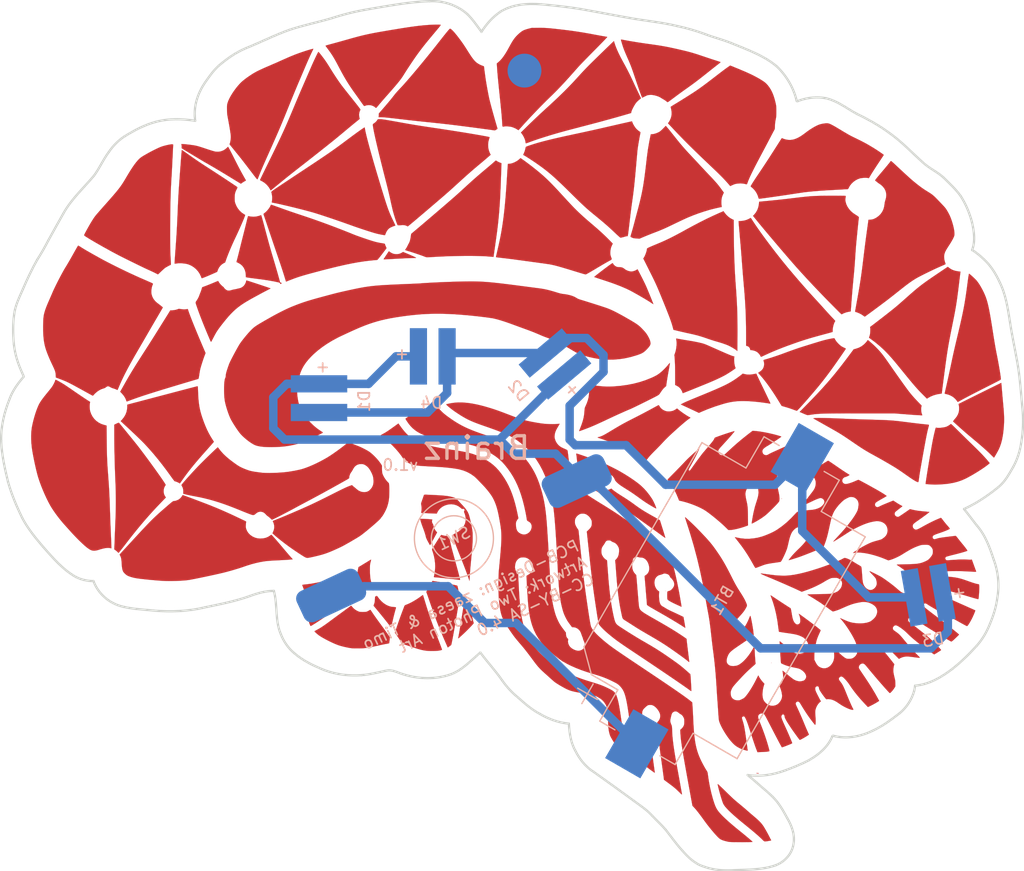
<source format=kicad_pcb>
(kicad_pcb (version 20211014) (generator pcbnew)

  (general
    (thickness 1.6)
  )

  (paper "A4")
  (layers
    (0 "F.Cu" signal)
    (31 "B.Cu" signal)
    (32 "B.Adhes" user "B.Adhesive")
    (33 "F.Adhes" user "F.Adhesive")
    (34 "B.Paste" user)
    (35 "F.Paste" user)
    (36 "B.SilkS" user "B.Silkscreen")
    (37 "F.SilkS" user "F.Silkscreen")
    (38 "B.Mask" user)
    (39 "F.Mask" user)
    (40 "Dwgs.User" user "User.Drawings")
    (41 "Cmts.User" user "User.Comments")
    (42 "Eco1.User" user "User.Eco1")
    (43 "Eco2.User" user "User.Eco2")
    (44 "Edge.Cuts" user)
    (45 "Margin" user)
    (46 "B.CrtYd" user "B.Courtyard")
    (47 "F.CrtYd" user "F.Courtyard")
    (48 "B.Fab" user)
    (49 "F.Fab" user)
    (50 "User.1" user)
    (51 "User.2" user)
    (52 "User.3" user)
    (53 "User.4" user)
    (54 "User.5" user)
    (55 "User.6" user)
    (56 "User.7" user)
    (57 "User.8" user)
    (58 "User.9" user)
  )

  (setup
    (stackup
      (layer "F.SilkS" (type "Top Silk Screen"))
      (layer "F.Paste" (type "Top Solder Paste"))
      (layer "F.Mask" (type "Top Solder Mask") (thickness 0.01))
      (layer "F.Cu" (type "copper") (thickness 0.035))
      (layer "dielectric 1" (type "core") (thickness 1.51) (material "FR4") (epsilon_r 4.5) (loss_tangent 0.02))
      (layer "B.Cu" (type "copper") (thickness 0.035))
      (layer "B.Mask" (type "Bottom Solder Mask") (thickness 0.01))
      (layer "B.Paste" (type "Bottom Solder Paste"))
      (layer "B.SilkS" (type "Bottom Silk Screen"))
      (copper_finish "None")
      (dielectric_constraints no)
    )
    (pad_to_mask_clearance 0)
    (pcbplotparams
      (layerselection 0x00010fc_ffffffff)
      (disableapertmacros false)
      (usegerberextensions false)
      (usegerberattributes true)
      (usegerberadvancedattributes true)
      (creategerberjobfile true)
      (svguseinch false)
      (svgprecision 6)
      (excludeedgelayer true)
      (plotframeref false)
      (viasonmask false)
      (mode 1)
      (useauxorigin false)
      (hpglpennumber 1)
      (hpglpenspeed 20)
      (hpglpendiameter 15.000000)
      (dxfpolygonmode true)
      (dxfimperialunits true)
      (dxfusepcbnewfont true)
      (psnegative false)
      (psa4output false)
      (plotreference true)
      (plotvalue true)
      (plotinvisibletext false)
      (sketchpadsonfab false)
      (subtractmaskfromsilk false)
      (outputformat 1)
      (mirror false)
      (drillshape 0)
      (scaleselection 1)
      (outputdirectory "gerber/")
    )
  )

  (net 0 "")
  (net 1 "GND")
  (net 2 "+3V0")
  (net 3 "VCC")

  (footprint "binary_kitchen:Brain_smooth_v12" (layer "F.Cu")
    (tedit 0) (tstamp 404a84df-80d8-48b5-a034-5873425c8121)
    (at 119.375 89.025)
    (attr through_hole)
    (fp_text reference "Ref**" (at 0 0) (layer "F.SilkS") hide
      (effects (font (size 1.27 1.27) (thickness 0.15)))
      (tstamp 216bc838-e265-4c05-920b-53a10b663aed)
    )
    (fp_text value "Val**" (at 0 0) (layer "F.SilkS") hide
      (effects (font (size 1.27 1.27) (thickness 0.15)))
      (tstamp 09d36f71-5b85-403b-8feb-b70ae9c4003e)
    )
    (fp_poly (pts
        (xy 5.267902 1.721567)
        (xy 5.33707 1.741777)
        (xy 5.437458 1.773637)
        (xy 5.564814 1.815657)
        (xy 5.714887 1.866346)
        (xy 5.883425 1.924212)
        (xy 6.066175 1.987764)
        (xy 6.258885 2.055512)
        (xy 6.457305 2.125965)
        (xy 6.657181 2.19763)
        (xy 6.854263 2.269018)
        (xy 7.044298 2.338637)
        (xy 7.223033 2.404997)
        (xy 7.386219 2.466605)
        (xy 7.463631 2.496313)
        (xy 7.536627 2.526895)
        (xy 7.640957 2.573917)
        (xy 7.770381 2.634316)
        (xy 7.918658 2.705032)
        (xy 8.079549 2.783005)
        (xy 8.246811 2.865175)
        (xy 8.414206 2.94848)
        (xy 8.575492 3.02986)
        (xy 8.724429 3.106255)
        (xy 8.854776 3.174603)
        (xy 8.935772 3.218299)
        (xy 9.213038 3.374845)
        (xy 9.492757 3.541137)
        (xy 9.76932 3.71341)
        (xy 10.03712 3.887903)
        (xy 10.29055 4.06085)
        (xy 10.524001 4.228488)
        (xy 10.731865 4.387053)
        (xy 10.908534 4.532782)
        (xy 10.95375 4.572659)
        (xy 11.217768 4.82784)
        (xy 11.467287 5.107276)
        (xy 11.707522 5.417198)
        (xy 11.920313 5.727661)
        (xy 11.966985 5.805721)
        (xy 12.01903 5.903049)
        (xy 12.073565 6.013003)
        (xy 12.127708 6.128939)
        (xy 12.178578 6.244217)
        (xy 12.223292 6.352193)
        (xy 12.258969 6.446224)
        (xy 12.282725 6.519669)
        (xy 12.29168 6.565885)
        (xy 12.289048 6.577507)
        (xy 12.265908 6.57276)
        (xy 12.21212 6.548227)
        (xy 12.132748 6.506853)
        (xy 12.032857 6.451582)
        (xy 11.917513 6.385359)
        (xy 11.79178 6.311128)
        (xy 11.660723 6.231835)
        (xy 11.529406 6.150423)
        (xy 11.402896 6.069837)
        (xy 11.303 6.00424)
        (xy 11.207014 5.938899)
        (xy 11.089074 5.856707)
        (xy 10.961162 5.766119)
        (xy 10.835259 5.67559)
        (xy 10.773834 5.630813)
        (xy 10.538131 5.4598)
        (xy 10.323646 5.30834)
        (xy 10.119151 5.168794)
        (xy 9.913415 5.033527)
        (xy 9.695208 4.894902)
        (xy 9.652 4.867919)
        (xy 9.475886 4.757692)
        (xy 9.331102 4.665672)
        (xy 9.212658 4.588324)
        (xy 9.115562 4.522111)
        (xy 9.034824 4.463495)
        (xy 8.965452 4.40894)
        (xy 8.902456 4.354909)
        (xy 8.840845 4.297864)
        (xy 8.821921 4.279668)
        (xy 8.73665 4.193051)
        (xy 8.678718 4.123261)
        (xy 8.641605 4.06172)
        (xy 8.625091 4.020685)
        (xy 8.57859 3.916789)
        (xy 8.510561 3.808823)
        (xy 8.431576 3.711422)
        (xy 8.352208 3.639221)
        (xy 8.346738 3.63537)
        (xy 8.25857 3.58284)
        (xy 8.144427 3.526344)
        (xy 8.019293 3.472609)
        (xy 7.898156 3.428361)
        (xy 7.857727 3.415851)
        (xy 7.702597 3.391804)
        (xy 7.547052 3.406339)
        (xy 7.397774 3.456305)
        (xy 7.26145 3.538551)
        (xy 7.144762 3.649926)
        (xy 7.054395 3.78728)
        (xy 7.049713 3.796779)
        (xy 7.009943 3.918941)
        (xy 6.996061 4.056593)
        (xy 7.00833 4.193029)
        (xy 7.041756 4.300551)
        (xy 7.111981 4.417149)
        (xy 7.207819 4.526)
        (xy 7.316127 4.613279)
        (xy 7.366763 4.642499)
        (xy 7.446375 4.687228)
        (xy 7.526415 4.739861)
        (xy 7.553687 4.760271)
        (xy 7.621908 4.807285)
        (xy 7.706169 4.856024)
        (xy 7.757637 4.881663)
        (xy 7.898413 4.923961)
        (xy 8.042471 4.924541)
        (xy 8.186472 4.883496)
        (xy 8.218231 4.868681)
        (xy 8.319045 4.818223)
        (xy 8.387564 4.883442)
        (xy 8.45736 4.94341)
        (xy 8.557828 5.020635)
        (xy 8.683094 5.11101)
        (xy 8.827282 5.21043)
        (xy 8.984518 5.314788)
        (xy 9.148927 5.419978)
        (xy 9.2075 5.456493)
        (xy 9.584586 5.695019)
        (xy 9.926482 5.921945)
        (xy 10.231298 6.136003)
        (xy 10.341701 6.217204)
        (xy 10.535849 6.35996)
        (xy 10.721371 6.491536)
        (xy 10.905048 6.61623)
        (xy 11.09366 6.73834)
        (xy 11.293988 6.862165)
        (xy 11.512812 6.992002)
        (xy 11.756912 7.13215)
        (xy 12.0015 7.269362)
        (xy 12.143501 7.348734)
        (xy 12.274608 7.422746)
        (xy 12.389925 7.488577)
        (xy 12.484557 7.543407)
        (xy 12.553609 7.584415)
        (xy 12.592185 7.608779)
        (xy 12.597555 7.612829)
        (xy 12.62948 7.6575)
        (xy 12.646299 7.700932)
        (xy 12.655732 7.733998)
        (xy 12.676386 7.802344)
        (xy 12.706689 7.900899)
        (xy 12.745067 8.024589)
        (xy 12.789948 8.168342)
        (xy 12.839758 8.327085)
        (xy 12.882425 8.462498)
        (xy 12.934158 8.627414)
        (xy 12.981254 8.779549)
        (xy 13.022305 8.914196)
        (xy 13.055903 9.026649)
        (xy 13.080638 9.112202)
        (xy 13.095102 9.166146)
        (xy 13.098265 9.183642)
        (xy 13.080019 9.177097)
        (xy 13.033649 9.148788)
        (xy 12.964796 9.102482)
        (xy 12.879102 9.04195)
        (xy 12.80345 8.986727)
        (xy 12.720228 8.925513)
        (xy 12.608469 8.843833)
        (xy 12.474011 8.745928)
        (xy 12.322694 8.636036)
        (xy 12.160357 8.518398)
        (xy 11.992837 8.397254)
        (xy 11.825975 8.276844)
        (xy 11.81035 8.265583)
        (xy 11.64512 8.146516)
        (xy 11.479698 8.027307)
        (xy 11.319721 7.912019)
        (xy 11.170828 7.804715)
        (xy 11.03866 7.709461)
        (xy 10.928853 7.630319)
        (xy 10.847048 7.571353)
        (xy 10.839067 7.5656)
        (xy 10.406608 7.256923)
        (xy 9.97554 6.955231)
        (xy 9.551186 6.664109)
        (xy 9.138871 6.387145)
        (xy 8.743919 6.127922)
        (xy 8.371654 5.890027)
        (xy 8.106834 5.725484)
        (xy 7.767685 5.51699)
        (xy 7.462746 5.327954)
        (xy 7.189537 5.156711)
        (xy 6.945579 5.001601)
        (xy 6.728393 4.86096)
        (xy 6.535499 4.733126)
        (xy 6.364419 4.616436)
        (xy 6.212672 4.509229)
        (xy 6.077779 4.40984)
        (xy 5.957261 4.316609)
        (xy 5.848639 4.227872)
        (xy 5.762156 4.153274)
        (xy 5.700237 4.096892)
        (xy 5.646558 4.042824)
        (xy 5.600099 3.987417)
        (xy 5.559839 3.927015)
        (xy 5.524759 3.857966)
        (xy 5.493838 3.776614)
        (xy 5.466056 3.679305)
        (xy 5.440394 3.562385)
        (xy 5.41583 3.4222)
        (xy 5.391344 3.255096)
        (xy 5.365917 3.057419)
        (xy 5.338528 2.825513)
        (xy 5.308156 2.555726)
        (xy 5.302891 2.50825)
        (xy 5.284185 2.340918)
        (xy 5.266426 2.184985)
        (xy 5.25027 2.045999)
        (xy 5.236375 1.929512)
        (xy 5.225398 1.841074)
        (xy 5.217998 1.786234)
        (xy 5.215754 1.772708)
        (xy 5.213157 1.728468)
        (xy 5.23259 1.714529)
        (xy 5.234206 1.7145)
        (xy 5.267902 1.721567)
      ) (layer "F.Cu") (width 0.01) (fill solid) (tstamp 01597b89-3b7c-487e-935d-2eb62b5e339a))
    (fp_poly (pts
        (xy -17.610084 -33.871605)
        (xy -17.568925 -33.826323)
        (xy -17.51078 -33.757091)
        (xy -17.439662 -33.669013)
        (xy -17.359582 -33.567194)
        (xy -17.27455 -33.456738)
        (xy -17.188577 -33.342748)
        (xy -17.105674 -33.23033)
        (xy -17.029853 -33.124588)
        (xy -17.024552 -33.117051)
        (xy -16.950122 -33.008296)
        (xy -16.861717 -32.874693)
        (xy -16.766856 -32.727869)
        (xy -16.673053 -32.57945)
        (xy -16.592335 -32.4485)
        (xy -16.453815 -32.223715)
        (xy -16.306613 -31.991027)
        (xy -16.15552 -31.757657)
        (xy -16.005327 -31.530825)
        (xy -15.860825 -31.317751)
        (xy -15.726805 -31.125654)
        (xy -15.608058 -30.961755)
        (xy -15.587797 -30.934636)
        (xy -15.530544 -30.859533)
        (xy -15.450689 -30.756371)
        (xy -15.352126 -30.630104)
        (xy -15.23875 -30.485686)
        (xy -15.114457 -30.328071)
        (xy -14.983143 -30.162216)
        (xy -14.848702 -29.993073)
        (xy -14.764375 -29.887334)
        (xy -14.587925 -29.666283)
        (xy -14.436247 -29.475877)
        (xy -14.307639 -29.313729)
        (xy -14.200397 -29.177449)
        (xy -14.112819 -29.06465)
        (xy -14.043202 -28.972943)
        (xy -13.989844 -28.899941)
        (xy -13.951042 -28.843255)
        (xy -13.925093 -28.800497)
        (xy -13.910295 -28.769279)
        (xy -13.904945 -28.747213)
        (xy -13.907341 -28.73191)
        (xy -13.915779 -28.720982)
        (xy -13.927092 -28.712939)
        (xy -13.947965 -28.682515)
        (xy -13.971673 -28.62173)
        (xy -13.995145 -28.542141)
        (xy -14.015308 -28.455307)
        (xy -14.02909 -28.372786)
        (xy -14.0335 -28.312635)
        (xy -14.027631 -28.227371)
        (xy -14.012633 -28.130071)
        (xy -14.001026 -28.078219)
        (xy -13.984012 -28.004723)
        (xy -13.980479 -27.960402)
        (xy -13.990046 -27.934432)
        (xy -13.995734 -27.928302)
        (xy -14.019788 -27.907885)
        (xy -14.071499 -27.865233)
        (xy -14.145563 -27.804677)
        (xy -14.236679 -27.730548)
        (xy -14.339544 -27.647177)
        (xy -14.372166 -27.620798)
        (xy -14.470981 -27.540383)
        (xy -14.595747 -27.437973)
        (xy -14.740064 -27.318872)
        (xy -14.897529 -27.188385)
        (xy -15.061739 -27.051815)
        (xy -15.226291 -26.914468)
        (xy -15.367 -26.796581)
        (xy -15.530926 -26.65944)
        (xy -15.704074 -26.515424)
        (xy -15.879268 -26.370446)
        (xy -16.049333 -26.230417)
        (xy -16.20709 -26.10125)
        (xy -16.345364 -25.988857)
        (xy -16.435916 -25.915967)
        (xy -17.013159 -25.45554)
        (xy -17.601643 -24.988759)
        (xy -18.189978 -24.524615)
        (xy -18.766773 -24.072099)
        (xy -19.20875 -23.727222)
        (xy -19.549721 -23.461042)
        (xy -19.867693 -23.211012)
        (xy -20.171548 -22.970013)
        (xy -20.470167 -22.73093)
        (xy -20.772431 -22.486645)
        (xy -21.087222 -22.230041)
        (xy -21.42342 -21.954003)
        (xy -21.487126 -21.901512)
        (xy -21.59109 -21.8162)
        (xy -21.683882 -21.7408)
        (xy -21.760619 -21.679219)
        (xy -21.816421 -21.635361)
        (xy -21.846406 -21.613131)
        (xy -21.850032 -21.611167)
        (xy -21.864664 -21.628369)
        (xy -21.891716 -21.672993)
        (xy -21.918433 -21.722292)
        (xy -22.038555 -21.91433)
        (xy -22.190531 -22.094862)
        (xy -22.365045 -22.254554)
        (xy -22.552781 -22.384069)
        (xy -22.61043 -22.415718)
        (xy -22.687695 -22.455833)
        (xy -22.749484 -22.48842)
        (xy -22.787013 -22.508822)
        (xy -22.794057 -22.513096)
        (xy -22.796058 -22.519402)
        (xy -22.793516 -22.53352)
        (xy -22.785204 -22.558048)
        (xy -22.769896 -22.595586)
        (xy -22.746368 -22.648732)
        (xy -22.713391 -22.720085)
        (xy -22.669742 -22.812244)
        (xy -22.614193 -22.927806)
        (xy -22.545519 -23.069371)
        (xy -22.462494 -23.239538)
        (xy -22.363892 -23.440905)
        (xy -22.248486 -23.676071)
        (xy -22.171065 -23.833667)
        (xy -21.962795 -24.257918)
        (xy -21.771913 -24.647783)
        (xy -21.596827 -25.006713)
        (xy -21.435945 -25.338162)
        (xy -21.287676 -25.645583)
        (xy -21.150427 -25.93243)
        (xy -21.022608 -26.202155)
        (xy -20.902625 -26.458212)
        (xy -20.788888 -26.704054)
        (xy -20.679805 -26.943134)
        (xy -20.573784 -27.178906)
        (xy -20.469233 -27.414821)
        (xy -20.364561 -27.654334)
        (xy -20.258175 -27.900898)
        (xy -20.148485 -28.157965)
        (xy -20.033898 -28.42899)
        (xy -19.912822 -28.717425)
        (xy -19.844065 -28.881917)
        (xy -19.754625 -29.095922)
        (xy -19.665853 -29.307892)
        (xy -19.579873 -29.512786)
        (xy -19.498807 -29.705563)
        (xy -19.42478 -29.881182)
        (xy -19.359913 -30.034601)
        (xy -19.306331 -30.160781)
        (xy -19.266156 -30.254679)
        (xy -19.255685 -30.278917)
        (xy -19.216553 -30.36908)
        (xy -19.163241 -30.491825)
        (xy -19.098458 -30.640919)
        (xy -19.024915 -30.810125)
        (xy -18.945321 -30.99321)
        (xy -18.862387 -31.183939)
        (xy -18.778822 -31.376076)
        (xy -18.754278 -31.4325)
        (xy -18.669336 -31.627807)
        (xy -18.582769 -31.826923)
        (xy -18.497556 -32.022993)
        (xy -18.416674 -32.209163)
        (xy -18.343101 -32.378576)
        (xy -18.279816 -32.524379)
        (xy -18.229797 -32.639717)
        (xy -18.220935 -32.660167)
        (xy -18.161609 -32.795066)
        (xy -18.096292 -32.940071)
        (xy -18.027353 -33.090259)
        (xy -17.957159 -33.240707)
        (xy -17.888081 -33.386493)
        (xy -17.822486 -33.522693)
        (xy -17.762744 -33.644384)
        (xy -17.711223 -33.746642)
        (xy -17.670292 -33.824546)
        (xy -17.642319 -33.873171)
        (xy -17.630248 -33.887834)
        (xy -17.610084 -33.871605)
      ) (layer "F.Cu") (width 0.01) (fill solid) (tstamp 02ac403c-f332-4a81-b314-10c7500b4524))
    (fp_poly (pts
        (xy 38.402238 -0.901206)
        (xy 38.427945 -0.885374)
        (xy 38.465513 -0.855798)
        (xy 38.517486 -0.810167)
        (xy 38.586407 -0.746173)
        (xy 38.674818 -0.661505)
        (xy 38.785262 -0.553854)
        (xy 38.920282 -0.42091)
        (xy 39.082421 -0.260364)
        (xy 39.093166 -0.249704)
        (xy 39.270062 -0.074593)
        (xy 39.468027 0.120714)
        (xy 39.678497 0.327809)
        (xy 39.892907 0.538285)
        (xy 40.102693 0.743734)
        (xy 40.299291 0.935748)
        (xy 40.467475 1.099452)
        (xy 40.73861 1.365529)
        (xy 40.980138 1.608525)
        (xy 41.195381 1.831966)
        (xy 41.387658 2.039379)
        (xy 41.56029 2.23429)
        (xy 41.716598 2.420225)
        (xy 41.750913 2.462493)
        (xy 41.833495 2.564903)
        (xy 41.750039 2.637216)
        (xy 41.621002 2.742192)
        (xy 41.45984 2.862248)
        (xy 41.272378 2.993707)
        (xy 41.064441 3.132888)
        (xy 40.841855 3.276113)
        (xy 40.610443 3.419703)
        (xy 40.376032 3.559979)
        (xy 40.144445 3.693262)
        (xy 39.921508 3.815872)
        (xy 39.713046 3.924132)
        (xy 39.710302 3.925506)
        (xy 39.359226 4.082104)
        (xy 38.987439 4.210285)
        (xy 38.591981 4.310743)
        (xy 38.169895 4.38417)
        (xy 37.718219 4.431262)
        (xy 37.49675 4.444408)
        (xy 37.336298 4.451732)
        (xy 37.208505 4.457079)
        (xy 37.103742 4.460416)
        (xy 37.01238 4.461708)
        (xy 36.924788 4.460924)
        (xy 36.831339 4.458031)
        (xy 36.722403 4.452995)
        (xy 36.58835 4.445784)
        (xy 36.502826 4.441013)
        (xy 36.387984 4.434161)
        (xy 36.288917 4.427436)
        (xy 36.212922 4.421396)
        (xy 36.167293 4.416604)
        (xy 36.157415 4.41447)
        (xy 36.157043 4.390261)
        (xy 36.163409 4.327766)
        (xy 36.175952 4.230398)
        (xy 36.194113 4.101572)
        (xy 36.21733 3.9447)
        (xy 36.245042 3.763195)
        (xy 36.27669 3.560472)
        (xy 36.311712 3.339943)
        (xy 36.349548 3.105023)
        (xy 36.389636 2.859124)
        (xy 36.431418 2.60566)
        (xy 36.474331 2.348044)
        (xy 36.517815 2.089691)
        (xy 36.56131 1.834012)
        (xy 36.604254 1.584423)
        (xy 36.646088 1.344335)
        (xy 36.68625 1.117163)
        (xy 36.724181 0.90632)
        (xy 36.759318 0.715219)
        (xy 36.791103 0.547274)
        (xy 36.800779 0.497416)
        (xy 36.828244 0.361683)
        (xy 36.859279 0.21623)
        (xy 36.892432 0.067093)
        (xy 36.926248 -0.07969)
        (xy 36.959275 -0.218081)
        (xy 36.990059 -0.342043)
        (xy 37.017146 -0.445538)
        (xy 37.039083 -0.522528)
        (xy 37.054417 -0.566976)
        (xy 37.058934 -0.574913)
        (xy 37.086019 -0.579034)
        (xy 37.141288 -0.575325)
        (xy 37.196088 -0.567352)
        (xy 37.282418 -0.560506)
        (xy 37.397981 -0.562889)
        (xy 37.531019 -0.573142)
        (xy 37.669776 -0.589905)
        (xy 37.802498 -0.611818)
        (xy 37.917428 -0.637522)
        (xy 37.985319 -0.658634)
        (xy 38.062048 -0.692898)
        (xy 38.150596 -0.740751)
        (xy 38.239091 -0.794839)
        (xy 38.315664 -0.847805)
        (xy 38.368446 -0.892295)
        (xy 38.376238 -0.900874)
        (xy 38.38585 -0.905603)
        (xy 38.402238 -0.901206)
      ) (layer "F.Cu") (width 0.01) (fill solid) (tstamp 074ffb04-0b37-4a25-8734-ff38be08bf5b))
    (fp_poly (pts
        (xy -12.963843 11.116768)
        (xy -12.965124 11.139782)
        (xy -12.975963 11.194538)
        (xy -12.994417 11.272035)
        (xy -13.011167 11.336255)
        (xy -13.029711 11.407349)
        (xy -13.043719 11.469755)
        (xy -13.053833 11.531182)
        (xy -13.060696 11.59934)
        (xy -13.064952 11.68194)
        (xy -13.067243 11.786693)
        (xy -13.068214 11.921308)
        (xy -13.068435 12.022666)
        (xy -13.06567 12.273432)
        (xy -13.056029 12.490915)
        (xy -13.038544 12.683753)
        (xy -13.012249 12.860584)
        (xy -12.976175 13.030042)
        (xy -12.940845 13.161908)
        (xy -12.918378 13.242266)
        (xy -12.902285 13.30536)
        (xy -12.894935 13.34163)
        (xy -12.895071 13.346618)
        (xy -12.915733 13.356488)
        (xy -12.962126 13.376015)
        (xy -13.020468 13.399666)
        (xy -13.076975 13.42191)
        (xy -13.117865 13.437213)
        (xy -13.129787 13.440833)
        (xy -13.148515 13.430087)
        (xy -13.190273 13.402899)
        (xy -13.214282 13.386737)
        (xy -13.27653 13.350737)
        (xy -13.35971 13.310631)
        (xy -13.436153 13.278907)
        (xy -13.50731 13.253996)
        (xy -13.569269 13.238805)
        (xy -13.635876 13.231576)
        (xy -13.720972 13.230552)
        (xy -13.800666 13.232645)
        (xy -13.907218 13.23755)
        (xy -13.984595 13.245605)
        (xy -14.045952 13.259479)
        (xy -14.104443 13.281839)
        (xy -14.149654 13.303433)
        (xy -14.216961 13.336852)
        (xy -14.269577 13.3626)
        (xy -14.295267 13.374718)
        (xy -14.30376 13.359256)
        (xy -14.30474 13.303203)
        (xy -14.298301 13.207613)
        (xy -14.284537 13.073539)
        (xy -14.263542 12.902034)
        (xy -14.23541 12.694152)
        (xy -14.232839 12.675876)
        (xy -14.214066 12.548301)
        (xy -14.192741 12.412498)
        (xy -14.170038 12.275019)
        (xy -14.147133 12.142413)
        (xy -14.125201 12.021233)
        (xy -14.105417 11.918027)
        (xy -14.088957 11.839348)
        (xy -14.076995 11.791745)
        (xy -14.072224 11.780598)
        (xy -14.052894 11.768526)
        (xy -14.002527 11.737724)
        (xy -13.926319 11.691351)
        (xy -13.829467 11.632566)
        (xy -13.717169 11.56453)
        (xy -13.6525 11.525398)
        (xy -13.524289 11.44769)
        (xy -13.399668 11.371869)
        (xy -13.286162 11.302533)
        (xy -13.191293 11.244282)
        (xy -13.122587 11.201716)
        (xy -13.106459 11.191593)
        (xy -13.041271 11.152321)
        (xy -12.991006 11.125563)
        (xy -12.965114 11.116279)
        (xy -12.963843 11.116768)
      ) (layer "F.Cu") (width 0.01) (fill solid) (tstamp 0cce9c3c-7f1e-4cdd-a2dc-cfd73f1c5e30))
    (fp_poly (pts
        (xy -14.711109 15.213152)
        (xy -14.675569 15.254068)
        (xy -14.628794 15.312102)
        (xy -14.620892 15.322232)
        (xy -14.500288 15.45074)
        (xy -14.350641 15.567971)
        (xy -14.185214 15.664218)
        (xy -14.104989 15.699762)
        (xy -14.040194 15.724)
        (xy -13.983134 15.740323)
        (xy -13.922671 15.750247)
        (xy -13.84767 15.755287)
        (xy -13.746997 15.756957)
        (xy -13.68425 15.757003)
        (xy -13.568022 15.756114)
        (xy -13.483786 15.752943)
        (xy -13.421209 15.746009)
        (xy -13.369956 15.733834)
        (xy -13.319696 15.714939)
        (xy -13.28635 15.700053)
        (xy -13.20908 15.66188)
        (xy -13.137604 15.622219)
        (xy -13.099511 15.597942)
        (xy -13.054094 15.572826)
        (xy -13.022631 15.568301)
        (xy -13.018909 15.570772)
        (xy -13.002157 15.593839)
        (xy -12.966288 15.645925)
        (xy -12.915562 15.720755)
        (xy -12.854239 15.812054)
        (xy -12.806263 15.883946)
        (xy -12.742463 15.977844)
        (xy -12.658613 16.098296)
        (xy -12.559967 16.237916)
        (xy -12.451779 16.389321)
        (xy -12.339304 16.545127)
        (xy -12.227796 16.697949)
        (xy -12.203786 16.730613)
        (xy -11.994127 17.016695)
        (xy -11.810529 17.269924)
        (xy -11.652762 17.490627)
        (xy -11.520593 17.679129)
        (xy -11.413791 17.835754)
        (xy -11.380442 17.886018)
        (xy -11.303787 18.002621)
        (xy -11.327636 18.256435)
        (xy -11.337893 18.356029)
        (xy -11.348215 18.439806)
        (xy -11.357403 18.498992)
        (xy -11.364259 18.524809)
        (xy -11.364284 18.524838)
        (xy -11.388976 18.533797)
        (xy -11.446964 18.547578)
        (xy -11.529738 18.564343)
        (xy -11.628787 18.582252)
        (xy -11.634593 18.583244)
        (xy -11.731992 18.601113)
        (xy -11.860506 18.62661)
        (xy -12.010052 18.657626)
        (xy -12.170547 18.692055)
        (xy -12.331907 18.727789)
        (xy -12.396593 18.74247)
        (xy -12.630873 18.795745)
        (xy -12.830018 18.840008)
        (xy -13.000054 18.87613)
        (xy -13.14701 18.904986)
        (xy -13.276912 18.927447)
        (xy -13.395787 18.944389)
        (xy -13.509664 18.956683)
        (xy -13.624569 18.965203)
        (xy -13.746529 18.970822)
        (xy -13.881572 18.974413)
        (xy -14.012333 18.976539)
        (xy -14.16624 18.977827)
        (xy -14.314991 18.977603)
        (xy -14.450443 18.975992)
        (xy -14.564455 18.973117)
        (xy -14.648882 18.969102)
        (xy -14.680406 18.966379)
        (xy -14.838775 18.943686)
        (xy -15.024808 18.909751)
        (xy -15.22622 18.867337)
        (xy -15.430724 18.819203)
        (xy -15.626035 18.768112)
        (xy -15.799866 18.716826)
        (xy -15.821465 18.709893)
        (xy -15.979668 18.652959)
        (xy -16.16521 18.576962)
        (xy -16.369956 18.485942)
        (xy -16.585771 18.383941)
        (xy -16.804521 18.274999)
        (xy -17.018071 18.163155)
        (xy -17.218287 18.052451)
        (xy -17.397033 17.946927)
        (xy -17.532024 17.860266)
        (xy -17.605586 17.807313)
        (xy -17.68613 17.74417)
        (xy -17.767465 17.676377)
        (xy -17.843397 17.609474)
        (xy -17.907736 17.549003)
        (xy -17.954288 17.500502)
        (xy -17.976862 17.469514)
        (xy -17.977014 17.462109)
        (xy -17.952329 17.446473)
        (xy -17.898408 17.41591)
        (xy -17.823565 17.375043)
        (xy -17.74825 17.334888)
        (xy -17.615868 17.262253)
        (xy -17.478753 17.18111)
        (xy -17.332222 17.08833)
        (xy -17.171595 16.980783)
        (xy -16.99219 16.855341)
        (xy -16.789328 16.708874)
        (xy -16.5735 16.549551)
        (xy -16.416445 16.432992)
        (xy -16.242893 16.304762)
        (xy -16.063672 16.172823)
        (xy -15.889612 16.045138)
        (xy -15.73154 15.929669)
        (xy -15.642166 15.864698)
        (xy -15.506712 15.766223)
        (xy -15.367359 15.664455)
        (xy -15.232641 15.56566)
        (xy -15.111092 15.476102)
        (xy -15.011244 15.402046)
        (xy -14.973562 15.373867)
        (xy -14.887852 15.310061)
        (xy -14.814595 15.256555)
        (xy -14.760215 15.21796)
        (xy -14.731134 15.198891)
        (xy -14.72825 15.197666)
        (xy -14.711109 15.213152)
      ) (layer "F.Cu") (width 0.01) (fill solid) (tstamp 13d19242-748d-4039-b896-6c473f7be4a6))
    (fp_poly (pts
        (xy 13.281989 -27.164436)
        (xy 13.352725 -27.080588)
        (xy 13.438485 -26.976859)
        (xy 13.528215 -26.866714)
        (xy 13.607377 -26.76801)
        (xy 13.670946 -26.687989)
        (xy 13.755058 -26.582148)
        (xy 13.853903 -26.457798)
        (xy 13.961668 -26.322248)
        (xy 14.072544 -26.18281)
        (xy 14.166976 -26.06407)
        (xy 14.479126 -25.683185)
        (xy 14.819217 -25.2906)
        (xy 15.190508 -24.882609)
        (xy 15.441084 -24.616864)
        (xy 15.524173 -24.529194)
        (xy 15.628126 -24.418499)
        (xy 15.745259 -24.293019)
        (xy 15.867893 -24.160992)
        (xy 15.988345 -24.030657)
        (xy 16.043189 -23.971054)
        (xy 16.151081 -23.854219)
        (xy 16.281184 -23.714327)
        (xy 16.42644 -23.558904)
        (xy 16.579794 -23.39548)
        (xy 16.734189 -23.231583)
        (xy 16.882567 -23.07474)
        (xy 16.94578 -23.008167)
        (xy 17.130286 -22.813409)
        (xy 17.288982 -22.644107)
        (xy 17.425858 -22.495646)
        (xy 17.544903 -22.363414)
        (xy 17.650107 -22.242797)
        (xy 17.745458 -22.12918)
        (xy 17.834945 -22.01795)
        (xy 17.922558 -21.904493)
        (xy 18.012285 -21.784196)
        (xy 18.057472 -21.722401)
        (xy 18.282028 -21.413702)
        (xy 18.210745 -21.259421)
        (xy 18.147547 -21.110061)
        (xy 18.104899 -20.974462)
        (xy 18.07947 -20.83707)
        (xy 18.067934 -20.682332)
        (xy 18.066305 -20.584584)
        (xy 18.067638 -20.473719)
        (xy 18.071679 -20.367902)
        (xy 18.077772 -20.280241)
        (xy 18.084029 -20.230042)
        (xy 18.093442 -20.169695)
        (xy 18.091135 -20.139993)
        (xy 18.074499 -20.130239)
        (xy 18.059511 -20.1295)
        (xy 18.018185 -20.124428)
        (xy 17.942739 -20.110282)
        (xy 17.840017 -20.088668)
        (xy 17.716862 -20.061191)
        (xy 17.58012 -20.029457)
        (xy 17.436633 -19.995072)
        (xy 17.293245 -19.959641)
        (xy 17.156802 -19.924771)
        (xy 17.034146 -19.892066)
        (xy 16.965084 -19.872737)
        (xy 16.475556 -19.723899)
        (xy 15.999894 -19.562744)
        (xy 15.552034 -19.394004)
        (xy 15.536334 -19.387739)
        (xy 15.37596 -19.323232)
        (xy 15.232307 -19.26444)
        (xy 15.098874 -19.208444)
        (xy 14.969163 -19.152324)
        (xy 14.836672 -19.093158)
        (xy 14.694902 -19.028026)
        (xy 14.537353 -18.954008)
        (xy 14.357525 -18.868183)
        (xy 14.148918 -18.76763)
        (xy 14.054667 -18.722004)
        (xy 13.80215 -18.599914)
        (xy 13.581856 -18.494124)
        (xy 13.388081 -18.402126)
        (xy 13.215124 -18.321411)
        (xy 13.05728 -18.24947)
        (xy 12.908849 -18.183794)
        (xy 12.764125 -18.121874)
        (xy 12.617408 -18.061203)
        (xy 12.462994 -17.99927)
        (xy 12.29518 -17.933568)
        (xy 12.108264 -17.861586)
        (xy 12.036196 -17.834033)
        (xy 11.887603 -17.77655)
        (xy 11.726912 -17.713084)
        (xy 11.561137 -17.646523)
        (xy 11.397296 -17.579754)
        (xy 11.242402 -17.515666)
        (xy 11.103471 -17.457147)
        (xy 10.987519 -17.407085)
        (xy 10.901562 -17.368367)
        (xy 10.879667 -17.357936)
        (xy 10.802527 -17.333337)
        (xy 10.720917 -17.338018)
        (xy 10.657545 -17.34613)
        (xy 10.569866 -17.352328)
        (xy 10.475899 -17.355371)
        (xy 10.467754 -17.355447)
        (xy 10.350229 -17.364106)
        (xy 10.239341 -17.391027)
        (xy 10.122033 -17.440346)
        (xy 10.013928 -17.499211)
        (xy 10.017069 -17.52002)
        (xy 10.030809 -17.57511)
        (xy 10.053447 -17.658257)
        (xy 10.083281 -17.763235)
        (xy 10.118611 -17.883819)
        (xy 10.123835 -17.901378)
        (xy 10.169109 -18.055934)
        (xy 10.217738 -18.226441)
        (xy 10.265378 -18.397378)
        (xy 10.307684 -18.553224)
        (xy 10.329792 -18.63725)
        (xy 10.356591 -18.74011)
        (xy 10.392349 -18.876166)
        (xy 10.435029 -19.037736)
        (xy 10.482596 -19.217135)
        (xy 10.533013 -19.40668)
        (xy 10.584245 -19.598688)
        (xy 10.618322 -19.726041)
        (xy 10.7011 -20.03774)
        (xy 10.776357 -20.327773)
        (xy 10.844847 -20.600404)
        (xy 10.907324 -20.859893)
        (xy 10.964543 -21.110502)
        (xy 11.017257 -21.356492)
        (xy 11.066222 -21.602126)
        (xy 11.112191 -21.851665)
        (xy 11.155919 -22.10937)
        (xy 11.198159 -22.379503)
        (xy 11.239667 -22.666326)
        (xy 11.281196 -22.974101)
        (xy 11.323501 -23.307088)
        (xy 11.367336 -23.66955)
        (xy 11.413455 -24.065748)
        (xy 11.46148 -24.489834)
        (xy 11.559485 -25.23021)
        (xy 11.686223 -25.964499)
        (xy 11.75989 -26.325683)
        (xy 11.780113 -26.420657)
        (xy 11.796556 -26.49959)
        (xy 11.807436 -26.553806)
        (xy 11.811 -26.574391)
        (xy 11.829563 -26.581785)
        (xy 11.874887 -26.58529)
        (xy 11.881196 -26.585334)
        (xy 12.030771 -26.599317)
        (xy 12.197739 -26.638486)
        (xy 12.368994 -26.698669)
        (xy 12.531427 -26.775694)
        (xy 12.594167 -26.812251)
        (xy 12.652341 -26.854787)
        (xy 12.729811 -26.920402)
        (xy 12.81737 -27.000872)
        (xy 12.905812 -27.087975)
        (xy 12.924945 -27.107702)
        (xy 13.139307 -27.330787)
        (xy 13.281989 -27.164436)
      ) (layer "F.Cu") (width 0.01) (fill solid) (tstamp 13f7e88c-7ddc-498d-9d81-3f095697ac5e))
    (fp_poly (pts
        (xy -12.803743 13.794319)
        (xy -12.785637 13.82002)
        (xy -12.770102 13.856964)
        (xy -12.779073 13.859868)
        (xy -12.806258 13.831905)
        (xy -12.82309 13.800447)
        (xy -12.821148 13.787758)
        (xy -12.803743 13.794319)
      ) (layer "F.Cu") (width 0.01) (fill solid) (tstamp 16e154f0-f9c9-4567-9e45-cd281070eb67))
    (fp_poly (pts
        (xy -29.719559 -25.184991)
        (xy -29.707604 -25.178913)
        (xy -29.686959 -25.166243)
        (xy -29.654871 -25.145079)
        (xy -29.608587 -25.113518)
        (xy -29.545354 -25.069659)
        (xy -29.462417 -25.0116)
        (xy -29.357024 -24.937439)
        (xy -29.226422 -24.845273)
        (xy -29.067856 -24.733202)
        (xy -28.878574 -24.599323)
        (xy -28.795074 -24.54025)
        (xy -28.630169 -24.425065)
        (xy -28.438834 -24.293901)
        (xy -28.23059 -24.15313)
        (xy -28.014957 -24.009126)
        (xy -27.801456 -23.868262)
        (xy -27.599609 -23.73691)
        (xy -27.486515 -23.664334)
        (xy -27.354547 -23.579798)
        (xy -27.203113 -23.482117)
        (xy -27.035497 -23.373459)
        (xy -26.854981 -23.255989)
        (xy -26.664849 -23.131873)
        (xy -26.468384 -23.003277)
        (xy -26.268869 -22.872368)
        (xy -26.069588 -22.74131)
        (xy -25.873824 -22.612271)
        (xy -25.684859 -22.487416)
        (xy -25.505978 -22.368911)
        (xy -25.340463 -22.258922)
        (xy -25.191598 -22.159615)
        (xy -25.062666 -22.073157)
        (xy -24.95695 -22.001713)
        (xy -24.877733 -21.94745)
        (xy -24.828299 -21.912532)
        (xy -24.812874 -21.900474)
        (xy -24.803609 -21.879496)
        (xy -24.810055 -21.843652)
        (xy -24.834518 -21.785408)
        (xy -24.869198 -21.716494)
        (xy -24.939969 -21.571084)
        (xy -24.990397 -21.440468)
        (xy -25.023437 -21.311815)
        (xy -25.042045 -21.172293)
        (xy -25.049177 -21.00907)
        (xy -25.049476 -20.933834)
        (xy -25.048186 -20.80722)
        (xy -25.044642 -20.712045)
        (xy -25.037517 -20.637428)
        (xy -25.025483 -20.572485)
        (xy -25.007212 -20.506333)
        (xy -24.99138 -20.457584)
        (xy -24.892803 -20.22183)
        (xy -24.76273 -20.002794)
        (xy -24.60591 -19.806465)
        (xy -24.427092 -19.638831)
        (xy -24.241125 -19.511588)
        (xy -24.180356 -19.475233)
        (xy -24.135956 -19.445595)
        (xy -24.119811 -19.431639)
        (xy -24.122749 -19.403729)
        (xy -24.142076 -19.341144)
        (xy -24.17622 -19.247547)
        (xy -24.223608 -19.126598)
        (xy -24.282669 -18.981956)
        (xy -24.35183 -18.817284)
        (xy -24.429519 -18.63624)
        (xy -24.514163 -18.442487)
        (xy -24.604191 -18.239683)
        (xy -24.698031 -18.031491)
        (xy -24.794109 -17.82157)
        (xy -24.890854 -17.613581)
        (xy -24.986693 -17.411185)
        (xy -24.9957 -17.392367)
        (xy -25.118922 -17.129963)
        (xy -25.243775 -16.854339)
        (xy -25.366911 -16.573439)
        (xy -25.484981 -16.295204)
        (xy -25.594635 -16.027577)
        (xy -25.692526 -15.7785)
        (xy -25.775302 -15.555915)
        (xy -25.802095 -15.479942)
        (xy -25.891258 -15.222467)
        (xy -26.022913 -15.157654)
        (xy -26.176419 -15.060166)
        (xy -26.315509 -14.929069)
        (xy -26.433387 -14.772392)
        (xy -26.523261 -14.598168)
        (xy -26.544738 -14.540781)
        (xy -26.594545 -14.394482)
        (xy -27.018564 -14.204404)
        (xy -27.145765 -14.148228)
        (xy -27.281328 -14.089823)
        (xy -27.419274 -14.031614)
        (xy -27.553626 -13.976025)
        (xy -27.678407 -13.92548)
        (xy -27.787639 -13.882404)
        (xy -27.875343 -13.849221)
        (xy -27.935544 -13.828356)
        (xy -27.961166 -13.822111)
        (xy -27.973058 -13.840509)
        (xy -27.995041 -13.889104)
        (xy -28.022837 -13.95827)
        (xy -28.029394 -13.975522)
        (xy -28.141891 -14.215638)
        (xy -28.289932 -14.437148)
        (xy -28.469304 -14.635986)
        (xy -28.675792 -14.808085)
        (xy -28.905182 -14.949379)
        (xy -29.146405 -15.053439)
        (xy -29.301938 -15.095849)
        (xy -29.485835 -15.127336)
        (xy -29.685319 -15.146952)
        (xy -29.887613 -15.153747)
        (xy -30.079938 -15.146772)
        (xy -30.207713 -15.132282)
        (xy -30.282249 -15.122286)
        (xy -30.338875 -15.117628)
        (xy -30.366132 -15.119221)
        (xy -30.366684 -15.119629)
        (xy -30.367403 -15.142278)
        (xy -30.365177 -15.202709)
        (xy -30.360274 -15.29649)
        (xy -30.352966 -15.419191)
        (xy -30.343521 -15.566383)
        (xy -30.332209 -15.733635)
        (xy -30.319302 -15.916517)
        (xy -30.312086 -16.015806)
        (xy -30.286313 -16.36825)
        (xy -30.263447 -16.684257)
        (xy -30.243152 -16.969595)
        (xy -30.225092 -17.230036)
        (xy -30.20893 -17.471349)
        (xy -30.194329 -17.699306)
        (xy -30.180953 -17.919676)
        (xy -30.168465 -18.138231)
        (xy -30.156529 -18.36074)
        (xy -30.144809 -18.592974)
        (xy -30.132967 -18.840704)
        (xy -30.120667 -19.109699)
        (xy -30.107573 -19.40573)
        (xy -30.093348 -19.734568)
        (xy -30.088217 -19.854334)
        (xy -30.075676 -20.144864)
        (xy -30.064123 -20.405177)
        (xy -30.053192 -20.641531)
        (xy -30.042513 -20.860186)
        (xy -30.031718 -21.0674)
        (xy -30.020437 -21.269432)
        (xy -30.008302 -21.472543)
        (xy -29.994944 -21.68299)
        (xy -29.979995 -21.907034)
        (xy -29.963086 -22.150932)
        (xy -29.943847 -22.420945)
        (xy -29.921911 -22.723331)
        (xy -29.908034 -22.912917)
        (xy -29.879962 -23.293915)
        (xy -29.853975 -23.643246)
        (xy -29.830161 -23.959835)
        (xy -29.808603 -24.242607)
        (xy -29.789386 -24.490485)
        (xy -29.772596 -24.702393)
        (xy -29.758318 -24.877256)
        (xy -29.746636 -25.013998)
        (xy -29.737637 -25.111543)
        (xy -29.731404 -25.168815)
        (xy -29.728414 -25.184976)
        (xy -29.725578 -25.186377)
        (xy -29.719559 -25.184991)
      ) (layer "F.Cu") (width 0.01) (fill solid) (tstamp 1d54cd41-68e1-45ce-b95f-b7728f284cf3))
    (fp_poly (pts
        (xy -30.53595 -25.686742)
        (xy -30.504149 -25.676544)
        (xy -30.494259 -25.655731)
        (xy -30.494822 -25.632834)
        (xy -30.49705 -25.596635)
        (xy -30.500898 -25.525129)
        (xy -30.506011 -25.425295)
        (xy -30.512035 -25.304115)
        (xy -30.518613 -25.168567)
        (xy -30.521208 -25.11425)
        (xy -30.539546 -24.731117)
        (xy -30.556342 -24.385615)
        (xy -30.571838 -24.073081)
        (xy -30.586279 -23.78885)
        (xy -30.599907 -23.528258)
        (xy -30.612967 -23.286641)
        (xy -30.625701 -23.059335)
        (xy -30.638352 -22.841675)
        (xy -30.649336 -22.658917)
        (xy -30.663286 -22.42609)
        (xy -30.675721 -22.208463)
        (xy -30.686773 -22.001628)
        (xy -30.696577 -21.801176)
        (xy -30.705266 -21.602699)
        (xy -30.712974 -21.401788)
        (xy -30.719835 -21.194033)
        (xy -30.725984 -20.975027)
        (xy -30.731553 -20.74036)
        (xy -30.736676 -20.485624)
        (xy -30.741488 -20.20641)
        (xy -30.746123 -19.89831)
        (xy -30.750714 -19.556914)
        (xy -30.755394 -19.177814)
        (xy -30.755633 -19.157842)
        (xy -30.761041 -18.637439)
        (xy -30.764357 -18.156741)
        (xy -30.765549 -17.713168)
        (xy -30.764586 -17.304142)
        (xy -30.761437 -16.927085)
        (xy -30.756069 -16.579417)
        (xy -30.748451 -16.258561)
        (xy -30.738553 -15.961937)
        (xy -30.726341 -15.686967)
        (xy -30.711786 -15.431072)
        (xy -30.709773 -15.399875)
        (xy -30.701185 -15.261375)
        (xy -30.69622 -15.159594)
        (xy -30.694933 -15.089071)
        (xy -30.697375 -15.044342)
        (xy -30.7036 -15.019946)
        (xy -30.713565 -15.010451)
        (xy -30.774199 -14.98525)
        (xy -30.859112 -14.943616)
        (xy -30.956854 -14.891826)
        (xy -31.055978 -14.836155)
        (xy -31.145033 -14.782879)
        (xy -31.212572 -14.738273)
        (xy -31.219893 -14.732903)
        (xy -31.275836 -14.687597)
        (xy -31.353378 -14.620048)
        (xy -31.44408 -14.537839)
        (xy -31.539499 -14.448556)
        (xy -31.586453 -14.403523)
        (xy -31.670221 -14.322869)
        (xy -31.742606 -14.253982)
        (xy -31.798518 -14.201641)
        (xy -31.832869 -14.170623)
        (xy -31.841394 -14.164177)
        (xy -31.860635 -14.174523)
        (xy -31.910496 -14.200191)
        (xy -31.983768 -14.237496)
        (xy -32.073243 -14.282755)
        (xy -32.088666 -14.290531)
        (xy -32.199421 -14.345081)
        (xy -32.333977 -14.409415)
        (xy -32.477309 -14.476453)
        (xy -32.614391 -14.539113)
        (xy -32.649583 -14.554898)
        (xy -32.764386 -14.607205)
        (xy -32.911847 -14.676091)
        (xy -33.086839 -14.759045)
        (xy -33.284234 -14.853559)
        (xy -33.498905 -14.957123)
        (xy -33.725723 -15.067228)
        (xy -33.959562 -15.181366)
        (xy -34.195293 -15.297028)
        (xy -34.427789 -15.411703)
        (xy -34.651921 -15.522883)
        (xy -34.862564 -15.628059)
        (xy -35.054588 -15.724722)
        (xy -35.222866 -15.810363)
        (xy -35.356603 -15.879509)
        (xy -35.583618 -15.999218)
        (xy -35.819803 -16.125705)
        (xy -36.062091 -16.257199)
        (xy -36.307416 -16.391931)
        (xy -36.552708 -16.528131)
        (xy -36.7949 -16.664029)
        (xy -37.030925 -16.797855)
        (xy -37.257716 -16.927841)
        (xy -37.472204 -17.052215)
        (xy -37.671322 -17.169208)
        (xy -37.852002 -17.277051)
        (xy -38.011177 -17.373973)
        (xy -38.145778 -17.458206)
        (xy -38.25274 -17.527978)
        (xy -38.328993 -17.581521)
        (xy -38.37147 -17.617065)
        (xy -38.374686 -17.620672)
        (xy -38.377598 -17.637946)
        (xy -38.368527 -17.67202)
        (xy -38.345793 -17.726427)
        (xy -38.307715 -17.804699)
        (xy -38.252611 -17.910367)
        (xy -38.178801 -18.046964)
        (xy -38.125948 -18.14322)
        (xy -37.959854 -18.440143)
        (xy -37.809518 -18.699756)
        (xy -37.673964 -18.923633)
        (xy -37.552216 -19.11335)
        (xy -37.4433 -19.270482)
        (xy -37.361575 -19.377744)
        (xy -37.319614 -19.428277)
        (xy -37.252845 -19.506547)
        (xy -37.164638 -19.608694)
        (xy -37.058361 -19.730859)
        (xy -36.937381 -19.869183)
        (xy -36.805067 -20.019807)
        (xy -36.664786 -20.17887)
        (xy -36.519907 -20.342514)
        (xy -36.501916 -20.36279)
        (xy -36.271435 -20.622925)
        (xy -36.066908 -20.854985)
        (xy -35.885819 -21.06223)
        (xy -35.725654 -21.247918)
        (xy -35.583897 -21.415305)
        (xy -35.458035 -21.56765)
        (xy -35.345552 -21.708211)
        (xy -35.243934 -21.840245)
        (xy -35.150665 -21.967011)
        (xy -35.063231 -22.091766)
        (xy -34.979117 -22.217769)
        (xy -34.895808 -22.348277)
        (xy -34.81079 -22.486547)
        (xy -34.721546 -22.635839)
        (xy -34.639615 -22.775334)
        (xy -34.438489 -23.113456)
        (xy -34.251937 -23.413845)
        (xy -34.078791 -23.678069)
        (xy -33.917884 -23.907692)
        (xy -33.768049 -24.104281)
        (xy -33.628117 -24.269402)
        (xy -33.496922 -24.40462)
        (xy -33.373297 -24.511502)
        (xy -33.312143 -24.556042)
        (xy -33.184856 -24.638513)
        (xy -33.031308 -24.73129)
        (xy -32.857701 -24.831164)
        (xy -32.670238 -24.934923)
        (xy -32.475121 -25.039354)
        (xy -32.278551 -25.141247)
        (xy -32.086731 -25.23739)
        (xy -31.905862 -25.324572)
        (xy -31.742148 -25.39958)
        (xy -31.601789 -25.459204)
        (xy -31.490988 -25.500232)
        (xy -31.485015 -25.50216)
        (xy -31.335559 -25.547047)
        (xy -31.179912 -25.588839)
        (xy -31.026091 -25.625814)
        (xy -30.882114 -25.656253)
        (xy -30.755998 -25.678436)
        (xy -30.655759 -25.690642)
        (xy -30.599868 -25.692085)
        (xy -30.53595 -25.686742)
      ) (layer "F.Cu") (width 0.01) (fill solid) (tstamp 1d9e3fba-95f1-4d0a-9dd6-30020767b304))
    (fp_poly (pts
        (xy -23.980935 -13.624909)
        (xy -23.919868 -13.606632)
        (xy -23.82836 -13.577995)
        (xy -23.710916 -13.540492)
        (xy -23.572044 -13.495619)
        (xy -23.416249 -13.444868)
        (xy -23.248039 -13.389733)
        (xy -23.071919 -13.331709)
        (xy -22.892396 -13.272289)
        (xy -22.713977 -13.212967)
        (xy -22.541168 -13.155237)
        (xy -22.378476 -13.100593)
        (xy -22.230406 -13.050529)
        (xy -22.101466 -13.006538)
        (xy -21.996162 -12.970116)
        (xy -21.919001 -12.942755)
        (xy -21.874488 -12.92595)
        (xy -21.865166 -12.921291)
        (xy -21.883093 -12.91027)
        (xy -21.933259 -12.882793)
        (xy -22.010245 -12.841738)
        (xy -22.108632 -12.789987)
        (xy -22.223002 -12.73042)
        (xy -22.272625 -12.704733)
        (xy -22.454296 -12.609931)
        (xy -22.656506 -12.502825)
        (xy -22.870802 -12.388007)
        (xy -23.088729 -12.270073)
        (xy -23.301835 -12.153617)
        (xy -23.501667 -12.043232)
        (xy -23.67977 -11.943514)
        (xy -23.8125 -11.867837)
        (xy -24.087462 -11.704544)
        (xy -24.338851 -11.544551)
        (xy -24.571312 -11.383643)
        (xy -24.789488 -11.217604)
        (xy -24.998021 -11.042219)
        (xy -25.201556 -10.853272)
        (xy -25.404734 -10.646548)
        (xy -25.612201 -10.417831)
        (xy -25.828598 -10.162907)
        (xy -26.058569 -9.877559)
        (xy -26.189964 -9.709424)
        (xy -26.319527 -9.54088)
        (xy -26.427292 -9.397137)
        (xy -26.518379 -9.270321)
        (xy -26.597905 -9.152558)
        (xy -26.670989 -9.035975)
        (xy -26.742749 -8.912696)
        (xy -26.818305 -8.77485)
        (xy -26.902773 -8.61456)
        (xy -26.907152 -8.606144)
        (xy -26.969887 -8.486156)
        (xy -27.026681 -8.378779)
        (xy -27.074445 -8.289751)
        (xy -27.110092 -8.224807)
        (xy -27.130533 -8.189685)
        (xy -27.133576 -8.185446)
        (xy -27.148223 -8.19622)
        (xy -27.17439 -8.238711)
        (xy -27.207783 -8.305368)
        (xy -27.229911 -8.354779)
        (xy -27.459519 -8.894217)
        (xy -27.671855 -9.405048)
        (xy -27.866364 -9.885857)
        (xy -28.04249 -10.335229)
        (xy -28.19968 -10.75175)
        (xy -28.337377 -11.134005)
        (xy -28.447803 -11.458568)
        (xy -28.479614 -11.557285)
        (xy -28.497062 -11.627973)
        (xy -28.498498 -11.682982)
        (xy -28.482275 -11.734663)
        (xy -28.446745 -11.795364)
        (xy -28.392306 -11.8745)
        (xy -28.328435 -11.976144)
        (xy -28.264585 -12.09465)
        (xy -28.209439 -12.212819)
        (xy -28.173236 -12.308417)
        (xy -28.150648 -12.372716)
        (xy -28.118143 -12.456316)
        (xy -28.086678 -12.531896)
        (xy -28.050755 -12.622589)
        (xy -28.012072 -12.732011)
        (xy -27.97846 -12.837902)
        (xy -27.975708 -12.847341)
        (xy -27.924714 -13.023973)
        (xy -27.810649 -13.065412)
        (xy -27.650768 -13.125032)
        (xy -27.464936 -13.19686)
        (xy -27.265854 -13.27584)
        (xy -27.066225 -13.356917)
        (xy -26.878751 -13.435035)
        (xy -26.831012 -13.455328)
        (xy -26.724917 -13.500219)
        (xy -26.633573 -13.538046)
        (xy -26.56354 -13.566157)
        (xy -26.52138 -13.581903)
        (xy -26.511987 -13.584207)
        (xy -26.500247 -13.564152)
        (xy -26.474201 -13.518929)
        (xy -26.452807 -13.4816)
        (xy -26.374098 -13.36618)
        (xy -26.271265 -13.246959)
        (xy -26.158057 -13.139054)
        (xy -26.097498 -13.090848)
        (xy -26.042116 -13.046084)
        (xy -26.004122 -13.007513)
        (xy -25.992666 -12.986844)
        (xy -25.976202 -12.952415)
        (xy -25.933388 -12.904379)
        (xy -25.874095 -12.851042)
        (xy -25.808191 -12.800713)
        (xy -25.745548 -12.761698)
        (xy -25.704421 -12.744219)
        (xy -25.61075 -12.725463)
        (xy -25.51991 -12.725386)
        (xy -25.417404 -12.745044)
        (xy -25.329649 -12.771544)
        (xy -25.232748 -12.799824)
        (xy -25.130215 -12.823768)
        (xy -25.052127 -12.837056)
        (xy -24.973585 -12.848933)
        (xy -24.904511 -12.863468)
        (xy -24.87221 -12.873119)
        (xy -24.821449 -12.887931)
        (xy -24.747659 -12.904115)
        (xy -24.690916 -12.914207)
        (xy -24.515716 -12.961998)
        (xy -24.359355 -13.045361)
        (xy -24.259918 -13.127663)
        (xy -24.178933 -13.224409)
        (xy -24.107907 -13.339972)
        (xy -24.055418 -13.458606)
        (xy -24.032552 -13.545058)
        (xy -24.02147 -13.598517)
        (xy -24.010282 -13.628784)
        (xy -24.007054 -13.631334)
        (xy -23.980935 -13.624909)
      ) (layer "F.Cu") (width 0.01) (fill solid) (tstamp 1f7b81f1-4f00-4877-8ac9-2d351196d3e1))
    (fp_poly (pts
        (xy -38.886709 -16.707184)
        (xy -38.833342 -16.679837)
        (xy -38.759325 -16.636755)
        (xy -38.671841 -16.581968)
        (xy -38.647664 -16.56623)
        (xy -38.558712 -16.508982)
        (xy -38.457058 -16.445777)
        (xy -38.339761 -16.374914)
        (xy -38.20388 -16.294693)
        (xy -38.046473 -16.203411)
        (xy -37.864599 -16.099368)
        (xy -37.655318 -15.980863)
        (xy -37.415688 -15.846195)
        (xy -37.142768 -15.693662)
        (xy -37.041666 -15.637316)
        (xy -36.720546 -15.461826)
        (xy -36.366479 -15.274415)
        (xy -35.986053 -15.078299)
        (xy -35.585854 -14.876696)
        (xy -35.172472 -14.672822)
        (xy -34.752493 -14.469893)
        (xy -34.332505 -14.271125)
        (xy -33.919095 -14.079736)
        (xy -33.518852 -13.898941)
        (xy -33.147 -13.735687)
        (xy -32.940189 -13.646316)
        (xy -32.768953 -13.572111)
        (xy -32.629996 -13.511467)
        (xy -32.520023 -13.462782)
        (xy -32.435739 -13.42445)
        (xy -32.373848 -13.394866)
        (xy -32.331056 -13.372427)
        (xy -32.304067 -13.355528)
        (xy -32.289587 -13.342565)
        (xy -32.284319 -13.331933)
        (xy -32.284968 -13.322028)
        (xy -32.286519 -13.31673)
        (xy -32.299282 -13.280721)
        (xy -32.322618 -13.218146)
        (xy -32.351719 -13.141879)
        (xy -32.354792 -13.133917)
        (xy -32.389399 -13.013537)
        (xy -32.413547 -12.866838)
        (xy -32.426203 -12.708773)
        (xy -32.426337 -12.554293)
        (xy -32.412917 -12.418349)
        (xy -32.40647 -12.385103)
        (xy -32.338492 -12.174815)
        (xy -32.232047 -11.977433)
        (xy -32.090156 -11.797439)
        (xy -31.915837 -11.639312)
        (xy -31.891473 -11.620979)
        (xy -31.775425 -11.534399)
        (xy -31.667409 -11.451717)
        (xy -31.572331 -11.376884)
        (xy -31.495099 -11.31385)
        (xy -31.440618 -11.266564)
        (xy -31.413795 -11.238978)
        (xy -31.411849 -11.234855)
        (xy -31.422134 -11.214043)
        (xy -31.451793 -11.16044)
        (xy -31.498707 -11.077726)
        (xy -31.560757 -10.96958)
        (xy -31.635824 -10.839682)
        (xy -31.72179 -10.691713)
        (xy -31.816535 -10.529353)
        (xy -31.905425 -10.377605)
        (xy -32.022671 -10.177508)
        (xy -32.146884 -9.965)
        (xy -32.273522 -9.747888)
        (xy -32.398043 -9.533978)
        (xy -32.515904 -9.331075)
        (xy -32.622561 -9.146984)
        (xy -32.713473 -8.989513)
        (xy -32.734197 -8.9535)
        (xy -32.815946 -8.811637)
        (xy -32.915035 -8.640204)
        (xy -33.027423 -8.446166)
        (xy -33.149064 -8.236489)
        (xy -33.275917 -8.01814)
        (xy -33.403938 -7.798083)
        (xy -33.529084 -7.583284)
        (xy -33.612635 -7.440084)
        (xy -33.862471 -7.009099)
        (xy -34.090062 -6.609851)
        (xy -34.297084 -6.239149)
        (xy -34.485209 -5.893802)
        (xy -34.656113 -5.570619)
        (xy -34.811468 -5.266407)
        (xy -34.95295 -4.977976)
        (xy -35.082231 -4.702133)
        (xy -35.200987 -4.435689)
        (xy -35.255918 -4.307417)
        (xy -35.3057 -4.189864)
        (xy -35.349709 -4.086469)
        (xy -35.385364 -4.003257)
        (xy -35.410081 -3.94625)
        (xy -35.421279 -3.921472)
        (xy -35.421602 -3.920938)
        (xy -35.441621 -3.926329)
        (xy -35.490116 -3.945613)
        (xy -35.557187 -3.974818)
        (xy -35.567401 -3.979429)
        (xy -35.660378 -4.017481)
        (xy -35.759982 -4.05197)
        (xy -35.831968 -4.072206)
        (xy -35.927228 -4.104109)
        (xy -36.025967 -4.152197)
        (xy -36.067018 -4.177757)
        (xy -36.17361 -4.235541)
        (xy -36.270027 -4.253214)
        (xy -36.360341 -4.230528)
        (xy -36.448626 -4.167237)
        (xy -36.462451 -4.153715)
        (xy -36.544322 -4.097704)
        (xy -36.6395 -4.064996)
        (xy -36.843015 -3.998361)
        (xy -37.046699 -3.896611)
        (xy -37.240745 -3.765773)
        (xy -37.415348 -3.611873)
        (xy -37.468248 -3.555692)
        (xy -37.526824 -3.491681)
        (xy -37.574773 -3.441919)
        (xy -37.605308 -3.413321)
        (xy -37.612189 -3.409113)
        (xy -37.632676 -3.4193)
        (xy -37.686092 -3.447783)
        (xy -37.768347 -3.492331)
        (xy -37.875349 -3.550708)
        (xy -38.003006 -3.620682)
        (xy -38.147227 -3.700019)
        (xy -38.30392 -3.786487)
        (xy -38.332833 -3.80247)
        (xy -38.609369 -3.955224)
        (xy -38.85256 -4.089108)
        (xy -39.06601 -4.205916)
        (xy -39.25332 -4.307446)
        (xy -39.418091 -4.395493)
        (xy -39.563927 -4.471853)
        (xy -39.694428 -4.538323)
        (xy -39.813196 -4.596698)
        (xy -39.923833 -4.648776)
        (xy -40.029942 -4.696351)
        (xy -40.135123 -4.74122)
        (xy -40.24298 -4.78518)
        (xy -40.357113 -4.830025)
        (xy -40.481124 -4.877554)
        (xy -40.513 -4.889651)
        (xy -40.883416 -5.030042)
        (xy -40.896636 -5.250813)
        (xy -40.903098 -5.338028)
        (xy -40.912642 -5.41721)
        (xy -40.927231 -5.493994)
        (xy -40.948827 -5.574018)
        (xy -40.979394 -5.662915)
        (xy -41.020893 -5.766321)
        (xy -41.075288 -5.889872)
        (xy -41.144541 -6.039203)
        (xy -41.230615 -6.21995)
        (xy -41.243538 -6.246871)
        (xy -41.363561 -6.504669)
        (xy -41.478315 -6.766413)
        (xy -41.584492 -7.023848)
        (xy -41.678786 -7.268718)
        (xy -41.757891 -7.492767)
        (xy -41.813243 -7.669365)
        (xy -41.879751 -7.931341)
        (xy -41.932276 -8.210859)
        (xy -41.971218 -8.512196)
        (xy -41.996973 -8.839631)
        (xy -42.009939 -9.197443)
        (xy -42.010514 -9.589909)
        (xy -42.007361 -9.757642)
        (xy -42.001398 -9.968888)
        (xy -41.993822 -10.145843)
        (xy -41.983461 -10.296549)
        (xy -41.96914 -10.429045)
        (xy -41.949687 -10.551373)
        (xy -41.923927 -10.671574)
        (xy -41.890688 -10.797687)
        (xy -41.848796 -10.937754)
        (xy -41.823409 -11.01813)
        (xy -41.788182 -11.120182)
        (xy -41.739264 -11.250445)
        (xy -41.680719 -11.3987)
        (xy -41.616611 -11.554729)
        (xy -41.551004 -11.708312)
        (xy -41.529303 -11.757651)
        (xy -41.460972 -11.912499)
        (xy -41.389001 -12.076919)
        (xy -41.318306 -12.239588)
        (xy -41.253805 -12.389179)
        (xy -41.200415 -12.514369)
        (xy -41.189075 -12.54125)
        (xy -41.120695 -12.697447)
        (xy -41.03569 -12.881344)
        (xy -40.937326 -13.086611)
        (xy -40.82887 -13.306918)
        (xy -40.713587 -13.535936)
        (xy -40.594743 -13.767335)
        (xy -40.475603 -13.994786)
        (xy -40.359433 -14.211958)
        (xy -40.249498 -14.412521)
        (xy -40.149065 -14.590147)
        (xy -40.061398 -14.738505)
        (xy -40.026054 -14.7955)
        (xy -39.958102 -14.905388)
        (xy -39.87402 -15.045366)
        (xy -39.777929 -15.20835)
        (xy -39.673948 -15.387254)
        (xy -39.566194 -15.574992)
        (xy -39.458787 -15.764477)
        (xy -39.357183 -15.946213)
        (xy -39.265658 -16.110414)
        (xy -39.179837 -16.262861)
        (xy -39.102005 -16.399607)
        (xy -39.034447 -16.516703)
        (xy -38.979448 -16.610203)
        (xy -38.939294 -16.676159)
        (xy -38.916271 -16.710624)
        (xy -38.912247 -16.714763)
        (xy -38.886709 -16.707184)
      ) (layer "F.Cu") (width 0.01) (fill solid) (tstamp 213a3582-e8d2-4f35-8351-8e1ec8c118e7))
    (fp_poly (pts
        (xy -13.495354 -26.99219)
        (xy -13.461745 -26.824448)
        (xy -13.415461 -26.618403)
        (xy -13.357036 -26.375971)
        (xy -13.287006 -26.09907)
        (xy -13.205905 -25.789614)
        (xy -13.114269 -25.449522)
        (xy -13.012631 -25.080708)
        (xy -12.901527 -24.68509)
        (xy -12.781491 -24.264585)
        (xy -12.653058 -23.821108)
        (xy -12.516763 -23.356576)
        (xy -12.373141 -22.872906)
        (xy -12.222727 -22.372014)
        (xy -12.066055 -21.855816)
        (xy -12.020409 -21.706417)
        (xy -11.91815 -21.373099)
        (xy -11.826459 -21.076576)
        (xy -11.743956 -20.813032)
        (xy -11.669258 -20.578652)
        (xy -11.600985 -20.369619)
        (xy -11.537754 -20.182117)
        (xy -11.478185 -20.012331)
        (xy -11.420895 -19.856443)
        (xy -11.364503 -19.710637)
        (xy -11.307628 -19.571099)
        (xy -11.248888 -19.434011)
        (xy -11.186902 -19.295558)
        (xy -11.120288 -19.151923)
        (xy -11.047665 -18.99929)
        (xy -11.018323 -18.938381)
        (xy -10.959322 -18.815425)
        (xy -10.907107 -18.705073)
        (xy -10.86434 -18.613078)
        (xy -10.833682 -18.545192)
        (xy -10.817794 -18.507167)
        (xy -10.816166 -18.501468)
        (xy -10.834046 -18.483003)
        (xy -10.866888 -18.470359)
        (xy -10.966782 -18.439564)
        (xy -11.079541 -18.395872)
        (xy -11.191812 -18.345307)
        (xy -11.290241 -18.293889)
        (xy -11.361473 -18.247643)
        (xy -11.362444 -18.246879)
        (xy -11.480728 -18.130404)
        (xy -11.583328 -17.983949)
        (xy -11.662303 -17.819153)
        (xy -11.67154 -17.793802)
        (xy -11.697048 -17.723005)
        (xy -11.717495 -17.670285)
        (xy -11.728785 -17.646158)
        (xy -11.729221 -17.645742)
        (xy -11.753603 -17.644259)
        (xy -11.789833 -17.647349)
        (xy -11.915537 -17.666091)
        (xy -12.06783 -17.693518)
        (xy -12.232554 -17.726834)
        (xy -12.395549 -17.763246)
        (xy -12.477069 -17.783012)
        (xy -12.581377 -17.811086)
        (xy -12.719745 -17.851302)
        (xy -12.886299 -17.90176)
        (xy -13.075164 -17.960555)
        (xy -13.280466 -18.025785)
        (xy -13.49633 -18.095549)
        (xy -13.716882 -18.167942)
        (xy -13.936246 -18.241063)
        (xy -14.148548 -18.313008)
        (xy -14.347913 -18.381876)
        (xy -14.528468 -18.445762)
        (xy -14.57325 -18.461918)
        (xy -14.86867 -18.568205)
        (xy -15.180593 -18.678963)
        (xy -15.503734 -18.792396)
        (xy -15.832805 -18.90671)
        (xy -16.162517 -19.020111)
        (xy -16.487585 -19.130803)
        (xy -16.80272 -19.236993)
        (xy -17.102635 -19.336886)
        (xy -17.382044 -19.428686)
        (xy -17.635658 -19.510601)
        (xy -17.858191 -19.580834)
        (xy -17.981083 -19.618589)
        (xy -18.144152 -19.666489)
        (xy -18.338012 -19.720868)
        (xy -18.557953 -19.780572)
        (xy -18.799267 -19.844451)
        (xy -19.057246 -19.911353)
        (xy -19.327179 -19.980126)
        (xy -19.60436 -20.049618)
        (xy -19.884078 -20.118678)
        (xy -20.161625 -20.186153)
        (xy -20.432293 -20.250892)
        (xy -20.691372 -20.311744)
        (xy -20.934154 -20.367556)
        (xy -21.155929 -20.417176)
        (xy -21.35199 -20.459454)
        (xy -21.517628 -20.493237)
        (xy -21.648133 -20.517373)
        (xy -21.671421 -20.521235)
        (xy -21.727993 -20.532501)
        (xy -21.752279 -20.547609)
        (xy -21.754044 -20.575297)
        (xy -21.750578 -20.592082)
        (xy -21.743558 -20.637688)
        (xy -21.735572 -20.712657)
        (xy -21.727917 -20.804081)
        (xy -21.724794 -20.849167)
        (xy -21.720776 -20.951148)
        (xy -21.723545 -21.04719)
        (xy -21.734367 -21.148368)
        (xy -21.754508 -21.265755)
        (xy -21.785234 -21.410425)
        (xy -21.792745 -21.443537)
        (xy -21.79482 -21.46375)
        (xy -21.7884 -21.484253)
        (xy -21.76915 -21.508862)
        (xy -21.732733 -21.541392)
        (xy -21.674816 -21.58566)
        (xy -21.591063 -21.64548)
        (xy -21.477138 -21.724669)
        (xy -21.45949 -21.736858)
        (xy -21.392138 -21.782834)
        (xy -21.292477 -21.850116)
        (xy -21.163528 -21.936691)
        (xy -21.008314 -22.040547)
        (xy -20.829856 -22.159671)
        (xy -20.631176 -22.29205)
        (xy -20.415297 -22.43567)
        (xy -20.18524 -22.588519)
        (xy -19.944028 -22.748585)
        (xy -19.694682 -22.913853)
        (xy -19.440225 -23.082311)
        (xy -19.346333 -23.14442)
        (xy -18.960803 -23.39949)
        (xy -18.608094 -23.633115)
        (xy -18.285636 -23.847069)
        (xy -17.990856 -24.043132)
        (xy -17.721181 -24.223079)
        (xy -17.474039 -24.388688)
        (xy -17.246858 -24.541736)
        (xy -17.037066 -24.684)
        (xy -16.84209 -24.817257)
        (xy -16.659358 -24.943284)
        (xy -16.486298 -25.063858)
        (xy -16.320337 -25.180757)
        (xy -16.158904 -25.295756)
        (xy -15.999426 -25.410635)
        (xy -15.83933 -25.527168)
        (xy -15.676045 -25.647135)
        (xy -15.506997 -25.772311)
        (xy -15.329616 -25.904473)
        (xy -15.141328 -26.0454)
        (xy -15.07251 -26.097022)
        (xy -14.830632 -26.277809)
        (xy -14.600731 -26.448194)
        (xy -14.385727 -26.606075)
        (xy -14.188539 -26.749349)
        (xy -14.012085 -26.875913)
        (xy -13.859284 -26.983664)
        (xy -13.733055 -27.070499)
        (xy -13.636318 -27.134315)
        (xy -13.608643 -27.151636)
        (xy -13.533036 -27.197962)
        (xy -13.495354 -26.99219)
      ) (layer "F.Cu") (width 0.01) (fill solid) (tstamp 27292162-0eb5-49b6-932e-d97870e6dce9))
    (fp_poly (pts
        (xy 20.10279 -5.331101)
        (xy 20.338129 -5.286354)
        (xy 20.585321 -5.279899)
        (xy 20.838584 -5.309946)
        (xy 20.937053 -5.328433)
        (xy 21.023385 -5.345482)
        (xy 21.087039 -5.358962)
        (xy 21.114605 -5.365761)
        (xy 21.140822 -5.367563)
        (xy 21.163089 -5.34933)
        (xy 21.187916 -5.303422)
        (xy 21.208178 -5.255934)
        (xy 21.228285 -5.210375)
        (xy 21.264708 -5.131532)
        (xy 21.315188 -5.02416)
        (xy 21.377461 -4.893013)
        (xy 21.449267 -4.742846)
        (xy 21.528343 -4.578415)
        (xy 21.612429 -4.404473)
        (xy 21.64925 -4.328584)
        (xy 21.76632 -4.087098)
        (xy 21.878132 -3.855552)
        (xy 21.983147 -3.637183)
        (xy 22.079828 -3.43523)
        (xy 22.166635 -3.252929)
        (xy 22.24203 -3.09352)
        (xy 22.304475 -2.960239)
        (xy 22.35243 -2.856325)
        (xy 22.384357 -2.785016)
        (xy 22.396066 -2.756959)
        (xy 22.404635 -2.721118)
        (xy 22.399101 -2.709703)
        (xy 22.372654 -2.713104)
        (xy 22.314726 -2.7219)
        (xy 22.23559 -2.734508)
        (xy 22.19325 -2.741422)
        (xy 21.928838 -2.781785)
        (xy 21.638516 -2.820628)
        (xy 21.338708 -2.856024)
        (xy 21.045836 -2.886046)
        (xy 20.776321 -2.908764)
        (xy 20.753917 -2.910375)
        (xy 20.375899 -2.932347)
        (xy 20.031234 -2.941687)
        (xy 19.712686 -2.937781)
        (xy 19.413015 -2.92002)
        (xy 19.124987 -2.88779)
        (xy 18.841362 -2.84048)
        (xy 18.554903 -2.777478)
        (xy 18.264472 -2.699929)
        (xy 17.548119 -2.476159)
        (xy 16.865273 -2.22652)
        (xy 16.42329 -2.043389)
        (xy 16.071997 -1.89051)
        (xy 15.809457 -2.01602)
        (xy 15.709827 -2.063296)
        (xy 15.581979 -2.123429)
        (xy 15.436172 -2.191623)
        (xy 15.282665 -2.263083)
        (xy 15.131719 -2.333014)
        (xy 15.091834 -2.351426)
        (xy 14.958138 -2.4131)
        (xy 14.832685 -2.47099)
        (xy 14.72213 -2.522023)
        (xy 14.633129 -2.563127)
        (xy 14.572338 -2.591229)
        (xy 14.553642 -2.599889)
        (xy 14.470535 -2.638456)
        (xy 14.585392 -2.703727)
        (xy 14.63819 -2.732633)
        (xy 14.700208 -2.764308)
        (xy 14.774476 -2.800064)
        (xy 14.864024 -2.841211)
        (xy 14.97188 -2.88906)
        (xy 15.101076 -2.944924)
        (xy 15.25464 -3.010112)
        (xy 15.435601 -3.085935)
        (xy 15.646989 -3.173706)
        (xy 15.891834 -3.274734)
        (xy 16.150167 -3.380895)
        (xy 16.529409 -3.53697)
        (xy 16.872054 -3.679059)
        (xy 17.180959 -3.808521)
        (xy 17.45898 -3.926715)
        (xy 17.708974 -4.035001)
        (xy 17.933798 -4.134738)
        (xy 18.136308 -4.227286)
        (xy 18.319362 -4.314004)
        (xy 18.485815 -4.396252)
        (xy 18.638526 -4.475388)
        (xy 18.78035 -4.552773)
        (xy 18.914144 -4.629766)
        (xy 19.042765 -4.707725)
        (xy 19.16907 -4.788012)
        (xy 19.295915 -4.871984)
        (xy 19.325167 -4.891759)
        (xy 19.438367 -4.970374)
        (xy 19.561483 -5.058844)
        (xy 19.678867 -5.145773)
        (xy 19.766542 -5.213167)
        (xy 19.9645 -5.369448)
        (xy 20.10279 -5.331101)
      ) (layer "F.Cu") (width 0.01) (fill solid) (tstamp 2a712d07-4661-4b0d-befc-c20b2fc66146))
    (fp_poly (pts
        (xy 8.465241 -15.141471)
        (xy 8.466667 -15.126145)
        (xy 8.482817 -15.085541)
        (xy 8.525271 -15.030545)
        (xy 8.585038 -14.970136)
        (xy 8.653126 -14.913292)
        (xy 8.720542 -14.868992)
        (xy 8.728332 -14.864857)
        (xy 8.794264 -14.835052)
        (xy 8.859234 -14.817189)
        (xy 8.938884 -14.808042)
        (xy 9.018994 -14.804934)
        (xy 9.156221 -14.796869)
        (xy 9.263268 -14.777083)
        (xy 9.351503 -14.741957)
        (xy 9.432296 -14.687873)
        (xy 9.460035 -14.664571)
        (xy 9.586844 -14.573226)
        (xy 9.73384 -14.499637)
        (xy 9.889224 -14.447827)
        (xy 10.041194 -14.421816)
        (xy 10.166203 -14.423909)
        (xy 10.30896 -14.455981)
        (xy 10.453141 -14.510847)
        (xy 10.561597 -14.570361)
        (xy 10.640164 -14.622354)
        (xy 10.938378 -14.047469)
        (xy 11.02204 -13.884605)
        (xy 11.107082 -13.716199)
        (xy 11.189295 -13.550788)
        (xy 11.264473 -13.396911)
        (xy 11.328407 -13.263104)
        (xy 11.376892 -13.157906)
        (xy 11.378152 -13.155084)
        (xy 11.416859 -13.066609)
        (xy 11.464768 -12.954459)
        (xy 11.519907 -12.823483)
        (xy 11.580306 -12.67853)
        (xy 11.643992 -12.524451)
        (xy 11.708995 -12.366093)
        (xy 11.773342 -12.208307)
        (xy 11.835062 -12.055942)
        (xy 11.892184 -11.913847)
        (xy 11.942735 -11.786871)
        (xy 11.984746 -11.679865)
        (xy 12.016243 -11.597676)
        (xy 12.035256 -11.545154)
        (xy 12.039987 -11.52717)
        (xy 12.02106 -11.536773)
        (xy 11.973199 -11.566214)
        (xy 11.902519 -11.611589)
        (xy 11.815137 -11.668998)
        (xy 11.758084 -11.707027)
        (xy 11.659065 -11.771082)
        (xy 11.529037 -11.851727)
        (xy 11.374205 -11.945378)
        (xy 11.200776 -12.048452)
        (xy 11.014959 -12.157366)
        (xy 10.822959 -12.268536)
        (xy 10.630984 -12.378378)
        (xy 10.44524 -12.48331)
        (xy 10.271936 -12.579747)
        (xy 10.117277 -12.664107)
        (xy 9.987472 -12.732805)
        (xy 9.934501 -12.759824)
        (xy 9.671467 -12.886403)
        (xy 9.387047 -13.012889)
        (xy 9.077852 -13.140594)
        (xy 8.740493 -13.270826)
        (xy 8.371578 -13.404895)
        (xy 7.967718 -13.544112)
        (xy 7.539615 -13.685234)
        (xy 7.371921 -13.739893)
        (xy 7.217422 -13.791112)
        (xy 7.080646 -13.837324)
        (xy 6.966119 -13.876962)
        (xy 6.878367 -13.90846)
        (xy 6.821918 -13.930251)
        (xy 6.801302 -13.940755)
        (xy 6.816312 -13.957197)
        (xy 6.861305 -13.99591)
        (xy 6.932333 -14.053855)
        (xy 7.025447 -14.127987)
        (xy 7.136699 -14.215267)
        (xy 7.262139 -14.312652)
        (xy 7.397821 -14.4171)
        (xy 7.539796 -14.52557)
        (xy 7.684114 -14.63502)
        (xy 7.826829 -14.742409)
        (xy 7.963991 -14.844694)
        (xy 8.091651 -14.938835)
        (xy 8.186006 -15.00748)
        (xy 8.291802 -15.081915)
        (xy 8.368822 -15.130924)
        (xy 8.420868 -15.156115)
        (xy 8.45174 -15.159095)
        (xy 8.465241 -15.141471)
      ) (layer "F.Cu") (width 0.01) (fill solid) (tstamp 2c9a1c71-538e-4843-a12d-d44c5f4b2ed6))
    (fp_poly (pts
        (xy -7.505997 13.005521)
        (xy -7.449992 13.013807)
        (xy -7.364571 13.027184)
        (xy -7.255898 13.044681)
        (xy -7.130139 13.065328)
        (xy -7.09074 13.071868)
        (xy -6.916252 13.101614)
        (xy -6.731535 13.134373)
        (xy -6.541157 13.169225)
        (xy -6.349689 13.205248)
        (xy -6.161699 13.241523)
        (xy -5.981757 13.277129)
        (xy -5.814432 13.311145)
        (xy -5.664295 13.34265)
        (xy -5.535914 13.370725)
        (xy -5.433859 13.394448)
        (xy -5.362699 13.412898)
        (xy -5.327005 13.425156)
        (xy -5.323718 13.427868)
        (xy -5.295574 13.534163)
        (xy -5.266752 13.655528)
        (xy -5.241711 13.772399)
        (xy -5.226791 13.853212)
        (xy -5.205682 13.940143)
        (xy -5.171217 14.040151)
        (xy -5.136187 14.120282)
        (xy -5.06613 14.260723)
        (xy -5.177294 14.861486)
        (xy -5.205033 15.01415)
        (xy -5.238063 15.200517)
        (xy -5.274996 15.412487)
        (xy -5.314442 15.641959)
        (xy -5.355014 15.880835)
        (xy -5.395323 16.121014)
        (xy -5.433979 16.354395)
        (xy -5.450351 16.454337)
        (xy -5.481601 16.642821)
        (xy -5.515737 16.843373)
        (xy -5.551982 17.051835)
        (xy -5.589556 17.264047)
        (xy -5.627679 17.475852)
        (xy -5.665574 17.683091)
        (xy -5.702462 17.881604)
        (xy -5.737563 18.067234)
        (xy -5.770098 18.235822)
        (xy -5.79929 18.383208)
        (xy -5.824358 18.505235)
        (xy -5.844524 18.597744)
        (xy -5.85901 18.656576)
        (xy -5.866719 18.677435)
        (xy -5.885831 18.692126)
        (xy -5.927942 18.725065)
        (xy -5.969 18.757357)
        (xy -6.032635 18.806057)
        (xy -6.091645 18.848852)
        (xy -6.118045 18.86667)
        (xy -6.17184 18.900918)
        (xy -6.248468 18.726751)
        (xy -6.40956 18.359275)
        (xy -6.555076 18.024105)
        (xy -6.687375 17.715203)
        (xy -6.808819 17.426529)
        (xy -6.921769 17.152044)
        (xy -7.028586 16.885709)
        (xy -7.131631 16.621486)
        (xy -7.233266 16.353337)
        (xy -7.335851 16.075221)
        (xy -7.441748 15.7811)
        (xy -7.553317 15.464935)
        (xy -7.67292 15.120688)
        (xy -7.778872 14.812555)
        (xy -7.836608 14.644457)
        (xy -7.89108 14.486667)
        (xy -7.940512 14.344265)
        (xy -7.983132 14.222329)
        (xy -8.017163 14.125939)
        (xy -8.040832 14.060174)
        (xy -8.051542 14.031995)
        (xy -8.063333 13.999955)
        (xy -8.06532 13.971818)
        (xy -8.053973 13.938861)
        (xy -8.02576 13.892358)
        (xy -7.977152 13.823584)
        (xy -7.954705 13.792689)
        (xy -7.899511 13.710132)
        (xy -7.8338 13.601366)
        (xy -7.764651 13.478686)
        (xy -7.699146 13.354385)
        (xy -7.678911 13.313833)
        (xy -7.628104 13.210322)
        (xy -7.584379 13.121259)
        (xy -7.550895 13.053074)
        (xy -7.530808 13.012196)
        (xy -7.526421 13.003295)
        (xy -7.505997 13.005521)
      ) (layer "F.Cu") (width 0.01) (fill solid) (tstamp 2d2205eb-9fa6-490b-acc6-d435625192d9))
    (fp_poly (pts
        (xy 20.681779 -19.153837)
        (xy 20.713926 -19.104999)
        (xy 20.761977 -19.031641)
        (xy 20.822341 -18.939245)
        (xy 20.891428 -18.833294)
        (xy 20.901933 -18.817167)
        (xy 21.080831 -18.548117)
        (xy 21.284493 -18.25181)
        (xy 21.509595 -17.932662)
        (xy 21.752811 -17.595088)
        (xy 22.010817 -17.243501)
        (xy 22.280286 -16.882316)
        (xy 22.557894 -16.515949)
        (xy 22.840316 -16.148814)
        (xy 23.124225 -15.785326)
        (xy 23.406296 -15.429899)
        (xy 23.683205 -15.086948)
        (xy 23.951626 -14.760888)
        (xy 24.009639 -14.691347)
        (xy 24.457717 -14.159313)
        (xy 24.887802 -13.656424)
        (xy 25.305281 -13.176535)
        (xy 25.715544 -12.713504)
        (xy 26.123981 -12.261185)
        (xy 26.49844 -11.853893)
        (xy 26.598171 -11.745654)
        (xy 26.718148 -11.614369)
        (xy 26.850539 -11.468671)
        (xy 26.987512 -11.317197)
        (xy 27.121238 -11.168581)
        (xy 27.218107 -11.060361)
        (xy 27.340167 -10.924366)
        (xy 27.46832 -10.782903)
        (xy 27.595559 -10.643612)
        (xy 27.714878 -10.514137)
        (xy 27.819269 -10.402119)
        (xy 27.892375 -10.324936)
        (xy 27.976137 -10.23665)
        (xy 28.048632 -10.158533)
        (xy 28.105151 -10.095802)
        (xy 28.140985 -10.053672)
        (xy 28.151667 -10.037827)
        (xy 28.140647 -10.009669)
        (xy 28.119261 -9.974987)
        (xy 28.071349 -9.887308)
        (xy 28.025367 -9.768578)
        (xy 27.984222 -9.630065)
        (xy 27.950823 -9.483039)
        (xy 27.928078 -9.338772)
        (xy 27.918895 -9.208532)
        (xy 27.918834 -9.198318)
        (xy 27.918834 -9.065859)
        (xy 27.765375 -9.02128)
        (xy 27.709869 -9.0056)
        (xy 27.619126 -8.980507)
        (xy 27.4988 -8.947539)
        (xy 27.354547 -8.908237)
        (xy 27.19202 -8.864143)
        (xy 27.016875 -8.816796)
        (xy 26.834765 -8.767736)
        (xy 26.828718 -8.76611)
        (xy 26.486173 -8.672795)
        (xy 26.167691 -8.583272)
        (xy 25.865839 -8.495153)
        (xy 25.573183 -8.406051)
        (xy 25.282293 -8.313579)
        (xy 24.985733 -8.215349)
        (xy 24.676072 -8.108975)
        (xy 24.345877 -7.992069)
        (xy 23.987715 -7.862245)
        (xy 23.801917 -7.793988)
        (xy 23.422329 -7.65023)
        (xy 23.0374 -7.497259)
        (xy 22.657338 -7.339367)
        (xy 22.29235 -7.180847)
        (xy 21.952647 -7.02599)
        (xy 21.78162 -6.944581)
        (xy 21.700893 -6.90673)
        (xy 21.633202 -6.877275)
        (xy 21.588422 -6.860407)
        (xy 21.577539 -6.858)
        (xy 21.553704 -6.875943)
        (xy 21.539653 -6.908215)
        (xy 21.511226 -6.972256)
        (xy 21.4583 -7.051771)
        (xy 21.389685 -7.136105)
        (xy 21.314192 -7.214608)
        (xy 21.240633 -7.276627)
        (xy 21.22727 -7.285889)
        (xy 21.073953 -7.369337)
        (xy 20.906396 -7.422966)
        (xy 20.765149 -7.44608)
        (xy 20.628215 -7.46125)
        (xy 20.610492 -7.550973)
        (xy 20.569853 -7.653359)
        (xy 20.496303 -7.739139)
        (xy 20.398576 -7.79931)
        (xy 20.355382 -7.814)
        (xy 20.2565 -7.840447)
        (xy 20.25629 -8.751516)
        (xy 20.252638 -9.414062)
        (xy 20.241649 -10.046407)
        (xy 20.222796 -10.66013)
        (xy 20.195557 -11.266811)
        (xy 20.159406 -11.87803)
        (xy 20.113819 -12.505367)
        (xy 20.058272 -13.1604)
        (xy 20.054921 -13.197417)
        (xy 20.035306 -13.417991)
        (xy 20.013723 -13.668582)
        (xy 19.991179 -13.936978)
        (xy 19.968681 -14.210968)
        (xy 19.947237 -14.47834)
        (xy 19.927854 -14.726883)
        (xy 19.917849 -14.859)
        (xy 19.894929 -15.165172)
        (xy 19.874554 -15.435684)
        (xy 19.85619 -15.677095)
        (xy 19.839308 -15.895968)
        (xy 19.823374 -16.098862)
        (xy 19.807859 -16.292339)
        (xy 19.79223 -16.482959)
        (xy 19.775955 -16.677284)
        (xy 19.758503 -16.881874)
        (xy 19.739343 -17.103289)
        (xy 19.717943 -17.348092)
        (xy 19.695778 -17.600084)
        (xy 19.677232 -17.811583)
        (xy 19.6597 -18.013578)
        (xy 19.643567 -18.20149)
        (xy 19.629219 -18.37074)
        (xy 19.617039 -18.516748)
        (xy 19.607413 -18.634934)
        (xy 19.600726 -18.72072)
        (xy 19.597363 -18.769526)
        (xy 19.597188 -18.772974)
        (xy 19.591873 -18.887532)
        (xy 19.768249 -18.893766)
        (xy 20.030349 -18.920958)
        (xy 20.273095 -18.984159)
        (xy 20.501562 -19.084806)
        (xy 20.560164 -19.117823)
        (xy 20.617048 -19.149861)
        (xy 20.656882 -19.169463)
        (xy 20.669126 -19.172672)
        (xy 20.681779 -19.153837)
      ) (layer "F.Cu") (width 0.01) (fill solid) (tstamp 2efed664-0427-4844-96dc-07c59c9b9403))
    (fp_poly (pts
        (xy -6.996639 -36.2993)
        (xy -6.897181 -36.296137)
        (xy -6.828957 -36.290383)
        (xy -6.799041 -36.282922)
        (xy -6.798114 -36.266155)
        (xy -6.818469 -36.228273)
        (xy -6.86179 -36.16695)
        (xy -6.929759 -36.07986)
        (xy -7.024059 -35.964677)
        (xy -7.062904 -35.918121)
        (xy -7.282394 -35.655879)
        (xy -7.477149 -35.422737)
        (xy -7.649764 -35.215461)
        (xy -7.802832 -35.030821)
        (xy -7.938948 -34.865586)
        (xy -8.060705 -34.716523)
        (xy -8.170699 -34.580402)
        (xy -8.271524 -34.45399)
        (xy -8.365773 -34.334058)
        (xy -8.456041 -34.217372)
        (xy -8.544922 -34.100702)
        (xy -8.63501 -33.980816)
        (xy -8.7289 -33.854484)
        (xy -8.829185 -33.718472)
        (xy -8.83338 -33.712767)
        (xy -8.932085 -33.57581)
        (xy -9.048614 -33.409666)
        (xy -9.178447 -33.221107)
        (xy -9.317066 -33.016902)
        (xy -9.459953 -32.803822)
        (xy -9.602589 -32.588638)
        (xy -9.740455 -32.378122)
        (xy -9.869034 -32.179044)
        (xy -9.983806 -31.998174)
        (xy -10.065537 -31.866417)
        (xy -10.13063 -31.762506)
        (xy -10.19907 -31.658716)
        (xy -10.27313 -31.552243)
        (xy -10.355087 -31.440281)
        (xy -10.447215 -31.320026)
        (xy -10.551789 -31.188671)
        (xy -10.671084 -31.043412)
        (xy -10.807377 -30.881445)
        (xy -10.962941 -30.699963)
        (xy -11.140052 -30.496161)
        (xy -11.340985 -30.267236)
        (xy -11.568015 -30.010381)
        (xy -11.60204 -29.972)
        (xy -11.725927 -29.831616)
        (xy -11.851887 -29.687647)
        (xy -11.974171 -29.546752)
        (xy -12.087032 -29.41559)
        (xy -12.184721 -29.300817)
        (xy -12.261492 -29.209092)
        (xy -12.278139 -29.188834)
        (xy -12.352734 -29.098966)
        (xy -12.419292 -29.021422)
        (xy -12.47275 -28.961896)
        (xy -12.508042 -28.926085)
        (xy -12.518738 -28.918246)
        (xy -12.548221 -28.928282)
        (xy -12.588499 -28.960749)
        (xy -12.594354 -28.966783)
        (xy -12.66451 -29.022991)
        (xy -12.762807 -29.077873)
        (xy -12.875344 -29.125125)
        (xy -12.988221 -29.158441)
        (xy -13.036605 -29.167376)
        (xy -13.205008 -29.174073)
        (xy -13.371211 -29.149296)
        (xy -13.473519 -29.115724)
        (xy -13.530358 -29.096488)
        (xy -13.572722 -29.090052)
        (xy -13.5802 -29.091339)
        (xy -13.599177 -29.110836)
        (xy -13.638358 -29.16008)
        (xy -13.69393 -29.233959)
        (xy -13.762078 -29.327362)
        (xy -13.838989 -29.435175)
        (xy -13.876735 -29.488878)
        (xy -13.966082 -29.616184)
        (xy -14.057173 -29.745248)
        (xy -14.143809 -29.86734)
        (xy -14.21979 -29.973729)
        (xy -14.278919 -30.055681)
        (xy -14.287357 -30.06725)
        (xy -14.530318 -30.405276)
        (xy -14.752835 -30.727658)
        (xy -14.960292 -31.043121)
        (xy -15.158068 -31.360388)
        (xy -15.351548 -31.688182)
        (xy -15.546112 -32.035227)
        (xy -15.747144 -32.410246)
        (xy -15.825865 -32.560966)
        (xy -15.964477 -32.825017)
        (xy -16.090172 -33.05726)
        (xy -16.207196 -33.264587)
        (xy -16.319793 -33.453889)
        (xy -16.43221 -33.632055)
        (xy -16.548692 -33.805977)
        (xy -16.673486 -33.982546)
        (xy -16.810837 -34.168653)
        (xy -16.841683 -34.209604)
        (xy -16.901539 -34.290145)
        (xy -16.950671 -34.358764)
        (xy -16.984094 -34.40832)
        (xy -16.996823 -34.43167)
        (xy -16.996833 -34.431877)
        (xy -16.977243 -34.441659)
        (xy -16.922129 -34.460317)
        (xy -16.836979 -34.486224)
        (xy -16.72728 -34.517755)
        (xy -16.598518 -34.553283)
        (xy -16.483541 -34.583999)
        (xy -16.343161 -34.621469)
        (xy -16.170527 -34.668344)
        (xy -15.974062 -34.722292)
        (xy -15.762187 -34.78098)
        (xy -15.543322 -34.842076)
        (xy -15.325889 -34.903248)
        (xy -15.123583 -34.96066)
        (xy -14.837965 -35.041716)
        (xy -14.575782 -35.11509)
        (xy -14.332603 -35.181742)
        (xy -14.103997 -35.242631)
        (xy -13.885532 -35.298716)
        (xy -13.672778 -35.350958)
        (xy -13.461303 -35.400316)
        (xy -13.246677 -35.44775)
        (xy -13.024467 -35.49422)
        (xy -12.790244 -35.540684)
        (xy -12.539575 -35.588103)
        (xy -12.26803 -35.637437)
        (xy -11.971178 -35.689645)
        (xy -11.644587 -35.745686)
        (xy -11.283826 -35.80652)
        (xy -10.996083 -35.854552)
        (xy -10.5972 -35.92038)
        (xy -10.235701 -35.978805)
        (xy -9.907396 -36.030389)
        (xy -9.608094 -36.075699)
        (xy -9.333602 -36.115298)
        (xy -9.079729 -36.14975)
        (xy -8.842285 -36.179621)
        (xy -8.617076 -36.205474)
        (xy -8.399912 -36.227874)
        (xy -8.186602 -36.247386)
        (xy -7.972954 -36.264574)
        (xy -7.924869 -36.268145)
        (xy -7.75967 -36.278926)
        (xy -7.590943 -36.287573)
        (xy -7.424483 -36.29401)
        (xy -7.266084 -36.298161)
        (xy -7.121538 -36.29995)
        (xy -6.996639 -36.2993)
      ) (layer "F.Cu") (width 0.01) (fill solid) (tstamp 37752410-5d0d-496f-bd9d-7af96d718739))
    (fp_poly (pts
        (xy 42.864302 -4.520378)
        (xy 42.869411 -4.454191)
        (xy 42.877386 -4.356076)
        (xy 42.887785 -4.23115)
        (xy 42.900165 -4.084533)
        (xy 42.914083 -3.921343)
        (xy 42.929097 -3.746701)
        (xy 42.944766 -3.565723)
        (xy 42.960646 -3.38353)
        (xy 42.976296 -3.20524)
        (xy 42.991272 -3.035972)
        (xy 43.005133 -2.880845)
        (xy 43.017436 -2.744979)
        (xy 43.027739 -2.633491)
        (xy 43.031579 -2.592917)
        (xy 43.060255 -2.275659)
        (xy 43.082015 -1.99294)
        (xy 43.09707 -1.737571)
        (xy 43.105632 -1.502364)
        (xy 43.107913 -1.280129)
        (xy 43.104127 -1.063677)
        (xy 43.094485 -0.845819)
        (xy 43.086793 -0.72324)
        (xy 43.048309 -0.28837)
        (xy 42.994912 0.108752)
        (xy 42.92613 0.470171)
        (xy 42.841492 0.797932)
        (xy 42.740526 1.094081)
        (xy 42.62276 1.360664)
        (xy 42.593166 1.418166)
        (xy 42.527598 1.540155)
        (xy 42.460379 1.661905)
        (xy 42.394823 1.777754)
        (xy 42.334246 1.882043)
        (xy 42.281961 1.969112)
        (xy 42.241283 2.033299)
        (xy 42.215527 2.068944)
        (xy 42.208955 2.074333)
        (xy 42.190034 2.060056)
        (xy 42.146924 2.020657)
        (xy 42.085029 1.961282)
        (xy 42.009754 1.887077)
        (xy 41.962556 1.839737)
        (xy 41.793728 1.674167)
        (xy 41.594177 1.486916)
        (xy 41.367454 1.281153)
        (xy 41.117108 1.060046)
        (xy 40.846691 0.826763)
        (xy 40.559751 0.584474)
        (xy 40.502417 0.53665)
        (xy 40.294499 0.363332)
        (xy 40.113804 0.212121)
        (xy 39.954826 0.07827)
        (xy 39.812058 -0.042963)
        (xy 39.679993 -0.156322)
        (xy 39.553125 -0.266553)
        (xy 39.425947 -0.378398)
        (xy 39.292953 -0.496602)
        (xy 39.148637 -0.625909)
        (xy 39.050957 -0.713828)
        (xy 38.589718 -1.129513)
        (xy 38.621167 -1.190329)
        (xy 38.649401 -1.232881)
        (xy 38.698369 -1.295339)
        (xy 38.759521 -1.367037)
        (xy 38.789072 -1.399839)
        (xy 38.921463 -1.570982)
        (xy 39.025781 -1.761877)
        (xy 39.095243 -1.960011)
        (xy 39.097344 -1.9685)
        (xy 39.112703 -2.062068)
        (xy 39.121367 -2.179372)
        (xy 39.123343 -2.306195)
        (xy 39.118638 -2.428323)
        (xy 39.107259 -2.531541)
        (xy 39.097034 -2.579179)
        (xy 39.08274 -2.63539)
        (xy 39.076765 -2.671279)
        (xy 39.077567 -2.67716)
        (xy 39.100611 -2.690342)
        (xy 39.158048 -2.720385)
        (xy 39.246784 -2.765759)
        (xy 39.363726 -2.824934)
        (xy 39.505777 -2.896377)
        (xy 39.669845 -2.978558)
        (xy 39.852834 -3.069947)
        (xy 40.05165 -3.169013)
        (xy 40.263198 -3.274225)
        (xy 40.484385 -3.384052)
        (xy 40.712115 -3.496963)
        (xy 40.943295 -3.611428)
        (xy 41.174829 -3.725916)
        (xy 41.403623 -3.838896)
        (xy 41.626584 -3.948837)
        (xy 41.840616 -4.054209)
        (xy 42.042625 -4.15348)
        (xy 42.229516 -4.245121)
        (xy 42.398196 -4.327599)
        (xy 42.545569 -4.399385)
        (xy 42.668541 -4.458948)
        (xy 42.764018 -4.504756)
        (xy 42.828905 -4.535279)
        (xy 42.860109 -4.548987)
        (xy 42.8625 -4.549516)
        (xy 42.864302 -4.520378)
      ) (layer "F.Cu") (width 0.01) (fill solid) (tstamp 3b4301a3-e0ce-43ba-8f8b-35438570b53b))
    (fp_poly (pts
        (xy -8.062392 5.359223)
        (xy -7.95549 5.363121)
        (xy -7.817972 5.369457)
        (xy -7.645785 5.377902)
        (xy -7.46125 5.386866)
        (xy -7.169237 5.401577)
        (xy -6.91493 5.416215)
        (xy -6.693707 5.431309)
        (xy -6.500945 5.447386)
        (xy -6.332022 5.464972)
        (xy -6.182315 5.484595)
        (xy -6.047202 5.506782)
        (xy -5.922059 5.532059)
        (xy -5.802264 5.560955)
        (xy -5.707984 5.586798)
        (xy -5.595817 5.623894)
        (xy -5.501209 5.66835)
        (xy -5.413945 5.727071)
        (xy -5.323809 5.806961)
        (xy -5.220583 5.914924)
        (xy -5.217583 5.918222)
        (xy -5.137046 6.006214)
        (xy -5.039126 6.112236)
        (xy -4.935576 6.223608)
        (xy -4.838154 6.32765)
        (xy -4.828027 6.338409)
        (xy -4.653907 6.534703)
        (xy -4.514671 6.717813)
        (xy -4.407009 6.89282)
        (xy -4.327615 7.064801)
        (xy -4.296522 7.154333)
        (xy -4.250453 7.311011)
        (xy -4.206051 7.47945)
        (xy -4.161686 7.666642)
        (xy -4.115728 7.879583)
        (xy -4.066545 8.125263)
        (xy -4.04972 8.212666)
        (xy -4.024808 8.344484)
        (xy -4.005782 8.451521)
        (xy -3.991841 8.543063)
        (xy -3.982185 8.628398)
        (xy -3.976013 8.716814)
        (xy -3.972524 8.817596)
        (xy -3.970917 8.940034)
        (xy -3.970393 9.093413)
        (xy -3.970342 9.133416)
        (xy -3.970405 9.248021)
        (xy -3.971052 9.353416)
        (xy -3.972558 9.453601)
        (xy -3.975198 9.552574)
        (xy -3.979246 9.654336)
        (xy -3.984978 9.762886)
        (xy -3.992668 9.882223)
        (xy -4.002592 10.016346)
        (xy -4.015023 10.169255)
        (xy -4.030237 10.344948)
        (xy -4.048508 10.547426)
        (xy -4.070111 10.780688)
        (xy -4.095322 11.048733)
        (xy -4.119422 11.303)
        (xy -4.139618 11.519979)
        (xy -4.159005 11.736493)
        (xy -4.17708 11.946335)
        (xy -4.193339 12.143296)
        (xy -4.207277 12.321168)
        (xy -4.218392 12.473744)
        (xy -4.226178 12.594815)
        (xy -4.229413 12.658313)
        (xy -4.243916 13.00821)
        (xy -4.292186 12.861533)
        (xy -4.349589 12.692684)
        (xy -4.421879 12.489317)
        (xy -4.507376 12.255869)
        (xy -4.604401 11.996778)
        (xy -4.711275 11.716483)
        (xy -4.826318 11.419423)
        (xy -4.94785 11.110035)
        (xy -5.074192 10.792757)
        (xy -5.089561 10.754454)
        (xy -5.225945 10.412022)
        (xy -5.346518 10.10342)
        (xy -5.451095 9.829184)
        (xy -5.539491 9.589852)
        (xy -5.61152 9.385961)
        (xy -5.666997 9.218048)
        (xy -5.705736 9.08665)
        (xy -5.727553 8.992305)
        (xy -5.732262 8.93555)
        (xy -5.72311 8.917397)
        (xy -5.694247 8.902656)
        (xy -5.641928 8.871882)
        (xy -5.585882 8.837032)
        (xy -5.500198 8.785856)
        (xy -5.402664 8.732381)
        (xy -5.344583 8.70295)
        (xy -5.207477 8.624116)
        (xy -5.06925 8.522713)
        (xy -4.945222 8.410876)
        (xy -4.87111 8.327923)
        (xy -4.804749 8.232973)
        (xy -4.737781 8.11879)
        (xy -4.677899 8.00009)
        (xy -4.632796 7.891593)
        (xy -4.617246 7.84225)
        (xy -4.581431 7.62613)
        (xy -4.583922 7.402305)
        (xy -4.624051 7.179587)
        (xy -4.680189 7.014363)
        (xy -4.711945 6.935721)
        (xy -4.728178 6.885169)
        (xy -4.730518 6.852093)
        (xy -4.72059 6.825879)
        (xy -4.711269 6.81165)
        (xy -4.681025 6.741234)
        (xy -4.6889 6.676394)
        (xy -4.716542 6.63903)
        (xy -4.763215 6.613731)
        (xy -4.818568 6.604549)
        (xy -4.864518 6.612983)
        (xy -4.879147 6.625539)
        (xy -4.899811 6.622521)
        (xy -4.943328 6.595033)
        (xy -5.002171 6.548086)
        (xy -5.023271 6.529536)
        (xy -5.206499 6.392285)
        (xy -5.407316 6.29186)
        (xy -5.62159 6.228753)
        (xy -5.84519 6.203452)
        (xy -6.073986 6.216448)
        (xy -6.303846 6.268231)
        (xy -6.516616 6.352431)
        (xy -6.671458 6.442969)
        (xy -6.81684 6.557487)
        (xy -6.943674 6.687223)
        (xy -7.042872 6.823414)
        (xy -7.082394 6.897973)
        (xy -7.14375 7.033197)
        (xy -7.52475 7.0195)
        (xy -7.67792 7.013841)
        (xy -7.845082 7.007411)
        (xy -8.009992 7.000851)
        (xy -8.156407 6.994801)
        (xy -8.21377 6.992335)
        (xy -8.52179 6.978868)
        (xy -8.506357 6.870809)
        (xy -8.495282 6.760494)
        (xy -8.490178 6.635714)
        (xy -8.490822 6.508795)
        (xy -8.496987 6.392061)
        (xy -8.508451 6.297836)
        (xy -8.517523 6.258077)
        (xy -8.528461 6.218988)
        (xy -8.533755 6.18455)
        (xy -8.531898 6.146848)
        (xy -8.521384 6.097965)
        (xy -8.500707 6.029987)
        (xy -8.46836 5.934997)
        (xy -8.441352 5.857838)
        (xy -8.401023 5.742641)
        (xy -8.362812 5.632943)
        (xy -8.330288 5.539034)
        (xy -8.307024 5.471208)
        (xy -8.301789 5.455708)
        (xy -8.29391 5.428138)
        (xy -8.287838 5.405663)
        (xy -8.27952 5.387951)
        (xy -8.264904 5.374671)
        (xy -8.239935 5.36549)
        (xy -8.200562 5.360076)
        (xy -8.142732 5.358098)
        (xy -8.062392 5.359223)
      ) (layer "F.Cu") (width 0.01) (fill solid) (tstamp 3ec82466-0953-4fdc-a211-20ab06eae67f))
    (fp_poly (pts
        (xy 14.372167 -2.529417)
        (xy 14.361584 -2.518834)
        (xy 14.351 -2.529417)
        (xy 14.361584 -2.54)
        (xy 14.372167 -2.529417)
      ) (layer "F.Cu") (width 0.01) (fill solid) (tstamp 42677b14-35bf-45a6-9f6d-0ed128b5bfd8))
    (fp_poly (pts
        (xy 26.999618 -1.435738)
        (xy 27.241478 -1.431551)
        (xy 27.509868 -1.425183)
        (xy 27.802165 -1.416689)
        (xy 28.115749 -1.40612)
        (xy 28.447998 -1.393528)
        (xy 28.796289 -1.378966)
        (xy 29.083 -1.366014)
        (xy 29.27646 -1.357443)
        (xy 29.500219 -1.348286)
        (xy 29.742256 -1.338988)
        (xy 29.99055 -1.329992)
        (xy 30.23308 -1.321744)
        (xy 30.457823 -1.314687)
        (xy 30.522334 -1.312801)
        (xy 30.902795 -1.301944)
        (xy 31.244465 -1.29217)
        (xy 31.550865 -1.283242)
        (xy 31.825516 -1.274921)
        (xy 32.07194 -1.266968)
        (xy 32.293658 -1.259143)
        (xy 32.494191 -1.25121)
        (xy 32.67706 -1.242928)
        (xy 32.845787 -1.234059)
        (xy 33.003893 -1.224364)
        (xy 33.1549 -1.213605)
        (xy 33.302329 -1.201542)
        (xy 33.4497 -1.187937)
        (xy 33.600536 -1.172552)
        (xy 33.758357 -1.155147)
        (xy 33.926686 -1.135484)
        (xy 34.109042 -1.113324)
        (xy 34.308948 -1.088428)
        (xy 34.529926 -1.060557)
        (xy 34.775495 -1.029473)
        (xy 34.8615 -1.0186)
        (xy 35.052706 -0.994816)
        (xy 35.255244 -0.97028)
        (xy 35.458546 -0.946226)
        (xy 35.652044 -0.923889)
        (xy 35.825168 -0.904504)
        (xy 35.96735 -0.889306)
        (xy 35.97275 -0.888751)
        (xy 36.106291 -0.874833)
        (xy 36.226063 -0.861941)
        (xy 36.325482 -0.850819)
        (xy 36.397963 -0.842207)
        (xy 36.43692 -0.836849)
        (xy 36.441129 -0.835974)
        (xy 36.448021 -0.813613)
        (xy 36.439884 -0.754419)
        (xy 36.416537 -0.657309)
        (xy 36.403628 -0.610196)
        (xy 36.377591 -0.514271)
        (xy 36.351178 -0.410015)
        (xy 36.323744 -0.29422)
        (xy 36.294644 -0.163677)
        (xy 36.263233 -0.015177)
        (xy 36.228866 0.154488)
        (xy 36.190899 0.348529)
        (xy 36.148685 0.570152)
        (xy 36.101581 0.822568)
        (xy 36.048942 1.108985)
        (xy 35.990122 1.432612)
        (xy 35.964049 1.576916)
        (xy 35.902054 1.921041)
        (xy 35.847203 2.226732)
        (xy 35.798955 2.497187)
        (xy 35.756768 2.735601)
        (xy 35.720102 2.945172)
        (xy 35.688415 3.129095)
        (xy 35.661167 3.290568)
        (xy 35.637816 3.432787)
        (xy 35.617822 3.558949)
        (xy 35.600643 3.67225)
        (xy 35.585739 3.775886)
        (xy 35.572568 3.873055)
        (xy 35.563588 3.942923)
        (xy 35.546399 4.070265)
        (xy 35.531292 4.159931)
        (xy 35.517253 4.216464)
        (xy 35.503268 4.244409)
        (xy 35.495255 4.249234)
        (xy 35.460051 4.243751)
        (xy 35.402311 4.223858)
        (xy 35.358917 4.205079)
        (xy 35.278334 4.164329)
        (xy 35.183423 4.110485)
        (xy 35.071154 4.041569)
        (xy 34.938499 3.955602)
        (xy 34.782427 3.850604)
        (xy 34.59991 3.724596)
        (xy 34.387919 3.575601)
        (xy 34.300584 3.513665)
        (xy 34.14099 3.401709)
        (xy 33.971949 3.285693)
        (xy 33.801852 3.1712)
        (xy 33.639087 3.063811)
        (xy 33.492045 2.969107)
        (xy 33.369116 2.89267)
        (xy 33.348084 2.880019)
        (xy 33.037269 2.695665)
        (xy 32.727638 2.514428)
        (xy 32.425824 2.340107)
        (xy 32.138463 2.176503)
        (xy 31.872187 2.027415)
        (xy 31.633631 1.896643)
        (xy 31.59125 1.873784)
        (xy 31.20279 1.659375)
        (xy 30.841312 1.447814)
        (xy 30.492981 1.230716)
        (xy 30.143965 0.999697)
        (xy 30.105415 0.973402)
        (xy 29.848371 0.797598)
        (xy 29.622493 0.643258)
        (xy 29.423982 0.507977)
        (xy 29.249043 0.389351)
        (xy 29.093876 0.284974)
        (xy 28.954686 0.192443)
        (xy 28.827675 0.109351)
        (xy 28.709045 0.033294)
        (xy 28.594999 -0.038132)
        (xy 28.48174 -0.107332)
        (xy 28.365471 -0.176712)
        (xy 28.242394 -0.248676)
        (xy 28.108712 -0.325628)
        (xy 27.960627 -0.409974)
        (xy 27.794343 -0.504118)
        (xy 27.606061 -0.610466)
        (xy 27.59075 -0.619113)
        (xy 27.408411 -0.7221)
        (xy 27.226082 -0.825106)
        (xy 27.049562 -0.924855)
        (xy 26.884649 -1.018069)
        (xy 26.73714 -1.10147)
        (xy 26.612835 -1.171782)
        (xy 26.517531 -1.225726)
        (xy 26.491687 -1.240366)
        (xy 26.196958 -1.407387)
        (xy 26.280021 -1.422141)
        (xy 26.349907 -1.42964)
        (xy 26.459432 -1.434697)
        (xy 26.605973 -1.437364)
        (xy 26.786909 -1.437693)
        (xy 26.999618 -1.435738)
      ) (layer "F.Cu") (width 0.01) (fill solid) (tstamp 45ee458e-124d-4db7-9ad9-d7da0843160a))
    (fp_poly (pts
        (xy 9.192568 -34.978424)
        (xy 9.248824 -34.970775)
        (xy 9.330502 -34.957302)
        (xy 9.429562 -34.939256)
        (xy 9.447653 -34.935804)
        (xy 9.756626 -34.8781)
        (xy 10.077642 -34.821489)
        (xy 10.415963 -34.765133)
        (xy 10.776852 -34.708195)
        (xy 11.165571 -34.649841)
        (xy 11.587385 -34.589233)
        (xy 11.916834 -34.543415)
        (xy 12.182556 -34.506104)
        (xy 12.429635 -34.469517)
        (xy 12.664204 -34.43247)
        (xy 12.892394 -34.39378)
        (xy 13.120337 -34.352265)
        (xy 13.354167 -34.306739)
        (xy 13.600014 -34.256022)
        (xy 13.864011 -34.198928)
        (xy 14.15229 -34.134276)
        (xy 14.470983 -34.060881)
        (xy 14.721417 -34.002266)
        (xy 14.938389 -33.949915)
        (xy 15.144316 -33.897253)
        (xy 15.346831 -33.842022)
        (xy 15.553566 -33.781965)
        (xy 15.772152 -33.714823)
        (xy 16.010222 -33.638338)
        (xy 16.275407 -33.550252)
        (xy 16.457084 -33.488721)
        (xy 16.643039 -33.425745)
        (xy 16.83835 -33.360269)
        (xy 17.033652 -33.295385)
        (xy 17.219583 -33.234186)
        (xy 17.386779 -33.179765)
        (xy 17.525878 -33.135214)
        (xy 17.55775 -33.125169)
        (xy 17.68476 -33.084953)
        (xy 17.7979 -33.048415)
        (xy 17.890985 -33.017613)
        (xy 17.95783 -32.994601)
        (xy 17.992251 -32.981436)
        (xy 17.995314 -32.979728)
        (xy 17.984644 -32.963144)
        (xy 17.945601 -32.92624)
        (xy 17.883818 -32.873912)
        (xy 17.804926 -32.811058)
        (xy 17.773905 -32.787167)
        (xy 17.70637 -32.73502)
        (xy 17.610638 -32.66026)
        (xy 17.491566 -32.566723)
        (xy 17.354012 -32.458241)
        (xy 17.202834 -32.338651)
        (xy 17.042891 -32.211786)
        (xy 16.87904 -32.081481)
        (xy 16.796591 -32.015777)
        (xy 16.526161 -31.800911)
        (xy 16.281739 -31.608563)
        (xy 16.056984 -31.433944)
        (xy 15.845551 -31.272268)
        (xy 15.6411 -31.118748)
        (xy 15.437288 -30.968597)
        (xy 15.227771 -30.817027)
        (xy 15.006209 -30.659251)
        (xy 14.901334 -30.585267)
        (xy 14.768722 -30.491007)
        (xy 14.611631 -30.377803)
        (xy 14.43925 -30.252373)
        (xy 14.26077 -30.121433)
        (xy 14.085379 -29.991701)
        (xy 13.922268 -29.869896)
        (xy 13.9065 -29.858044)
        (xy 13.77105 -29.756663)
        (xy 13.645471 -29.663618)
        (xy 13.533976 -29.581957)
        (xy 13.440781 -29.51473)
        (xy 13.3701 -29.464986)
        (xy 13.326148 -29.435774)
        (xy 13.313834 -29.429225)
        (xy 13.282478 -29.438879)
        (xy 13.232494 -29.470941)
        (xy 13.182262 -29.511937)
        (xy 13.104646 -29.573467)
        (xy 13.01356 -29.634306)
        (xy 12.960012 -29.664771)
        (xy 12.874795 -29.711929)
        (xy 12.787052 -29.765376)
        (xy 12.739329 -29.797186)
        (xy 12.622131 -29.870251)
        (xy 12.492573 -29.930951)
        (xy 12.340203 -29.983573)
        (xy 12.181417 -30.026007)
        (xy 12.062425 -30.052803)
        (xy 11.966655 -30.06854)
        (xy 11.877 -30.075035)
        (xy 11.776356 -30.074105)
        (xy 11.742147 -30.072682)
        (xy 11.65491 -30.067857)
        (xy 11.587497 -30.060525)
        (xy 11.528198 -30.047338)
        (xy 11.4653 -30.024945)
        (xy 11.387092 -29.989998)
        (xy 11.291179 -29.943697)
        (xy 11.046649 -29.82429)
        (xy 11.017543 -29.893951)
        (xy 10.98211 -29.982967)
        (xy 10.935161 -30.10748)
        (xy 10.878364 -30.262758)
        (xy 10.813389 -30.444071)
        (xy 10.741902 -30.646685)
        (xy 10.665574 -30.865871)
        (xy 10.586072 -31.096898)
        (xy 10.505065 -31.335033)
        (xy 10.424222 -31.575545)
        (xy 10.418978 -31.59125)
        (xy 10.335024 -31.841725)
        (xy 10.261337 -32.058608)
        (xy 10.19534 -32.248648)
        (xy 10.134457 -32.41859)
        (xy 10.076111 -32.575181)
        (xy 10.017725 -32.72517)
        (xy 9.956724 -32.875302)
        (xy 9.890529 -33.032325)
        (xy 9.816565 -33.202985)
        (xy 9.732256 -33.394029)
        (xy 9.719755 -33.422167)
        (xy 9.653624 -33.573112)
        (xy 9.587092 -33.728877)
        (xy 9.524236 -33.879637)
        (xy 9.46913 -34.015562)
        (xy 9.425851 -34.126828)
        (xy 9.41248 -34.163016)
        (xy 9.375216 -34.269633)
        (xy 9.335891 -34.388045)
        (xy 9.296519 -34.511482)
        (xy 9.259114 -34.633171)
        (xy 9.225691 -34.74634)
        (xy 9.198263 -34.844219)
        (xy 9.178845 -34.920035)
        (xy 9.16945 -34.967015)
        (xy 9.169778 -34.979001)
        (xy 9.192568 -34.978424)
      ) (layer "F.Cu") (width 0.01) (fill solid) (tstamp 4a5f314c-62b6-439d-8ef3-e1e09335a2ee))
    (fp_poly (pts
        (xy -6.731 8.925021)
        (xy -6.626792 8.960649)
        (xy -6.497072 8.989707)
        (xy -6.358514 9.009112)
        (xy -6.239834 9.015779)
        (xy -6.055585 9.017)
        (xy -6.042261 9.096375)
        (xy -6.00944 9.27719)
        (xy -5.967683 9.484753)
        (xy -5.92006 9.705215)
        (xy -5.86964 9.92473)
        (xy -5.819494 10.129448)
        (xy -5.780345 10.277969)
        (xy -5.748768 10.392765)
        (xy -5.708252 10.540033)
        (xy -5.661092 10.71143)
        (xy -5.609583 10.898612)
        (xy -5.556022 11.093237)
        (xy -5.502704 11.286961)
        (xy -5.474986 11.387666)
        (xy -5.404489 11.644686)
        (xy -5.338847 11.885794)
        (xy -5.278841 12.108025)
        (xy -5.22525 12.308418)
        (xy -5.178856 12.484011)
        (xy -5.140439 12.631839)
        (xy -5.11078 12.748941)
        (xy -5.090659 12.832354)
        (xy -5.080857 12.879115)
        (xy -5.08 12.886771)
        (xy -5.096324 12.908315)
        (xy -5.106458 12.909329)
        (xy -5.135875 12.906021)
        (xy -5.199244 12.898468)
        (xy -5.288505 12.887645)
        (xy -5.395601 12.874525)
        (xy -5.450416 12.867766)
        (xy -5.565098 12.854071)
        (xy -5.704428 12.838198)
        (xy -5.862942 12.820703)
        (xy -6.035177 12.802143)
        (xy -6.215667 12.783073)
        (xy -6.398948 12.764051)
        (xy -6.579556 12.745631)
        (xy -6.752026 12.728371)
        (xy -6.910895 12.712827)
        (xy -7.050696 12.699555)
        (xy -7.165968 12.689111)
        (xy -7.251244 12.682051)
        (xy -7.30106 12.678931)
        (xy -7.306542 12.678829)
        (xy -7.368782 12.673526)
        (xy -7.396126 12.651892)
        (xy -7.394849 12.605353)
        (xy -7.385633 12.570721)
        (xy -7.364383 12.481913)
        (xy -7.34307 12.361789)
        (xy -7.323011 12.221343)
        (xy -7.305522 12.071571)
        (xy -7.29192 11.923468)
        (xy -7.283523 11.788028)
        (xy -7.281431 11.700602)
        (xy -7.294869 11.408847)
        (xy -7.333515 11.101436)
        (xy -7.394533 10.793985)
        (xy -7.475091 10.502111)
        (xy -7.525012 10.358348)
        (xy -7.552209 10.280833)
        (xy -7.563507 10.2301)
        (xy -7.560543 10.194402)
        (xy -7.550939 10.172213)
        (xy -7.533691 10.143322)
        (xy -7.496735 10.083167)
        (xy -7.442911 9.99631)
        (xy -7.375058 9.887317)
        (xy -7.296015 9.760751)
        (xy -7.208623 9.621175)
        (xy -7.14375 9.517776)
        (xy -7.034315 9.34445)
        (xy -6.944785 9.204918)
        (xy -6.873375 9.096617)
        (xy -6.818302 9.016987)
        (xy -6.777782 8.963464)
        (xy -6.750031 8.933488)
        (xy -6.733265 8.924495)
        (xy -6.731 8.925021)
      ) (layer "F.Cu") (width 0.01) (fill solid) (tstamp 541e9090-663f-4723-9746-6d5e1e5f66e2))
    (fp_poly (pts
        (xy 18.352183 -19.624633)
        (xy 18.490292 -19.454087)
        (xy 18.652443 -19.297445)
        (xy 18.827341 -19.164648)
        (xy 18.967533 -19.082918)
        (xy 19.15649 -18.988326)
        (xy 19.164341 -17.765038)
        (xy 19.166301 -17.517537)
        (xy 19.168998 -17.263781)
        (xy 19.172317 -17.010392)
        (xy 19.176144 -16.763997)
        (xy 19.180366 -16.531218)
        (xy 19.184866 -16.318682)
        (xy 19.189533 -16.133011)
        (xy 19.194251 -15.98083)
        (xy 19.195822 -15.9385)
        (xy 19.203487 -15.741815)
        (xy 19.211995 -15.521746)
        (xy 19.220789 -15.292809)
        (xy 19.229314 -15.06952)
        (xy 19.237012 -14.866395)
        (xy 19.240535 -14.772711)
        (xy 19.246788 -14.628385)
        (xy 19.255896 -14.449749)
        (xy 19.267378 -14.244694)
        (xy 19.280757 -14.021114)
        (xy 19.295555 -13.786898)
        (xy 19.311292 -13.549941)
        (xy 19.327491 -13.318132)
        (xy 19.334851 -13.216961)
        (xy 19.367711 -12.758846)
        (xy 19.396118 -12.333587)
        (xy 19.420314 -11.933975)
        (xy 19.440543 -11.552798)
        (xy 19.457046 -11.182846)
        (xy 19.470067 -10.816909)
        (xy 19.479848 -10.447777)
        (xy 19.486632 -10.06824)
        (xy 19.490661 -9.671086)
        (xy 19.492178 -9.249106)
        (xy 19.491426 -8.795089)
        (xy 19.490486 -8.592153)
        (xy 19.483917 -7.373555)
        (xy 19.369857 -7.463175)
        (xy 19.287661 -7.52194)
        (xy 19.177661 -7.592375)
        (xy 19.05046 -7.668343)
        (xy 18.916661 -7.743709)
        (xy 18.786866 -7.812337)
        (xy 18.671678 -7.868089)
        (xy 18.665159 -7.871027)
        (xy 18.53333 -7.92583)
        (xy 18.36953 -7.987061)
        (xy 18.18303 -8.051595)
        (xy 17.983102 -8.116308)
        (xy 17.779015 -8.178076)
        (xy 17.623961 -8.221912)
        (xy 17.498546 -8.257988)
        (xy 17.345425 -8.304905)
        (xy 17.176598 -8.358814)
        (xy 17.004064 -8.415868)
        (xy 16.83982 -8.472219)
        (xy 16.803472 -8.485032)
        (xy 16.553935 -8.571499)
        (xy 16.323022 -8.64678)
        (xy 16.099869 -8.713912)
        (xy 15.873612 -8.775936)
        (xy 15.633386 -8.83589)
        (xy 15.368327 -8.896815)
        (xy 15.200564 -8.933443)
        (xy 15.024972 -8.971773)
        (xy 14.830309 -9.015239)
        (xy 14.631254 -9.060501)
        (xy 14.442487 -9.104215)
        (xy 14.278689 -9.143042)
        (xy 14.261089 -9.147291)
        (xy 13.821928 -9.253577)
        (xy 13.78995 -9.373414)
        (xy 13.745671 -9.536979)
        (xy 13.706783 -9.674038)
        (xy 13.66882 -9.798964)
        (xy 13.627316 -9.926132)
        (xy 13.577807 -10.069914)
        (xy 13.542729 -10.169217)
        (xy 13.489493 -10.315042)
        (xy 13.42078 -10.496723)
        (xy 13.337804 -10.711214)
        (xy 13.24178 -10.955469)
        (xy 13.133924 -11.22644)
        (xy 13.01545 -11.521081)
        (xy 12.887574 -11.836346)
        (xy 12.751511 -12.169188)
        (xy 12.608475 -12.51656)
        (xy 12.554474 -12.647084)
        (xy 12.476819 -12.832591)
        (xy 12.400938 -13.009408)
        (xy 12.324111 -13.183356)
        (xy 12.243616 -13.360256)
        (xy 12.156733 -13.545926)
        (xy 12.060742 -13.746188)
        (xy 11.952921 -13.966861)
        (xy 11.830549 -14.213766)
        (xy 11.70228 -14.470079)
        (xy 11.148206 -15.573408)
        (xy 11.194981 -15.639098)
        (xy 11.243118 -15.719339)
        (xy 11.294641 -15.826199)
        (xy 11.345807 -15.949302)
        (xy 11.392872 -16.07827)
        (xy 11.432094 -16.202728)
        (xy 11.459729 -16.312298)
        (xy 11.472035 -16.396603)
        (xy 11.472334 -16.40798)
        (xy 11.475052 -16.437615)
        (xy 11.487855 -16.461786)
        (xy 11.517717 -16.485968)
        (xy 11.571611 -16.515636)
        (xy 11.656512 -16.556262)
        (xy 11.668125 -16.561674)
        (xy 11.749299 -16.598342)
        (xy 11.859972 -16.646759)
        (xy 11.990419 -16.702753)
        (xy 12.130914 -16.762155)
        (xy 12.27173 -16.820792)
        (xy 12.28725 -16.827193)
        (xy 12.526898 -16.926981)
        (xy 12.751313 -17.022893)
        (xy 12.965562 -17.117429)
        (xy 13.174709 -17.213091)
        (xy 13.38382 -17.312381)
        (xy 13.597959 -17.4178)
        (xy 13.822192 -17.531852)
        (xy 14.061583 -17.657037)
        (xy 14.321198 -17.795857)
        (xy 14.606102 -17.950814)
        (xy 14.92136 -18.12441)
        (xy 14.986 -18.160201)
        (xy 15.593599 -18.490514)
        (xy 16.188307 -18.801109)
        (xy 16.765637 -19.089743)
        (xy 17.3211 -19.354178)
        (xy 17.85021 -19.59217)
        (xy 17.873306 -19.602212)
        (xy 18.252361 -19.766774)
        (xy 18.352183 -19.624633)
      ) (layer "F.Cu") (width 0.01) (fill solid) (tstamp 55cbd9a2-7414-42fc-b47e-2165d6f2b5fd))
    (fp_poly (pts
        (xy 0.480401 -24.328859)
        (xy 0.638588 -24.216841)
        (xy 0.821073 -24.083126)
        (xy 1.020114 -23.933688)
        (xy 1.22797 -23.774497)
        (xy 1.436897 -23.611527)
        (xy 1.639155 -23.45075)
        (xy 1.827 -23.298137)
        (xy 1.957917 -23.18913)
        (xy 2.109961 -23.059493)
        (xy 2.255908 -22.932006)
        (xy 2.398694 -22.803721)
        (xy 2.541256 -22.671692)
        (xy 2.686531 -22.532971)
        (xy 2.837454 -22.384613)
        (xy 2.996963 -22.223671)
        (xy 3.167993 -22.047199)
        (xy 3.353482 -21.852248)
        (xy 3.556366 -21.635874)
        (xy 3.779582 -21.395129)
        (xy 4.026065 -21.127067)
        (xy 4.173834 -20.965584)
        (xy 4.420574 -20.696842)
        (xy 4.645044 -20.455459)
        (xy 4.852347 -20.236501)
        (xy 5.047586 -20.035034)
        (xy 5.235865 -19.846124)
        (xy 5.422286 -19.664836)
        (xy 5.611952 -19.486237)
        (xy 5.809967 -19.305392)
        (xy 6.021432 -19.117367)
        (xy 6.251452 -18.917228)
        (xy 6.505129 -18.700042)
        (xy 6.601812 -18.61793)
        (xy 6.930155 -18.336448)
        (xy 7.228223 -18.074186)
        (xy 7.500843 -17.826704)
        (xy 7.752843 -17.589559)
        (xy 7.989048 -17.358311)
        (xy 8.164516 -17.180117)
        (xy 8.444448 -16.891233)
        (xy 8.371064 -16.74501)
        (xy 8.294082 -16.55965)
        (xy 8.247314 -16.366155)
        (xy 8.228135 -16.152691)
        (xy 8.227345 -16.09725)
        (xy 8.229272 -15.98547)
        (xy 8.237161 -15.899159)
        (xy 8.253592 -15.821586)
        (xy 8.281143 -15.736024)
        (xy 8.284446 -15.726834)
        (xy 8.317774 -15.636541)
        (xy 8.339168 -15.571164)
        (xy 8.344872 -15.523423)
        (xy 8.331128 -15.486043)
        (xy 8.294179 -15.451746)
        (xy 8.230267 -15.413254)
        (xy 8.135635 -15.363291)
        (xy 8.082263 -15.33525)
        (xy 8.004961 -15.292994)
        (xy 7.896698 -15.231856)
        (xy 7.762715 -15.15489)
        (xy 7.608256 -15.065153)
        (xy 7.438565 -14.9657)
        (xy 7.258883 -14.859589)
        (xy 7.074455 -14.749874)
        (xy 6.947382 -14.673792)
        (xy 6.773456 -14.569983)
        (xy 6.609478 -14.473289)
        (xy 6.459228 -14.385855)
        (xy 6.326482 -14.309824)
        (xy 6.215018 -14.247341)
        (xy 6.128614 -14.20055)
        (xy 6.071047 -14.171594)
        (xy 6.046594 -14.162554)
        (xy 6.00757 -14.169263)
        (xy 5.939062 -14.185705)
        (xy 5.852033 -14.209124)
        (xy 5.789084 -14.227269)
        (xy 5.713816 -14.249784)
        (xy 5.605431 -14.282528)
        (xy 5.47127 -14.323267)
        (xy 5.318673 -14.369767)
        (xy 5.154982 -14.419795)
        (xy 4.987535 -14.471116)
        (xy 4.953 -14.48172)
        (xy 4.633307 -14.57957)
        (xy 4.350313 -14.665372)
        (xy 4.100432 -14.740097)
        (xy 3.880082 -14.804713)
        (xy 3.685678 -14.860191)
        (xy 3.513636 -14.907501)
        (xy 3.360373 -14.947613)
        (xy 3.222305 -14.981497)
        (xy 3.095847 -15.010122)
        (xy 2.977416 -15.034459)
        (xy 2.863427 -15.055478)
        (xy 2.783417 -15.068888)
        (xy 2.711427 -15.079914)
        (xy 2.599809 -15.096199)
        (xy 2.450899 -15.117423)
        (xy 2.267034 -15.143264)
        (xy 2.050549 -15.173402)
        (xy 1.80378 -15.207513)
        (xy 1.529063 -15.245278)
        (xy 1.228735 -15.286375)
        (xy 0.905131 -15.330482)
        (xy 0.560588 -15.377278)
        (xy 0.197441 -15.426442)
        (xy -0.181974 -15.477652)
        (xy -0.455083 -15.514422)
        (xy -0.521868 -15.52309)
        (xy -0.617863 -15.535119)
        (xy -0.737056 -15.549793)
        (xy -0.87344 -15.566395)
        (xy -1.021004 -15.58421)
        (xy -1.173739 -15.602521)
        (xy -1.325635 -15.620612)
        (xy -1.470682 -15.637768)
        (xy -1.602872 -15.653272)
        (xy -1.716194 -15.666407)
        (xy -1.804638 -15.676459)
        (xy -1.862196 -15.68271)
        (xy -1.882365 -15.6845)
        (xy -1.896867 -15.701755)
        (xy -1.895354 -15.732125)
        (xy -1.888189 -15.763954)
        (xy -1.872822 -15.831669)
        (xy -1.850477 -15.929884)
        (xy -1.822381 -16.053216)
        (xy -1.789761 -16.196279)
        (xy -1.753842 -16.353691)
        (xy -1.73507 -16.435917)
        (xy -1.668976 -16.72767)
        (xy -1.6117 -16.986122)
        (xy -1.561715 -17.219022)
        (xy -1.517492 -17.43412)
        (xy -1.477505 -17.639165)
        (xy -1.440226 -17.841906)
        (xy -1.404128 -18.050093)
        (xy -1.367684 -18.271474)
        (xy -1.344224 -18.418881)
        (xy -1.291837 -18.767428)
        (xy -1.242398 -19.129744)
        (xy -1.195599 -19.509049)
        (xy -1.151131 -19.908567)
        (xy -1.108684 -20.33152)
        (xy -1.067948 -20.78113)
        (xy -1.028614 -21.260621)
        (xy -0.990374 -21.773214)
        (xy -0.952917 -22.322133)
        (xy -0.92094 -22.82825)
        (xy -0.909013 -23.021472)
        (xy -0.897374 -23.206284)
        (xy -0.886378 -23.377331)
        (xy -0.876378 -23.529256)
        (xy -0.867728 -23.656702)
        (xy -0.860782 -23.754313)
        (xy -0.855895 -23.816733)
        (xy -0.854827 -23.828375)
        (xy -0.841735 -23.960667)
        (xy -0.764826 -23.96098)
        (xy -0.609966 -23.9776)
        (xy -0.43921 -24.023349)
        (xy -0.26249 -24.093817)
        (xy -0.08974 -24.184592)
        (xy 0.06911 -24.291264)
        (xy 0.170172 -24.37625)
        (xy 0.272886 -24.472326)
        (xy 0.480401 -24.328859)
      ) (layer "F.Cu") (width 0.01) (fill solid) (tstamp 567c4c21-3cb6-40f2-96fd-e6cdff8d9eeb))
    (fp_poly (pts
        (xy -14.741717 12.133131)
        (xy -14.739821 12.154901)
        (xy -14.736936 12.214251)
        (xy -14.733232 12.306447)
        (xy -14.728882 12.426751)
        (xy -14.724055 12.570428)
        (xy -14.718924 12.732741)
        (xy -14.713658 12.908955)
        (xy -14.71358 12.911666)
        (xy -14.691156 13.68425)
        (xy -14.744877 13.765512)
        (xy -14.803932 13.872251)
        (xy -14.860405 14.004876)
        (xy -14.908876 14.147651)
        (xy -14.943928 14.284841)
        (xy -14.959358 14.388306)
        (xy -14.971139 14.544086)
        (xy -15.269611 14.793179)
        (xy -15.379082 14.883661)
        (xy -15.511548 14.991761)
        (xy -15.65661 15.109076)
        (xy -15.803872 15.227207)
        (xy -15.942934 15.337749)
        (xy -15.97025 15.359314)
        (xy -16.101044 15.462714)
        (xy -16.237533 15.571128)
        (xy -16.37067 15.677333)
        (xy -16.491409 15.774108)
        (xy -16.590703 15.854231)
        (xy -16.615833 15.874655)
        (xy -16.691835 15.933856)
        (xy -16.791722 16.007529)
        (xy -16.911215 16.092845)
        (xy -17.046036 16.186977)
        (xy -17.191906 16.287097)
        (xy -17.344545 16.390379)
        (xy -17.499675 16.493995)
        (xy -17.653018 16.595118)
        (xy -17.800294 16.690921)
        (xy -17.937225 16.778575)
        (xy -18.059532 16.855255)
        (xy -18.162936 16.918132)
        (xy -18.243158 16.964379)
        (xy -18.29592 16.99117)
        (xy -18.31412 16.996833)
        (xy -18.332184 16.979129)
        (xy -18.357632 16.934292)
        (xy -18.370158 16.906875)
        (xy -18.428231 16.757859)
        (xy -18.476148 16.604652)
        (xy -18.515588 16.439325)
        (xy -18.548229 16.253951)
        (xy -18.575749 16.040601)
        (xy -18.595314 15.84325)
        (xy -18.612332 15.661844)
        (xy -18.632267 15.465303)
        (xy -18.654196 15.261504)
        (xy -18.677201 15.058326)
        (xy -18.70036 14.863648)
        (xy -18.722753 14.685348)
        (xy -18.74346 14.531305)
        (xy -18.76156 14.409399)
        (xy -18.765925 14.38275)
        (xy -18.80292 14.193012)
        (xy -18.850453 13.994714)
        (xy -18.904647 13.802111)
        (xy -18.961624 13.629461)
        (xy -18.993359 13.546666)
        (xy -19.0242 13.466537)
        (xy -19.045513 13.401687)
        (xy -19.054386 13.361516)
        (xy -19.053199 13.353573)
        (xy -19.027971 13.346683)
        (xy -18.969094 13.337418)
        (xy -18.885105 13.326945)
        (xy -18.784539 13.316432)
        (xy -18.774833 13.315511)
        (xy -18.528757 13.28733)
        (xy -18.255206 13.247212)
        (xy -17.9636 13.197117)
        (xy -17.663362 13.139004)
        (xy -17.363912 13.074835)
        (xy -17.074672 13.00657)
        (xy -16.805064 12.936169)
        (xy -16.564507 12.865591)
        (xy -16.47825 12.837657)
        (xy -16.338797 12.788572)
        (xy -16.167825 12.724379)
        (xy -15.972191 12.64784)
        (xy -15.758753 12.561715)
        (xy -15.534369 12.468765)
        (xy -15.305896 12.371751)
        (xy -15.115424 12.288959)
        (xy -15.000435 12.23883)
        (xy -14.899528 12.195648)
        (xy -14.818763 12.161939)
        (xy -14.764199 12.14023)
        (xy -14.741896 12.133046)
        (xy -14.741717 12.133131)
      ) (layer "F.Cu") (width 0.01) (fill solid) (tstamp 57563151-c832-4f59-941c-bb6c96f38a1a))
    (fp_poly (pts
        (xy 31.061347 -8.325802)
        (xy 31.112894 -8.287289)
        (xy 31.184792 -8.22863)
        (xy 31.271903 -8.154364)
        (xy 31.369089 -8.069032)
        (xy 31.471213 -7.977173)
        (xy 31.573136 -7.883327)
        (xy 31.669721 -7.792032)
        (xy 31.75583 -7.707829)
        (xy 31.793071 -7.670093)
        (xy 31.913008 -7.545327)
        (xy 32.021771 -7.428692)
        (xy 32.123195 -7.315341)
        (xy 32.221112 -7.200424)
        (xy 32.319357 -7.079093)
        (xy 32.421761 -6.946499)
        (xy 32.53216 -6.797794)
        (xy 32.654385 -6.62813)
        (xy 32.792272 -6.432658)
        (xy 32.945573 -6.212417)
        (xy 33.129451 -5.94778)
        (xy 33.315242 -5.681755)
        (xy 33.500449 -5.417845)
        (xy 33.682575 -5.159553)
        (xy 33.859122 -4.910382)
        (xy 34.027593 -4.673835)
        (xy 34.18549 -4.453415)
        (xy 34.330316 -4.252626)
        (xy 34.459574 -4.07497)
        (xy 34.570765 -3.923951)
        (xy 34.661394 -3.803071)
        (xy 34.688459 -3.767667)
        (xy 34.837659 -3.580025)
        (xy 35.001607 -3.386177)
        (xy 35.185604 -3.180097)
        (xy 35.39495 -2.955759)
        (xy 35.488958 -2.8575)
        (xy 35.804834 -2.529417)
        (xy 35.7764 -2.423584)
        (xy 35.759593 -2.316704)
        (xy 35.756702 -2.185432)
        (xy 35.766811 -2.045027)
        (xy 35.789004 -1.910747)
        (xy 35.812352 -1.825226)
        (xy 35.834912 -1.756654)
        (xy 35.850777 -1.705369)
        (xy 35.856334 -1.683418)
        (xy 35.850564 -1.678589)
        (xy 35.830082 -1.675867)
        (xy 35.790126 -1.675377)
        (xy 35.725934 -1.677245)
        (xy 35.632746 -1.681593)
        (xy 35.505799 -1.688547)
        (xy 35.380084 -1.695873)
        (xy 35.291395 -1.701555)
        (xy 35.167233 -1.710142)
        (xy 35.01432 -1.721137)
        (xy 34.839378 -1.734043)
        (xy 34.649131 -1.748363)
        (xy 34.450301 -1.763601)
        (xy 34.249611 -1.779261)
        (xy 34.2265 -1.781083)
        (xy 33.36925 -1.848761)
        (xy 30.310667 -1.848071)
        (xy 29.85178 -1.847898)
        (xy 29.432894 -1.847554)
        (xy 29.051677 -1.846976)
        (xy 28.705797 -1.846104)
        (xy 28.39292 -1.844874)
        (xy 28.110716 -1.843226)
        (xy 27.856851 -1.841097)
        (xy 27.628994 -1.838426)
        (xy 27.424812 -1.83515)
        (xy 27.241972 -1.831208)
        (xy 27.078144 -1.826538)
        (xy 26.930994 -1.821079)
        (xy 26.79819 -1.814767)
        (xy 26.6774 -1.807541)
        (xy 26.566292 -1.79934)
        (xy 26.462533 -1.790101)
        (xy 26.363792 -1.779763)
        (xy 26.267735 -1.768264)
        (xy 26.172031 -1.755542)
        (xy 26.074348 -1.741535)
        (xy 26.026622 -1.734419)
        (xy 25.919042 -1.718841)
        (xy 25.822414 -1.705975)
        (xy 25.74668 -1.697068)
        (xy 25.701786 -1.693369)
        (xy 25.699285 -1.693334)
        (xy 25.662109 -1.701625)
        (xy 25.594199 -1.724548)
        (xy 25.503341 -1.75918)
        (xy 25.39732 -1.802597)
        (xy 25.321704 -1.835134)
        (xy 24.998498 -1.976935)
        (xy 25.448282 -2.433093)
        (xy 25.834574 -2.827063)
        (xy 26.1929 -3.197451)
        (xy 26.527056 -3.548658)
        (xy 26.840841 -3.885087)
        (xy 27.138049 -4.211141)
        (xy 27.42248 -4.531222)
        (xy 27.697928 -4.849735)
        (xy 27.968192 -5.17108)
        (xy 28.237068 -5.499662)
        (xy 28.508352 -5.839883)
        (xy 28.785843 -6.196146)
        (xy 29.073336 -6.572853)
        (xy 29.374628 -6.974408)
        (xy 29.437617 -7.059084)
        (xy 29.783557 -7.52475)
        (xy 29.967737 -7.572176)
        (xy 30.225152 -7.658174)
        (xy 30.457125 -7.777453)
        (xy 30.665783 -7.931169)
        (xy 30.721294 -7.98146)
        (xy 30.800092 -8.059385)
        (xy 30.873255 -8.137662)
        (xy 30.931453 -8.205986)
        (xy 30.960331 -8.245537)
        (xy 30.996469 -8.298456)
        (xy 31.024975 -8.33259)
        (xy 31.03529 -8.339629)
        (xy 31.061347 -8.325802)
      ) (layer "F.Cu") (width 0.01) (fill solid) (tstamp 5e1e6f70-63f1-44a7-8fe4-87662169eeaa))
    (fp_poly (pts
        (xy 28.219962 -21.133404)
        (xy 28.420094 -21.132696)
        (xy 28.600145 -21.131674)
        (xy 28.756432 -21.130368)
        (xy 28.88527 -21.12881)
        (xy 28.982977 -21.127031)
        (xy 29.045867 -21.125061)
        (xy 29.070257 -21.122932)
        (xy 29.070381 -21.122843)
        (xy 29.073296 -21.097758)
        (xy 29.070702 -21.041183)
        (xy 29.063208 -20.963515)
        (xy 29.059062 -20.929553)
        (xy 29.047959 -20.822345)
        (xy 29.047149 -20.73512)
        (xy 29.057259 -20.646644)
        (xy 29.069296 -20.581794)
        (xy 29.13213 -20.370623)
        (xy 29.232622 -20.162009)
        (xy 29.366234 -19.961936)
        (xy 29.52843 -19.776383)
        (xy 29.714672 -19.611333)
        (xy 29.902589 -19.483189)
        (xy 29.989848 -19.429203)
        (xy 30.083293 -19.367953)
        (xy 30.136582 -19.33115)
        (xy 30.196653 -19.28686)
        (xy 30.228965 -19.254979)
        (xy 30.240599 -19.223867)
        (xy 30.238635 -19.181883)
        (xy 30.236623 -19.166665)
        (xy 30.229097 -19.105514)
        (xy 30.218068 -19.007347)
        (xy 30.204048 -18.877294)
        (xy 30.18755 -18.72048)
        (xy 30.169085 -18.542034)
        (xy 30.149165 -18.347083)
        (xy 30.128302 -18.140756)
        (xy 30.107009 -17.928178)
        (xy 30.085796 -17.714479)
        (xy 30.065177 -17.504785)
        (xy 30.045663 -17.304224)
        (xy 30.027765 -17.117924)
        (xy 30.011997 -16.951012)
        (xy 29.99887 -16.808616)
        (xy 29.988896 -16.695864)
        (xy 29.984039 -16.637)
        (xy 29.974029 -16.505226)
        (xy 29.962071 -16.341379)
        (xy 29.948878 -16.155635)
        (xy 29.935167 -15.958171)
        (xy 29.921649 -15.759163)
        (xy 29.909039 -15.568787)
        (xy 29.908304 -15.5575)
        (xy 29.897058 -15.386376)
        (xy 29.886599 -15.231606)
        (xy 29.876468 -15.08778)
        (xy 29.866208 -14.949487)
        (xy 29.855361 -14.811317)
        (xy 29.843471 -14.667859)
        (xy 29.830078 -14.513702)
        (xy 29.814726 -14.343436)
        (xy 29.796957 -14.151651)
        (xy 29.776314 -13.932935)
        (xy 29.752339 -13.681878)
        (xy 29.730193 -13.451417)
        (xy 29.711187 -13.248055)
        (xy 29.690222 -13.013404)
        (xy 29.668217 -12.758409)
        (xy 29.646089 -12.494017)
        (xy 29.624757 -12.231174)
        (xy 29.60514 -11.980827)
        (xy 29.590809 -11.790238)
        (xy 29.576668 -11.599672)
        (xy 29.563243 -11.422553)
        (xy 29.550884 -11.263257)
        (xy 29.539946 -11.126161)
        (xy 29.53078 -11.01564)
        (xy 29.523738 -10.936071)
        (xy 29.519174 -10.891829)
        (xy 29.517807 -10.884085)
        (xy 29.494915 -10.877834)
        (xy 29.441569 -10.86813)
        (xy 29.369283 -10.857066)
        (xy 29.368746 -10.85699)
        (xy 29.242932 -10.83247)
        (xy 29.105472 -10.794782)
        (xy 28.971846 -10.74895)
        (xy 28.857535 -10.699996)
        (xy 28.814648 -10.6772)
        (xy 28.760023 -10.647015)
        (xy 28.721017 -10.628467)
        (xy 28.711412 -10.625667)
        (xy 28.693114 -10.640065)
        (xy 28.649112 -10.680643)
        (xy 28.583465 -10.743477)
        (xy 28.500231 -10.824641)
        (xy 28.403471 -10.920211)
        (xy 28.300951 -11.022542)
        (xy 27.627024 -11.703555)
        (xy 26.984839 -12.362855)
        (xy 26.371669 -13.00331)
        (xy 25.784791 -13.627786)
        (xy 25.221479 -14.239151)
        (xy 24.784469 -14.722399)
        (xy 24.642018 -14.882551)
        (xy 24.475711 -15.071725)
        (xy 24.288632 -15.286292)
        (xy 24.083864 -15.522618)
        (xy 23.864491 -15.777071)
        (xy 23.633595 -16.04602)
        (xy 23.394261 -16.325832)
        (xy 23.149572 -16.612876)
        (xy 22.902611 -16.903519)
        (xy 22.656462 -17.194129)
        (xy 22.414208 -17.481074)
        (xy 22.178932 -17.760723)
        (xy 21.953719 -18.029442)
        (xy 21.741651 -18.283601)
        (xy 21.545812 -18.519567)
        (xy 21.369285 -18.733708)
        (xy 21.215154 -18.922393)
        (xy 21.14038 -19.014828)
        (xy 20.867965 -19.353058)
        (xy 20.961428 -19.450238)
        (xy 21.120577 -19.645862)
        (xy 21.245063 -19.865152)
        (xy 21.33418 -20.106491)
        (xy 21.387217 -20.368262)
        (xy 21.395092 -20.440382)
        (xy 21.410084 -20.60575)
        (xy 21.695834 -20.632483)
        (xy 22.062472 -20.667068)
        (xy 22.394131 -20.699009)
        (xy 22.698028 -20.729069)
        (xy 22.981379 -20.758014)
        (xy 23.251402 -20.786606)
        (xy 23.515313 -20.815612)
        (xy 23.780329 -20.845793)
        (xy 24.053667 -20.877916)
        (xy 24.341667 -20.912636)
        (xy 24.673703 -20.952817)
        (xy 24.969337 -20.987811)
        (xy 25.234137 -21.017977)
        (xy 25.473668 -21.043672)
        (xy 25.693499 -21.065257)
        (xy 25.899195 -21.083088)
        (xy 26.096323 -21.097526)
        (xy 26.290451 -21.108928)
        (xy 26.487146 -21.117653)
        (xy 26.691973 -21.124059)
        (xy 26.9105 -21.128507)
        (xy 27.148294 -21.131353)
        (xy 27.410921 -21.132956)
        (xy 27.703949 -21.133676)
        (xy 27.774195 -21.133752)
        (xy 28.003435 -21.133766)
        (xy 28.219962 -21.133404)
      ) (layer "F.Cu") (width 0.01) (fill solid) (tstamp 641aef0f-2073-40f6-bb07-e02d5b072d05))
    (fp_poly (pts
        (xy -29.89243 -11.104171)
        (xy -29.858403 -11.09651)
        (xy -29.705183 -11.071993)
        (xy -29.533792 -11.063)
        (xy -29.365743 -11.070323)
        (xy -29.314211 -11.076523)
        (xy -29.196172 -11.093463)
        (xy -29.169194 -11.00244)
        (xy -29.132662 -10.888624)
        (xy -29.080019 -10.73872)
        (xy -29.012312 -10.555345)
        (xy -28.930589 -10.341109)
        (xy -28.835897 -10.098628)
        (xy -28.729285 -9.830515)
        (xy -28.6118 -9.539383)
        (xy -28.484489 -9.227845)
        (xy -28.3484 -8.898516)
        (xy -28.204581 -8.554009)
        (xy -28.05408 -8.196937)
        (xy -27.897943 -7.829913)
        (xy -27.8908 -7.813202)
        (xy -27.624995 -7.191488)
        (xy -27.689213 -7.030036)
        (xy -27.733859 -6.912752)
        (xy -27.784619 -6.77103)
        (xy -27.83901 -6.612624)
        (xy -27.894548 -6.44529)
        (xy -27.948751 -6.276781)
        (xy -27.999134 -6.114854)
        (xy -28.043214 -5.967263)
        (xy -28.078508 -5.841763)
        (xy -28.102533 -5.74611)
        (xy -28.106932 -5.725584)
        (xy -28.126957 -5.619927)
        (xy -28.149807 -5.489021)
        (xy -28.172656 -5.349569)
        (xy -28.19256 -5.219115)
        (xy -28.209628 -5.111771)
        (xy -28.227018 -5.019756)
        (xy -28.243008 -4.951075)
        (xy -28.255875 -4.913733)
        (xy -28.259142 -4.909652)
        (xy -28.289535 -4.897613)
        (xy -28.349632 -4.878422)
        (xy -28.428174 -4.855607)
        (xy -28.45539 -4.848111)
        (xy -28.50095 -4.83515)
        (xy -28.583856 -4.810936)
        (xy -28.700916 -4.776418)
        (xy -28.84894 -4.732549)
        (xy -29.024737 -4.680279)
        (xy -29.225116 -4.620559)
        (xy -29.446887 -4.55434)
        (xy -29.68686 -4.482574)
        (xy -29.941842 -4.40621)
        (xy -30.208644 -4.326201)
        (xy -30.484076 -4.243496)
        (xy -30.490583 -4.24154)
        (xy -30.99381 -4.089695)
        (xy -31.458503 -3.948119)
        (xy -31.887004 -3.81606)
        (xy -32.281652 -3.692763)
        (xy -32.644787 -3.577476)
        (xy -32.97875 -3.469445)
        (xy -33.28588 -3.367916)
        (xy -33.568517 -3.272135)
        (xy -33.829002 -3.18135)
        (xy -34.069675 -3.094806)
        (xy -34.19327 -3.049181)
        (xy -34.31553 -3.003858)
        (xy -34.424134 -2.964068)
        (xy -34.512904 -2.932036)
        (xy -34.575663 -2.909985)
        (xy -34.606233 -2.900142)
        (xy -34.607961 -2.899834)
        (xy -34.621867 -2.918119)
        (xy -34.640655 -2.964265)
        (xy -34.648867 -2.989792)
        (xy -34.727933 -3.185876)
        (xy -34.847817 -3.383409)
        (xy -35.007155 -3.58023)
        (xy -35.048081 -3.623962)
        (xy -35.184342 -3.766007)
        (xy -34.860665 -4.343629)
        (xy -34.727556 -4.579979)
        (xy -34.599118 -4.805363)
        (xy -34.47283 -5.023905)
        (xy -34.34617 -5.239729)
        (xy -34.216616 -5.45696)
        (xy -34.081649 -5.679722)
        (xy -33.938747 -5.912139)
        (xy -33.785388 -6.158335)
        (xy -33.619052 -6.422434)
        (xy -33.437217 -6.70856)
        (xy -33.237362 -7.020838)
        (xy -33.016966 -7.363392)
        (xy -32.972534 -7.432282)
        (xy -32.841689 -7.635696)
        (xy -32.699847 -7.857295)
        (xy -32.552519 -8.088396)
        (xy -32.405218 -8.320319)
        (xy -32.263456 -8.544382)
        (xy -32.132744 -8.751905)
        (xy -32.018594 -8.934206)
        (xy -31.999974 -8.964084)
        (xy -31.88318 -9.151526)
        (xy -31.755829 -9.355671)
        (xy -31.623848 -9.567033)
        (xy -31.493166 -9.776126)
        (xy -31.369709 -9.973465)
        (xy -31.259405 -10.149563)
        (xy -31.206393 -10.234084)
        (xy -31.116284 -10.377953)
        (xy -31.031444 -10.513955)
        (xy -30.955045 -10.636964)
        (xy -30.890256 -10.741856)
        (xy -30.840249 -10.823507)
        (xy -30.808194 -10.876793)
        (xy -30.800416 -10.89025)
        (xy -30.753104 -10.974917)
        (xy -30.590094 -10.977262)
        (xy -30.480022 -10.985567)
        (xy -30.354775 -11.005498)
        (xy -30.229066 -11.033787)
        (xy -30.117611 -11.067168)
        (xy -30.041162 -11.099119)
        (xy -30.003293 -11.113363)
        (xy -29.958358 -11.115113)
        (xy -29.89243 -11.104171)
      ) (layer "F.Cu") (width 0.01) (fill solid) (tstamp 699f9b8c-b43b-4501-be31-fa3374d91985))
    (fp_poly (pts
        (xy 38.222016 -14.756456)
        (xy 38.380509 -14.642717)
        (xy 38.554522 -14.554388)
        (xy 38.751339 -14.488597)
        (xy 38.978241 -14.44247)
        (xy 39.039588 -14.433796)
        (xy 39.247261 -14.406626)
        (xy 39.234245 -14.331188)
        (xy 39.228823 -14.293411)
        (xy 39.219067 -14.218772)
        (xy 39.20562 -14.112449)
        (xy 39.189125 -13.97962)
        (xy 39.170223 -13.825463)
        (xy 39.149559 -13.655157)
        (xy 39.127774 -13.473878)
        (xy 39.126353 -13.462)
        (xy 39.081344 -13.088934)
        (xy 39.03974 -12.752448)
        (xy 39.000685 -12.447005)
        (xy 38.963321 -12.167067)
        (xy 38.926791 -11.907097)
        (xy 38.890239 -11.661557)
        (xy 38.852805 -11.424909)
        (xy 38.813634 -11.191616)
        (xy 38.771868 -10.95614)
        (xy 38.72665 -10.712944)
        (xy 38.677123 -10.456489)
        (xy 38.622429 -10.181239)
        (xy 38.605355 -10.0965)
        (xy 38.530289 -9.724607)
        (xy 38.462816 -9.389173)
        (xy 38.402179 -9.085646)
        (xy 38.347616 -8.809474)
        (xy 38.298369 -8.556105)
        (xy 38.253678 -8.320985)
        (xy 38.212783 -8.099563)
        (xy 38.174925 -7.887286)
        (xy 38.139344 -7.679601)
        (xy 38.105281 -7.471957)
        (xy 38.071976 -7.2598)
        (xy 38.03867 -7.038578)
        (xy 38.004602 -6.80374)
        (xy 37.969014 -6.550731)
        (xy 37.931145 -6.275001)
        (xy 37.890237 -5.971995)
        (xy 37.84553 -5.637163)
        (xy 37.796263 -5.265952)
        (xy 37.784247 -5.17525)
        (xy 37.756561 -4.965529)
        (xy 37.729251 -4.757333)
        (xy 37.703114 -4.556845)
        (xy 37.678951 -4.370247)
        (xy 37.65756 -4.203721)
        (xy 37.63974 -4.06345)
        (xy 37.62629 -3.955616)
        (xy 37.621121 -3.913012)
        (xy 37.584159 -3.603274)
        (xy 37.392288 -3.577129)
        (xy 37.108798 -3.523245)
        (xy 36.837056 -3.44177)
        (xy 36.586371 -3.335949)
        (xy 36.400201 -3.231464)
        (xy 36.338618 -3.192585)
        (xy 36.292973 -3.164735)
        (xy 36.272976 -3.153838)
        (xy 36.272906 -3.153834)
        (xy 36.257125 -3.168294)
        (xy 36.21527 -3.20924)
        (xy 36.151001 -3.273023)
        (xy 36.067975 -3.355993)
        (xy 35.969851 -3.4545)
        (xy 35.860286 -3.564896)
        (xy 35.81146 -3.614209)
        (xy 35.713452 -3.713877)
        (xy 35.620519 -3.809891)
        (xy 35.530178 -3.905138)
        (xy 35.439943 -4.002509)
        (xy 35.347328 -4.104892)
        (xy 35.249847 -4.215178)
        (xy 35.145015 -4.336254)
        (xy 35.030346 -4.471012)
        (xy 34.903355 -4.622339)
        (xy 34.761556 -4.793125)
        (xy 34.602463 -4.98626)
        (xy 34.423591 -5.204633)
        (xy 34.222454 -5.451132)
        (xy 34.067933 -5.640917)
        (xy 33.895339 -5.852863)
        (xy 33.745927 -6.035866)
        (xy 33.616306 -6.193938)
        (xy 33.503087 -6.331091)
        (xy 33.402881 -6.45134)
        (xy 33.312298 -6.558695)
        (xy 33.22795 -6.657171)
        (xy 33.146445 -6.75078)
        (xy 33.064396 -6.843535)
        (xy 32.978413 -6.939448)
        (xy 32.885106 -7.042533)
        (xy 32.870067 -7.059084)
        (xy 32.507365 -7.434316)
        (xy 32.1121 -7.799184)
        (xy 31.694006 -8.145036)
        (xy 31.397949 -8.367594)
        (xy 31.141147 -8.552857)
        (xy 31.194702 -8.716137)
        (xy 31.2209 -8.806548)
        (xy 31.23881 -8.897735)
        (xy 31.25043 -9.003251)
        (xy 31.257758 -9.136647)
        (xy 31.258118 -9.146188)
        (xy 31.260856 -9.27966)
        (xy 31.258122 -9.379172)
        (xy 31.250059 -9.441423)
        (xy 31.244819 -9.456233)
        (xy 31.23422 -9.49012)
        (xy 31.25188 -9.517304)
        (xy 31.279455 -9.537103)
        (xy 31.315785 -9.562856)
        (xy 31.381543 -9.611677)
        (xy 31.472815 -9.680547)
        (xy 31.585689 -9.766447)
        (xy 31.716252 -9.866358)
        (xy 31.860591 -9.977261)
        (xy 32.014793 -10.096137)
        (xy 32.174945 -10.219968)
        (xy 32.337133 -10.345734)
        (xy 32.497446 -10.470417)
        (xy 32.65197 -10.590997)
        (xy 32.796792 -10.704456)
        (xy 32.928 -10.807775)
        (xy 32.98825 -10.855462)
        (xy 33.129454 -10.967718)
        (xy 33.255261 -11.068461)
        (xy 33.370506 -11.161792)
        (xy 33.480027 -11.251815)
        (xy 33.588661 -11.342631)
        (xy 33.701246 -11.438343)
        (xy 33.822617 -11.543052)
        (xy 33.957613 -11.66086)
        (xy 34.111069 -11.79587)
        (xy 34.287824 -11.952184)
        (xy 34.427584 -12.076102)
        (xy 34.643943 -12.267752)
        (xy 34.839393 -12.439905)
        (xy 35.01769 -12.595429)
        (xy 35.182587 -12.737194)
        (xy 35.33784 -12.868066)
        (xy 35.487203 -12.990916)
        (xy 35.634432 -13.108611)
        (xy 35.783282 -13.224021)
        (xy 35.937506 -13.340014)
        (xy 36.100861 -13.459459)
        (xy 36.2771 -13.585224)
        (xy 36.46998 -13.720178)
        (xy 36.683254 -13.86719)
        (xy 36.920677 -14.029128)
        (xy 37.186005 -14.208861)
        (xy 37.4706 -14.400904)
        (xy 38.121783 -14.839835)
        (xy 38.222016 -14.756456)
      ) (layer "F.Cu") (width 0.01) (fill solid) (tstamp 6d2b95bb-6bb6-43a9-ab73-2f9c881c155d))
    (fp_poly (pts
        (xy -15.038916 0.66948)
        (xy -14.992147 0.684605)
        (xy -14.968692 0.700791)
        (xy -14.968674 0.700834)
        (xy -14.947765 0.713452)
        (xy -14.893473 0.73862)
        (xy -14.811933 0.773708)
        (xy -14.70928 0.816082)
        (xy -14.591649 0.863111)
        (xy -14.577091 0.868835)
        (xy -14.446839 0.91996)
        (xy -14.319969 0.969761)
        (xy -14.205657 1.014636)
        (xy -14.113075 1.050983)
        (xy -14.054666 1.073918)
        (xy -13.943479 1.121047)
        (xy -13.80865 1.183549)
        (xy -13.660737 1.256026)
        (xy -13.510297 1.333077)
        (xy -13.367888 1.409306)
        (xy -13.244066 1.479312)
        (xy -13.155083 1.533948)
        (xy -13.015719 1.635358)
        (xy -12.859926 1.766814)
        (xy -12.693928 1.922598)
        (xy -12.523947 2.096993)
        (xy -12.42873 2.201333)
        (xy -12.34722 2.296589)
        (xy -12.264989 2.399332)
        (xy -12.186463 2.503276)
        (xy -12.116069 2.602136)
        (xy -12.058234 2.689627)
        (xy -12.017384 2.759465)
        (xy -11.997946 2.805364)
        (xy -11.996993 2.814309)
        (xy -12.001092 2.901929)
        (xy -12.002138 3.01007)
        (xy -12.000463 3.126703)
        (xy -11.996396 3.239797)
        (xy -11.990267 3.337321)
        (xy -11.982405 3.407245)
        (xy -11.98045 3.417855)
        (xy -11.941443 3.545873)
        (xy -11.876389 3.691774)
        (xy -11.791144 3.845611)
        (xy -11.691564 3.997438)
        (xy -11.583504 4.137311)
        (xy -11.507459 4.221244)
        (xy -11.383824 4.347595)
        (xy -11.362028 4.560339)
        (xy -11.355414 4.655251)
        (xy -11.351096 4.782956)
        (xy -11.349204 4.933968)
        (xy -11.349866 5.098801)
        (xy -11.352703 5.249333)
        (xy -11.360382 5.463434)
        (xy -11.372318 5.646319)
        (xy -11.390192 5.809027)
        (xy -11.415688 5.962596)
        (xy -11.450486 6.118066)
        (xy -11.49627 6.286474)
        (xy -11.525895 6.385835)
        (xy -11.566911 6.502118)
        (xy -11.623051 6.635614)
        (xy -11.690045 6.778324)
        (xy -11.763623 6.922248)
        (xy -11.839516 7.059386)
        (xy -11.913453 7.181738)
        (xy -11.981165 7.281304)
        (xy -12.038381 7.350086)
        (xy -12.042995 7.354613)
        (xy -12.083165 7.398516)
        (xy -12.105621 7.433575)
        (xy -12.107333 7.440846)
        (xy -12.123281 7.468551)
        (xy -12.168792 7.519702)
        (xy -12.240369 7.591303)
        (xy -12.334514 7.680361)
        (xy -12.447729 7.783881)
        (xy -12.576518 7.898869)
        (xy -12.717381 8.022329)
        (xy -12.866821 8.151269)
        (xy -13.021341 8.282692)
        (xy -13.177443 8.413604)
        (xy -13.33163 8.541012)
        (xy -13.480403 8.66192)
        (xy -13.620264 8.773335)
        (xy -13.747717 8.872261)
        (xy -13.859264 8.955704)
        (xy -13.951406 9.02067)
        (xy -13.957108 9.024495)
        (xy -14.045467 9.081448)
        (xy -14.164554 9.155142)
        (xy -14.308031 9.241871)
        (xy -14.469557 9.337928)
        (xy -14.642792 9.439608)
        (xy -14.821398 9.543204)
        (xy -14.999034 9.64501)
        (xy -15.169361 9.741321)
        (xy -15.326039 9.82843)
        (xy -15.419916 9.879635)
        (xy -15.560203 9.952335)
        (xy -15.731183 10.035973)
        (xy -15.923959 10.1265)
        (xy -16.129632 10.219869)
        (xy -16.339305 10.312031)
        (xy -16.54408 10.398938)
        (xy -16.711083 10.467027)
        (xy -16.905535 10.540638)
        (xy -17.108998 10.609598)
        (xy -17.328542 10.675962)
        (xy -17.571231 10.74179)
        (xy -17.844135 10.809137)
        (xy -18.048551 10.856395)
        (xy -18.219919 10.894537)
        (xy -18.35618 10.922988)
        (xy -18.463315 10.942244)
        (xy -18.547306 10.952799)
        (xy -18.614135 10.955147)
        (xy -18.669784 10.949785)
        (xy -18.720235 10.937207)
        (xy -18.77147 10.917908)
        (xy -18.774833 10.916491)
        (xy -18.831173 10.88785)
        (xy -18.917479 10.837659)
        (xy -19.029225 10.768911)
        (xy -19.161887 10.6846)
        (xy -19.310936 10.587719)
        (xy -19.471848 10.48126)
        (xy -19.640096 10.368218)
        (xy -19.811154 10.251584)
        (xy -19.980497 10.134353)
        (xy -20.143597 10.019517)
        (xy -20.28825 9.91565)
        (xy -20.451644 9.795387)
        (xy -20.623492 9.666021)
        (xy -20.797244 9.532693)
        (xy -20.966355 9.400546)
        (xy -21.124277 9.274724)
        (xy -21.264462 9.160368)
        (xy -21.380363 9.062622)
        (xy -21.43166 9.017558)
        (xy -21.502541 8.95438)
        (xy -21.575045 8.890376)
        (xy -21.619781 8.851301)
        (xy -21.701079 8.780853)
        (xy -21.647411 8.671385)
        (xy -21.571712 8.473554)
        (xy -21.53742 8.274892)
        (xy -21.544606 8.07789)
        (xy -21.593341 7.885036)
        (xy -21.622827 7.813233)
        (xy -21.650489 7.751616)
        (xy -21.669296 7.707897)
        (xy -21.674666 7.693404)
        (xy -21.655893 7.684229)
        (xy -21.6034 7.662055)
        (xy -21.522924 7.629214)
        (xy -21.420203 7.588038)
        (xy -21.300977 7.540861)
        (xy -21.256625 7.523447)
        (xy -21.123101 7.470157)
        (xy -20.956536 7.402111)
        (xy -20.762588 7.321712)
        (xy -20.546915 7.231367)
        (xy -20.315173 7.133479)
        (xy -20.073021 7.030455)
        (xy -19.826117 6.924698)
        (xy -19.580117 6.818616)
        (xy -19.340679 6.714612)
        (xy -19.113461 6.615091)
        (xy -18.951021 6.543309)
        (xy -18.6295 6.398936)
        (xy -18.3062 6.250328)
        (xy -17.975194 6.09464)
        (xy -17.630555 5.929027)
        (xy -17.266358 5.750643)
        (xy -16.876673 5.556643)
        (xy -16.499416 5.366416)
        (xy -16.225122 5.227661)
        (xy -15.985092 5.106894)
        (xy -15.776042 5.002556)
        (xy -15.594684 4.913089)
        (xy -15.437734 4.836932)
        (xy -15.301906 4.772529)
        (xy -15.183914 4.71832)
        (xy -15.080471 4.672747)
        (xy -14.988293 4.63425)
        (xy -14.904094 4.601272)
        (xy -14.827155 4.573159)
        (xy -14.6524 4.511478)
        (xy -14.593373 4.573089)
        (xy -14.535126 4.627203)
        (xy -14.46865 4.680171)
        (xy -14.458548 4.687356)
        (xy -14.405273 4.728399)
        (xy -14.336123 4.787057)
        (xy -14.265351 4.851203)
        (xy -14.25995 4.8563)
        (xy -14.105625 4.977584)
        (xy -13.936606 5.066118)
        (xy -13.759068 5.120626)
        (xy -13.579187 5.139833)
        (xy -13.403139 5.122464)
        (xy -13.237445 5.067407)
        (xy -13.152086 5.013355)
        (xy -13.059317 4.931743)
        (xy -12.969434 4.833463)
        (xy -12.892732 4.729406)
        (xy -12.853561 4.661312)
        (xy -12.797879 4.531803)
        (xy -12.763126 4.403494)
        (xy -12.747038 4.263444)
        (xy -12.747349 4.098713)
        (xy -12.749051 4.064)
        (xy -12.760197 3.925331)
        (xy -12.779288 3.804942)
        (xy -12.809908 3.689465)
        (xy -12.855639 3.565529)
        (xy -12.920064 3.419766)
        (xy -12.923942 3.411447)
        (xy -13.04447 3.18437)
        (xy -13.175539 2.997345)
        (xy -13.318191 2.84917)
        (xy -13.473471 2.738642)
        (xy -13.536378 2.706088)
        (xy -13.614766 2.672585)
        (xy -13.683182 2.6533)
        (xy -13.759809 2.644513)
        (xy -13.847097 2.642513)
        (xy -14.025432 2.657447)
        (xy -14.18114 2.704563)
        (xy -14.317155 2.78588)
        (xy -14.436411 2.903414)
        (xy -14.541844 3.059182)
        (xy -14.59116 3.153833)
        (xy -14.637829 3.238361)
        (xy -14.696605 3.328421)
        (xy -14.732234 3.376083)
        (xy -14.798227 3.478243)
        (xy -14.852719 3.600292)
        (xy -14.889334 3.725231)
        (xy -14.90175 3.828104)
        (xy -14.901122 3.847307)
        (xy -14.901069 3.863541)
        (xy -14.904683 3.878839)
        (xy -14.91506 3.895234)
        (xy -14.935291 3.91476)
        (xy -14.968471 3.93945)
        (xy -15.017692 3.971337)
        (xy -15.08605 4.012455)
        (xy -15.176636 4.064837)
        (xy -15.292544 4.130516)
        (xy -15.436868 4.211526)
        (xy -15.612702 4.3099)
        (xy -15.760879 4.392807)
        (xy -16.405154 4.7518)
        (xy -17.014201 5.087708)
        (xy -17.58821 5.400633)
        (xy -18.127369 5.690679)
        (xy -18.361834 5.81544)
        (xy -18.528885 5.904174)
        (xy -18.725503 6.008899)
        (xy -18.943998 6.125505)
        (xy -19.176682 6.249879)
        (xy -19.415866 6.377909)
        (xy -19.653861 6.505484)
        (xy -19.882979 6.628491)
        (xy -20.03425 6.709831)
        (xy -20.231828 6.815541)
        (xy -20.431849 6.921426)
        (xy -20.630606 7.025608)
        (xy -20.824389 7.126211)
        (xy -21.009491 7.221357)
        (xy -21.182204 7.309169)
        (xy -21.338819 7.38777)
        (xy -21.475627 7.455283)
        (xy -21.588921 7.509831)
        (xy -21.674992 7.549536)
        (xy -21.730132 7.572522)
        (xy -21.748675 7.577666)
        (xy -21.76551 7.563925)
        (xy -21.805094 7.527276)
        (xy -21.860082 7.474581)
        (xy -21.883153 7.452103)
        (xy -21.956132 7.384921)
        (xy -22.03139 7.322454)
        (xy -22.094353 7.276696)
        (xy -22.102363 7.271696)
        (xy -22.173203 7.219531)
        (xy -22.239956 7.15571)
        (xy -22.25675 7.135897)
        (xy -22.377847 7.00964)
        (xy -22.510593 6.921675)
        (xy -22.650973 6.872443)
        (xy -22.794974 6.862383)
        (xy -22.938583 6.891936)
        (xy -23.077787 6.961542)
        (xy -23.171736 7.035509)
        (xy -23.238313 7.094254)
        (xy -23.295686 7.134706)
        (xy -23.351618 7.157222)
        (xy -23.413871 7.162159)
        (xy -23.490207 7.149877)
        (xy -23.588388 7.120731)
        (xy -23.716176 7.07508)
        (xy -23.750809 7.062195)
        (xy -23.861797 7.019908)
        (xy -24.001231 6.965473)
        (xy -24.158514 6.903106)
        (xy -24.323046 6.83702)
        (xy -24.484231 6.771428)
        (xy -24.545351 6.746291)
        (xy -25.063936 6.536702)
        (xy -25.552399 6.348756)
        (xy -26.015978 6.180824)
        (xy -26.459911 6.031276)
        (xy -26.889438 5.898484)
        (xy -27.309797 5.780817)
        (xy -27.726227 5.676646)
        (xy -28.143967 5.584341)
        (xy -28.5115 5.512613)
        (xy -28.676578 5.481558)
        (xy -28.84526 5.448567)
        (xy -29.007629 5.415669)
        (xy -29.153765 5.384894)
        (xy -29.273753 5.358273)
        (xy -29.326416 5.345792)
        (xy -29.601583 5.278201)
        (xy -29.594085 5.107439)
        (xy -29.601388 4.922878)
        (xy -29.638996 4.756423)
        (xy -29.705271 4.615183)
        (xy -29.708927 4.609495)
        (xy -29.740228 4.557559)
        (xy -29.758446 4.519821)
        (xy -29.760333 4.511924)
        (xy -29.746215 4.483965)
        (xy -29.705504 4.428025)
        (xy -29.64067 4.346905)
        (xy -29.554177 4.243408)
        (xy -29.448495 4.120335)
        (xy -29.326091 3.98049)
        (xy -29.189431 3.826674)
        (xy -29.040983 3.66169)
        (xy -28.883215 3.48834)
        (xy -28.718593 3.309426)
        (xy -28.549586 3.127752)
        (xy -28.422858 2.992876)
        (xy -28.322639 2.888109)
        (xy -28.202204 2.764561)
        (xy -28.065452 2.626053)
        (xy -27.916284 2.476408)
        (xy -27.758601 2.319448)
        (xy -27.596304 2.158993)
        (xy -27.433292 1.998865)
        (xy -27.273468 1.842888)
        (xy -27.12073 1.694881)
        (xy -26.978981 1.558667)
        (xy -26.85212 1.438068)
        (xy -26.744049 1.336906)
        (xy -26.658667 1.259001)
        (xy -26.609199 1.21589)
        (xy -26.537816 1.156041)
        (xy -26.492837 1.218312)
        (xy -26.283108 1.488339)
        (xy -26.054485 1.742164)
        (xy -25.800416 1.986308)
        (xy -25.514351 2.227292)
        (xy -25.35773 2.348293)
        (xy -25.170738 2.488059)
        (xy -25.010682 2.604968)
        (xy -24.871467 2.702645)
        (xy -24.747001 2.784713)
        (xy -24.631189 2.854796)
        (xy -24.517938 2.916517)
        (xy -24.401153 2.9735)
        (xy -24.274741 3.029369)
        (xy -24.132608 3.087747)
        (xy -24.077083 3.109812)
        (xy -23.957441 3.155865)
        (xy -23.846783 3.195268)
        (xy -23.739237 3.22927)
        (xy -23.62893 3.25912)
        (xy -23.509991 3.286064)
        (xy -23.376546 3.311351)
        (xy -23.222722 3.336229)
        (xy -23.042648 3.361947)
        (xy -22.830451 3.389752)
        (xy -22.658916 3.411217)
        (xy -22.51414 3.424223)
        (xy -22.334273 3.432519)
        (xy -22.126273 3.43631)
        (xy -21.897098 3.435805)
        (xy -21.653704 3.431209)
        (xy -21.403049 3.42273)
        (xy -21.152089 3.410575)
        (xy -20.907781 3.394951)
        (xy -20.677082 3.376065)
        (xy -20.466949 3.354123)
        (xy -20.382381 3.343498)
        (xy -20.167695 3.312427)
        (xy -19.944088 3.275688)
        (xy -19.720439 3.23503)
        (xy -19.505628 3.192204)
        (xy -19.308534 3.148959)
        (xy -19.138035 3.107045)
        (xy -19.033363 3.077658)
        (xy -18.757669 2.98589)
        (xy -18.456835 2.870504)
        (xy -18.138272 2.734948)
        (xy -17.809388 2.58267)
        (xy -17.477594 2.417118)
        (xy -17.150301 2.241741)
        (xy -16.834918 2.059987)
        (xy -16.79575 2.036415)
        (xy -16.636539 1.936473)
        (xy -16.45251 1.814813)
        (xy -16.251291 1.676907)
        (xy -16.040512 1.528227)
        (xy -15.827802 1.374243)
        (xy -15.620791 1.220427)
        (xy -15.427107 1.07225)
        (xy -15.254381 0.935184)
        (xy -15.213113 0.901438)
        (xy -15.006309 0.731078)
        (xy -15.054363 0.693078)
        (xy -15.102416 0.655079)
        (xy -15.038916 0.66948)
      ) (layer "F.Cu") (width 0.01) (fill solid) (tstamp 76709d8e-92db-4e4c-b97b-bdee683e441d))
    (fp_poly (pts
        (xy 27.473913 -27.553211)
        (xy 27.484689 -27.552323)
        (xy 27.540846 -27.54399)
        (xy 27.60334 -27.527518)
        (xy 27.675759 -27.501092)
        (xy 27.761689 -27.462896)
        (xy 27.864718 -27.411113)
        (xy 27.988433 -27.343928)
        (xy 28.136423 -27.259525)
        (xy 28.312275 -27.156087)
        (xy 28.519576 -27.031798)
        (xy 28.553834 -27.011106)
        (xy 28.764064 -26.884276)
        (xy 28.943685 -26.776633)
        (xy 29.098134 -26.685162)
        (xy 29.232844 -26.606847)
        (xy 29.353253 -26.538675)
        (xy 29.464794 -26.477628)
        (xy 29.572903 -26.420693)
        (xy 29.683017 -26.364855)
        (xy 29.800569 -26.307097)
        (xy 29.930996 -26.244406)
        (xy 29.966224 -26.227622)
        (xy 30.392915 -26.018208)
        (xy 30.792868 -25.807984)
        (xy 31.181017 -25.588688)
        (xy 31.572296 -25.352057)
        (xy 31.739417 -25.246627)
        (xy 31.851625 -25.174081)
        (xy 31.967813 -25.097274)
        (xy 32.082592 -25.019953)
        (xy 32.190574 -24.945865)
        (xy 32.286371 -24.878756)
        (xy 32.364593 -24.822372)
        (xy 32.419851 -24.780459)
        (xy 32.446758 -24.756763)
        (xy 32.4485 -24.753664)
        (xy 32.437164 -24.734591)
        (xy 32.404792 -24.684037)
        (xy 32.353838 -24.605739)
        (xy 32.286755 -24.503437)
        (xy 32.205998 -24.380866)
        (xy 32.114021 -24.241765)
        (xy 32.013276 -24.089871)
        (xy 31.966227 -24.019082)
        (xy 31.853237 -23.848299)
        (xy 31.740443 -23.676172)
        (xy 31.631677 -23.508664)
        (xy 31.530769 -23.351735)
        (xy 31.441551 -23.211348)
        (xy 31.367854 -23.093465)
        (xy 31.313509 -23.004046)
        (xy 31.308596 -22.995726)
        (xy 31.133237 -22.697535)
        (xy 31.012994 -22.717284)
        (xy 30.90832 -22.726878)
        (xy 30.77746 -22.727808)
        (xy 30.635475 -22.72094)
        (xy 30.497427 -22.707143)
        (xy 30.378374 -22.687284)
        (xy 30.342417 -22.678644)
        (xy 30.134823 -22.603635)
        (xy 29.934168 -22.494686)
        (xy 29.747949 -22.357838)
        (xy 29.583665 -22.199134)
        (xy 29.448816 -22.024617)
        (xy 29.378843 -21.902209)
        (xy 29.332371 -21.811945)
        (xy 29.297181 -21.754996)
        (xy 29.268883 -21.72535)
        (xy 29.243582 -21.716993)
        (xy 29.207888 -21.715811)
        (xy 29.134859 -21.712449)
        (xy 29.029418 -21.70718)
        (xy 28.896493 -21.700276)
        (xy 28.741008 -21.692007)
        (xy 28.56789 -21.682646)
        (xy 28.382065 -21.672464)
        (xy 28.188457 -21.661733)
        (xy 27.991994 -21.650725)
        (xy 27.797601 -21.639711)
        (xy 27.610203 -21.628963)
        (xy 27.434726 -21.618752)
        (xy 27.276097 -21.609351)
        (xy 27.139241 -21.601031)
        (xy 27.125084 -21.600153)
        (xy 26.947494 -21.588224)
        (xy 26.748482 -21.57332)
        (xy 26.535828 -21.556148)
        (xy 26.317312 -21.537417)
        (xy 26.100716 -21.517832)
        (xy 25.893819 -21.4981)
        (xy 25.704403 -21.478929)
        (xy 25.540249 -21.461025)
        (xy 25.409136 -21.445095)
        (xy 25.389417 -21.442461)
        (xy 25.334085 -21.434584)
        (xy 25.242773 -21.421167)
        (xy 25.121346 -21.40309)
        (xy 24.975668 -21.381232)
        (xy 24.811604 -21.356473)
        (xy 24.635017 -21.329694)
        (xy 24.468667 -21.304352)
        (xy 24.161369 -21.257677)
        (xy 23.855399 -21.211665)
        (xy 23.553843 -21.166752)
        (xy 23.259786 -21.123377)
        (xy 22.976313 -21.081977)
        (xy 22.706508 -21.042988)
        (xy 22.453458 -21.006849)
        (xy 22.220247 -20.973997)
        (xy 22.009961 -20.944868)
        (xy 21.825685 -20.9199)
        (xy 21.670503 -20.899532)
        (xy 21.547502 -20.884199)
        (xy 21.459765 -20.874339)
        (xy 21.41038 -20.87039)
        (xy 21.406867 -20.870334)
        (xy 21.37544 -20.886011)
        (xy 21.369963 -20.896792)
        (xy 21.285033 -21.158156)
        (xy 21.176774 -21.387327)
        (xy 21.042127 -21.589278)
        (xy 20.878032 -21.76898)
        (xy 20.780375 -21.855016)
        (xy 20.721655 -21.905065)
        (xy 20.678479 -21.945296)
        (xy 20.659032 -21.968017)
        (xy 20.658667 -21.969434)
        (xy 20.67005 -21.998519)
        (xy 20.702281 -22.058056)
        (xy 20.752481 -22.143434)
        (xy 20.817772 -22.250045)
        (xy 20.895276 -22.373282)
        (xy 20.982115 -22.508533)
        (xy 21.07541 -22.651192)
        (xy 21.172283 -22.796648)
        (xy 21.211936 -22.855386)
        (xy 21.508874 -23.296152)
        (xy 21.804161 -23.740075)
        (xy 22.103064 -24.195188)
        (xy 22.410849 -24.669519)
        (xy 22.732782 -25.171099)
        (xy 22.804553 -25.283584)
        (xy 22.916788 -25.459549)
        (xy 23.02276 -25.625474)
        (xy 23.120168 -25.777773)
        (xy 23.206713 -25.91286)
        (xy 23.280092 -26.027148)
        (xy 23.338007 -26.117051)
        (xy 23.378157 -26.178982)
        (xy 23.398242 -26.209356)
        (xy 23.399432 -26.211038)
        (xy 23.419192 -26.233317)
        (xy 23.441677 -26.237269)
        (xy 23.480433 -26.22224)
        (xy 23.513836 -26.205523)
        (xy 23.576372 -26.179402)
        (xy 23.663407 -26.150298)
        (xy 23.75798 -26.123791)
        (xy 23.775053 -26.119592)
        (xy 23.979892 -26.084459)
        (xy 24.182603 -26.079043)
        (xy 24.386478 -26.10444)
        (xy 24.59481 -26.161749)
        (xy 24.810888 -26.252067)
        (xy 25.038006 -26.376491)
        (xy 25.279453 -26.536118)
        (xy 25.484667 -26.689533)
        (xy 25.698711 -26.849969)
        (xy 25.915763 -26.999897)
        (xy 26.130057 -27.13594)
        (xy 26.335825 -27.254724)
        (xy 26.527301 -27.352872)
        (xy 26.698718 -27.427008)
        (xy 26.807584 -27.463942)
        (xy 26.984725 -27.507627)
        (xy 27.163405 -27.538187)
        (xy 27.330756 -27.553941)
        (xy 27.473913 -27.553211)
      ) (layer "F.Cu") (width 0.01) (fill solid) (tstamp 76a95b5d-4b46-4bfa-abb3-f82e85e39335))
    (fp_poly (pts
        (xy -5.921373 -35.923851)
        (xy -5.847987 -35.872984)
        (xy -5.754685 -35.788063)
        (xy -5.642474 -35.670165)
        (xy -5.51236 -35.52037)
        (xy -5.36535 -35.339755)
        (xy -5.20245 -35.129399)
        (xy -5.139058 -35.045191)
        (xy -5.025933 -34.892534)
        (xy -4.923696 -34.751292)
        (xy -4.827173 -34.613815)
        (xy -4.731194 -34.472452)
        (xy -4.630586 -34.319552)
        (xy -4.520176 -34.147464)
        (xy -4.394792 -33.948538)
        (xy -4.359182 -33.891606)
        (xy -4.211075 -33.65926)
        (xy -4.078788 -33.46217)
        (xy -3.960023 -33.297333)
        (xy -3.85248 -33.161745)
        (xy -3.75386 -33.052404)
        (xy -3.661863 -32.966305)
        (xy -3.632614 -32.942519)
        (xy -3.451588 -32.817425)
        (xy -3.262648 -32.717076)
        (xy -3.083777 -32.649844)
        (xy -3.019634 -32.628109)
        (xy -2.975944 -32.607396)
        (xy -2.963333 -32.59486)
        (xy -2.960454 -32.558441)
        (xy -2.952395 -32.486549)
        (xy -2.940025 -32.38561)
        (xy -2.924214 -32.262051)
        (xy -2.905829 -32.122298)
        (xy -2.88574 -31.972776)
        (xy -2.864814 -31.819911)
        (xy -2.843922 -31.670131)
        (xy -2.823931 -31.529861)
        (xy -2.805711 -31.405527)
        (xy -2.79013 -31.303555)
        (xy -2.781875 -31.252584)
        (xy -2.73178 -30.959296)
        (xy -2.681589 -30.675688)
        (xy -2.632407 -30.407615)
        (xy -2.58534 -30.160933)
        (xy -2.541495 -29.941497)
        (xy -2.501976 -29.755163)
        (xy -2.484053 -29.675667)
        (xy -2.453988 -29.55108)
        (xy -2.413543 -29.391695)
        (xy -2.364305 -29.203321)
        (xy -2.307861 -28.991767)
        (xy -2.245799 -28.76284)
        (xy -2.179706 -28.52235)
        (xy -2.111168 -28.276106)
        (xy -2.041774 -28.029915)
        (xy -1.973111 -27.789587)
        (xy -1.906765 -27.56093)
        (xy -1.898193 -27.531681)
        (xy -1.762837 -27.070445)
        (xy -1.873151 -26.997223)
        (xy -1.935753 -26.95901)
        (xy -1.987336 -26.933452)
        (xy -2.013024 -26.926475)
        (xy -2.049485 -26.931174)
        (xy -2.111496 -26.940598)
        (xy -2.159 -26.948302)
        (xy -2.211507 -26.956292)
        (xy -2.301707 -26.969163)
        (xy -2.425311 -26.986343)
        (xy -2.578031 -27.007261)
        (xy -2.755578 -27.031345)
        (xy -2.953664 -27.058023)
        (xy -3.168001 -27.086724)
        (xy -3.394301 -27.116875)
        (xy -3.628275 -27.147905)
        (xy -3.865635 -27.179243)
        (xy -4.102092 -27.210316)
        (xy -4.333359 -27.240553)
        (xy -4.555148 -27.269382)
        (xy -4.763168 -27.29623)
        (xy -4.900083 -27.313769)
        (xy -5.157648 -27.346479)
        (xy -5.39932 -27.376792)
        (xy -5.629792 -27.405236)
        (xy -5.853756 -27.432337)
        (xy -6.075904 -27.458623)
        (xy -6.300929 -27.48462)
        (xy -6.533523 -27.510855)
        (xy -6.778379 -27.537855)
        (xy -7.040189 -27.566148)
        (xy -7.323644 -27.59626)
        (xy -7.633439 -27.628718)
        (xy -7.974264 -27.66405)
        (xy -8.350813 -27.702783)
        (xy -8.498416 -27.717906)
        (xy -8.629369 -27.731622)
        (xy -8.795406 -27.749511)
        (xy -8.98957 -27.770795)
        (xy -9.204904 -27.7947)
        (xy -9.434449 -27.820449)
        (xy -9.671247 -27.847265)
        (xy -9.908341 -27.874374)
        (xy -10.107083 -27.897319)
        (xy -10.32859 -27.923006)
        (xy -10.547319 -27.94835)
        (xy -10.757707 -27.972705)
        (xy -10.954189 -27.995431)
        (xy -11.131202 -28.015882)
        (xy -11.283179 -28.033416)
        (xy -11.404559 -28.04739)
        (xy -11.489775 -28.057161)
        (xy -11.4935 -28.057586)
        (xy -11.63161 -28.071352)
        (xy -11.78213 -28.083095)
        (xy -11.927073 -28.091587)
        (xy -12.048454 -28.095601)
        (xy -12.050722 -28.09563)
        (xy -12.301028 -28.098651)
        (xy -12.288847 -28.159555)
        (xy -12.281358 -28.218728)
        (xy -12.277065 -28.294749)
        (xy -12.276666 -28.322605)
        (xy -12.276666 -28.42475)
        (xy -11.868244 -28.89675)
        (xy -11.675559 -29.120354)
        (xy -11.507062 -29.318008)
        (xy -11.358376 -29.495011)
        (xy -11.225126 -29.656657)
        (xy -11.102935 -29.808242)
        (xy -10.987427 -29.955062)
        (xy -10.901011 -30.06725)
        (xy -10.827647 -30.158767)
        (xy -10.732822 -30.270299)
        (xy -10.62516 -30.392077)
        (xy -10.513283 -30.514332)
        (xy -10.415144 -30.617698)
        (xy -10.274765 -30.765916)
        (xy -10.110937 -30.945034)
        (xy -9.925934 -31.152327)
        (xy -9.722031 -31.385073)
        (xy -9.501502 -31.640549)
        (xy -9.266622 -31.916033)
        (xy -9.019665 -32.208803)
        (xy -8.762906 -32.516134)
        (xy -8.498619 -32.835305)
        (xy -8.229079 -33.163592)
        (xy -7.956561 -33.498274)
        (xy -7.683339 -33.836627)
        (xy -7.411687 -34.175929)
        (xy -7.14388 -34.513457)
        (xy -6.882193 -34.846487)
        (xy -6.878731 -34.850917)
        (xy -6.684765 -35.098179)
        (xy -6.515404 -35.312127)
        (xy -6.370062 -35.493469)
        (xy -6.248149 -35.64291)
        (xy -6.14908 -35.761158)
        (xy -6.072265 -35.84892)
        (xy -6.017118 -35.906904)
        (xy -5.983051 -35.935815)
        (xy -5.973838 -35.939585)
        (xy -5.921373 -35.923851)
      ) (layer "F.Cu") (width 0.01) (fill solid) (tstamp 784d53b6-26b0-40a0-b465-11569ed7f991))
    (fp_poly (pts
        (xy 40.031469 -14.209995)
        (xy 40.082053 -14.171413)
        (xy 40.151423 -14.113409)
        (xy 40.233904 -14.041137)
        (xy 40.323822 -13.95975)
        (xy 40.4155 -13.874403)
        (xy 40.503264 -13.790249)
        (xy 40.581439 -13.712442)
        (xy 40.644348 -13.646137)
        (xy 40.655962 -13.633167)
        (xy 40.775284 -13.484136)
        (xy 40.902145 -13.300061)
        (xy 41.032985 -13.086749)
        (xy 41.164242 -12.850007)
        (xy 41.292359 -12.595645)
        (xy 41.29405 -12.592117)
        (xy 41.35507 -12.461117)
        (xy 41.411881 -12.330576)
        (xy 41.46513 -12.197683)
        (xy 41.515459 -12.059631)
        (xy 41.563513 -11.913608)
        (xy 41.609937 -11.756807)
        (xy 41.655375 -11.586418)
        (xy 41.70047 -11.399631)
        (xy 41.745867 -11.193637)
        (xy 41.79221 -10.965626)
        (xy 41.840144 -10.712791)
        (xy 41.890313 -10.43232)
        (xy 41.94336 -10.121404)
        (xy 41.99993 -9.777235)
        (xy 42.060668 -9.397003)
        (xy 42.126217 -8.977899)
        (xy 42.13328 -8.932334)
        (xy 42.171055 -8.691997)
        (xy 42.210685 -8.446331)
        (xy 42.251051 -8.201863)
        (xy 42.291036 -7.965123)
        (xy 42.329521 -7.742636)
        (xy 42.365386 -7.540932)
        (xy 42.397514 -7.366537)
        (xy 42.424787 -7.22598)
        (xy 42.430274 -7.199031)
        (xy 42.474984 -6.977741)
        (xy 42.520024 -6.746938)
        (xy 42.564628 -6.511149)
        (xy 42.608028 -6.274904)
        (xy 42.649457 -6.04273)
        (xy 42.688147 -5.819157)
        (xy 42.723333 -5.608713)
        (xy 42.754245 -5.415926)
        (xy 42.780118 -5.245324)
        (xy 42.800183 -5.101437)
        (xy 42.813674 -4.988793)
        (xy 42.819823 -4.91192)
        (xy 42.820124 -4.898026)
        (xy 42.819208 -4.87937)
        (xy 42.81385 -4.862182)
        (xy 42.800174 -4.844072)
        (xy 42.774303 -4.822649)
        (xy 42.732361 -4.795524)
        (xy 42.670474 -4.760307)
        (xy 42.584763 -4.71461)
        (xy 42.471354 -4.65604)
        (xy 42.326371 -4.582211)
        (xy 42.222209 -4.529388)
        (xy 41.806849 -4.318685)
        (xy 41.42801 -4.126134)
        (xy 41.084316 -3.951024)
        (xy 40.774389 -3.792645)
        (xy 40.496851 -3.650287)
        (xy 40.250326 -3.523238)
        (xy 40.033436 -3.410789)
        (xy 39.844803 -3.312229)
        (xy 39.683052 -3.226847)
        (xy 39.546804 -3.153932)
        (xy 39.434681 -3.092775)
        (xy 39.396754 -3.07171)
        (xy 39.281638 -3.007608)
        (xy 39.179512 -2.951165)
        (xy 39.095962 -2.905434)
        (xy 39.036574 -2.873466)
        (xy 39.006934 -2.858314)
        (xy 39.004721 -2.8575)
        (xy 38.989304 -2.873553)
        (xy 38.957187 -2.915659)
        (xy 38.91529 -2.974741)
        (xy 38.91484 -2.975395)
        (xy 38.778861 -3.13799)
        (xy 38.610572 -3.282192)
        (xy 38.41771 -3.403324)
        (xy 38.208016 -3.496709)
        (xy 37.989229 -3.55767)
        (xy 37.935959 -3.566997)
        (xy 37.877699 -3.581936)
        (xy 37.847823 -3.602179)
        (xy 37.846 -3.608487)
        (xy 37.850671 -3.636902)
        (xy 37.863677 -3.699641)
        (xy 37.883511 -3.789854)
        (xy 37.908664 -3.900693)
        (xy 37.937629 -4.025308)
        (xy 37.939968 -4.035252)
        (xy 37.975258 -4.18746)
        (xy 38.017707 -4.374364)
        (xy 38.06584 -4.589216)
        (xy 38.118181 -4.825271)
        (xy 38.173253 -5.075779)
        (xy 38.22958 -5.333995)
        (xy 38.285686 -5.593172)
        (xy 38.340096 -5.846561)
        (xy 38.391333 -6.087416)
        (xy 38.437921 -6.308989)
        (xy 38.44867 -6.360584)
        (xy 38.503107 -6.620005)
        (xy 38.556943 -6.871235)
        (xy 38.611789 -7.121391)
        (xy 38.669258 -7.377591)
        (xy 38.730962 -7.646951)
        (xy 38.798514 -7.936588)
        (xy 38.873526 -8.253621)
        (xy 38.949766 -8.5725)
        (xy 39.053115 -9.00513)
        (xy 39.146575 -9.401331)
        (xy 39.231014 -9.765621)
        (xy 39.3073 -10.102515)
        (xy 39.376301 -10.416529)
        (xy 39.438884 -10.712181)
        (xy 39.495916 -10.993985)
        (xy 39.548266 -11.266459)
        (xy 39.596802 -11.534119)
        (xy 39.64239 -11.801479)
        (xy 39.685898 -12.073058)
        (xy 39.728194 -12.353371)
        (xy 39.770146 -12.646934)
        (xy 39.812621 -12.958263)
        (xy 39.856487 -13.291874)
        (xy 39.85659 -13.292667)
        (xy 39.889837 -13.545119)
        (xy 39.918857 -13.756328)
        (xy 39.943789 -13.927159)
        (xy 39.964771 -14.058477)
        (xy 39.98194 -14.151147)
        (xy 39.995435 -14.206033)
        (xy 40.005347 -14.224)
        (xy 40.031469 -14.209995)
      ) (layer "F.Cu") (width 0.01) (fill solid) (tstamp 8a868ad5-d32a-4b96-ba83-82908adff3ca))
    (fp_poly (pts
        (xy 22.514278 20.263555)
        (xy 22.511372 20.276139)
        (xy 22.500167 20.277666)
        (xy 22.482744 20.269922)
        (xy 22.486056 20.263555)
        (xy 22.511176 20.261022)
        (xy 22.514278 20.263555)
      ) (layer "F.Cu") (width 0.01) (fill solid) (tstamp 8c30cd20-c6a9-4201-8583-35faf0a3377f))
    (fp_poly (pts
        (xy 23.403626 5.689864)
        (xy 23.406149 5.722945)
        (xy 23.401955 5.730434)
        (xy 23.392335 5.724121)
        (xy 23.390838 5.702652)
        (xy 23.396007 5.680067)
        (xy 23.403626 5.689864)
      ) (layer "F.Cu") (width 0.01) (fill solid) (tstamp 90d78d01-dd42-4ebb-9c6a-3e83403ebc37))
    (fp_poly (pts
        (xy -3.8053 -13.538696)
        (xy -3.600701 -13.534779)
        (xy -3.397618 -13.528501)
        (xy -3.193044 -13.519611)
        (xy -2.983973 -13.507862)
        (xy -2.767398 -13.493005)
        (xy -2.540311 -13.474793)
        (xy -2.299706 -13.452975)
        (xy -2.042576 -13.427305)
        (xy -1.765914 -13.397532)
        (xy -1.466712 -13.36341)
        (xy -1.141965 -13.32469)
        (xy -0.788665 -13.281122)
        (xy -0.403805 -13.232459)
        (xy 0.015622 -13.178452)
        (xy 0.472622 -13.118853)
        (xy 0.687917 -13.090591)
        (xy 0.914981 -13.060738)
        (xy 1.134067 -13.031933)
        (xy 1.340743 -13.004761)
        (xy 1.530578 -12.979803)
        (xy 1.699142 -12.957643)
        (xy 1.842001 -12.938862)
        (xy 1.954727 -12.924044)
        (xy 2.032886 -12.91377)
        (xy 2.06375 -12.909714)
        (xy 2.318782 -12.868767)
        (xy 2.602475 -12.809007)
        (xy 2.916908 -12.729916)
        (xy 3.26416 -12.630972)
        (xy 3.6195 -12.520321)
        (xy 3.825347 -12.465049)
        (xy 4.033198 -12.429137)
        (xy 4.063253 -12.425758)
        (xy 4.335816 -12.388313)
        (xy 4.591615 -12.334835)
        (xy 4.824755 -12.267087)
        (xy 5.029341 -12.186831)
        (xy 5.199478 -12.09583)
        (xy 5.226827 -12.077875)
        (xy 5.308519 -12.027675)
        (xy 5.397962 -11.984842)
        (xy 5.506933 -11.944358)
        (xy 5.629162 -11.906447)
        (xy 5.745485 -11.871759)
        (xy 5.895477 -11.82598)
        (xy 6.072575 -11.771192)
        (xy 6.270217 -11.709481)
        (xy 6.48184 -11.64293)
        (xy 6.700881 -11.573624)
        (xy 6.920779 -11.503645)
        (xy 7.134971 -11.435079)
        (xy 7.336895 -11.37001)
        (xy 7.519988 -11.310521)
        (xy 7.677688 -11.258696)
        (xy 7.803432 -11.216619)
        (xy 7.831667 -11.20699)
        (xy 8.009678 -11.142149)
        (xy 8.195809 -11.066543)
        (xy 8.394078 -10.978198)
        (xy 8.608502 -10.87514)
        (xy 8.843101 -10.755396)
        (xy 9.101891 -10.616992)
        (xy 9.38889 -10.457954)
        (xy 9.599084 -10.338803)
        (xy 9.83633 -10.20276)
        (xy 10.040285 -10.084382)
        (xy 10.214802 -9.981028)
        (xy 10.363733 -9.890058)
        (xy 10.490931 -9.80883)
        (xy 10.600251 -9.734704)
        (xy 10.695545 -9.665038)
        (xy 10.780665 -9.597192)
        (xy 10.859467 -9.528523)
        (xy 10.935802 -9.456393)
        (xy 11.013523 -9.378158)
        (xy 11.038637 -9.352111)
        (xy 11.164377 -9.21933)
        (xy 11.265475 -9.107969)
        (xy 11.347949 -9.01026)
        (xy 11.417817 -8.918432)
        (xy 11.481098 -8.824718)
        (xy 11.543809 -8.721346)
        (xy 11.589658 -8.640751)
        (xy 11.683221 -8.454359)
        (xy 11.748462 -8.282172)
        (xy 11.783735 -8.129074)
        (xy 11.789834 -8.046561)
        (xy 11.777605 -7.965255)
        (xy 11.739414 -7.874544)
        (xy 11.673003 -7.770943)
        (xy 11.576115 -7.650968)
        (xy 11.446492 -7.511132)
        (xy 11.436067 -7.500441)
        (xy 11.327935 -7.394761)
        (xy 11.226305 -7.308005)
        (xy 11.122699 -7.235237)
        (xy 11.008639 -7.171524)
        (xy 10.875645 -7.11193)
        (xy 10.715239 -7.051522)
        (xy 10.592827 -7.009671)
        (xy 10.065241 -6.852355)
        (xy 9.544423 -6.734584)
        (xy 9.024537 -6.655489)
        (xy 8.499749 -6.614201)
        (xy 7.964222 -6.609853)
        (xy 7.916334 -6.611211)
        (xy 7.567766 -6.633585)
        (xy 7.195532 -6.678432)
        (xy 6.810373 -6.743565)
        (xy 6.423033 -6.826796)
        (xy 6.044253 -6.925939)
        (xy 5.684776 -7.038806)
        (xy 5.513917 -7.100351)
        (xy 5.438238 -7.130726)
        (xy 5.357641 -7.167047)
        (xy 5.267518 -7.211826)
        (xy 5.163261 -7.267577)
        (xy 5.040259 -7.336814)
        (xy 4.893904 -7.422051)
        (xy 4.719586 -7.525801)
        (xy 4.582584 -7.608295)
        (xy 4.212049 -7.822101)
        (xy 3.821923 -8.02853)
        (xy 3.423289 -8.222291)
        (xy 3.027229 -8.398088)
        (xy 2.644826 -8.550629)
        (xy 2.497937 -8.60403)
        (xy 2.401931 -8.639771)
        (xy 2.281537 -8.687406)
        (xy 2.150862 -8.741211)
        (xy 2.024012 -8.795465)
        (xy 2.000385 -8.805847)
        (xy 1.584659 -8.982703)
        (xy 1.150068 -9.155008)
        (xy 0.762 -9.298558)
        (xy 0.657605 -9.336065)
        (xy 0.521794 -9.385295)
        (xy 0.362837 -9.443227)
        (xy 0.189 -9.50684)
        (xy 0.008552 -9.573111)
        (xy -0.17024 -9.639021)
        (xy -0.22225 -9.658246)
        (xy -0.564517 -9.783275)
        (xy -0.872501 -9.892333)
        (xy -1.150528 -9.986807)
        (xy -1.402926 -10.068086)
        (xy -1.634022 -10.137555)
        (xy -1.848143 -10.196603)
        (xy -2.049616 -10.246618)
        (xy -2.077366 -10.253048)
        (xy -2.17339 -10.272229)
        (xy -2.30681 -10.294589)
        (xy -2.47286 -10.319537)
        (xy -2.66677 -10.346481)
        (xy -2.883773 -10.374829)
        (xy -3.1191 -10.40399)
        (xy -3.367983 -10.433373)
        (xy -3.625655 -10.462385)
        (xy -3.887346 -10.490436)
        (xy -4.14829 -10.516934)
        (xy -4.392083 -10.540215)
        (xy -5.009161 -10.59285)
        (xy -5.591607 -10.633286)
        (xy -6.145342 -10.661467)
        (xy -6.676291 -10.677334)
        (xy -7.190377 -10.680828)
        (xy -7.693521 -10.671893)
        (xy -8.191646 -10.65047)
        (xy -8.690676 -10.616502)
        (xy -9.196534 -10.569929)
        (xy -9.715142 -10.510695)
        (xy -9.906 -10.486274)
        (xy -10.401695 -10.417448)
        (xy -10.860868 -10.345519)
        (xy -11.289302 -10.268976)
        (xy -11.692779 -10.186311)
        (xy -12.07708 -10.096014)
        (xy -12.447987 -9.996577)
        (xy -12.811282 -9.886489)
        (xy -13.172748 -9.764243)
        (xy -13.538165 -9.628328)
        (xy -13.913317 -9.477237)
        (xy -14.139333 -9.381325)
        (xy -14.268065 -9.325013)
        (xy -14.421971 -9.256462)
        (xy -14.594773 -9.178571)
        (xy -14.780194 -9.094237)
        (xy -14.971958 -9.00636)
        (xy -15.163788 -8.917837)
        (xy -15.349406 -8.831567)
        (xy -15.522536 -8.750448)
        (xy -15.6769 -8.677379)
        (xy -15.806221 -8.615257)
        (xy -15.904224 -8.566982)
        (xy -15.917333 -8.560352)
        (xy -16.404329 -8.296857)
        (xy -16.867051 -8.014335)
        (xy -17.301695 -7.7155)
        (xy -17.704458 -7.403065)
        (xy -18.071535 -7.079743)
        (xy -18.277993 -6.876591)
        (xy -18.533193 -6.5984)
        (xy -18.750796 -6.326136)
        (xy -18.933903 -6.05408)
        (xy -19.085616 -5.776511)
        (xy -19.209037 -5.487711)
        (xy -19.307269 -5.181959)
        (xy -19.383414 -4.853536)
        (xy -19.387879 -4.830175)
        (xy -19.438135 -4.547274)
        (xy -19.475269 -4.296736)
        (xy -19.49962 -4.070792)
        (xy -19.511532 -3.86167)
        (xy -19.511345 -3.661598)
        (xy -19.499401 -3.462807)
        (xy -19.476041 -3.257524)
        (xy -19.4614 -3.157767)
        (xy -19.420347 -2.926492)
        (xy -19.372266 -2.723425)
        (xy -19.312875 -2.534531)
        (xy -19.23789 -2.345772)
        (xy -19.166377 -2.19075)
        (xy -19.002619 -1.891636)
        (xy -18.802639 -1.59219)
        (xy -18.572053 -1.298516)
        (xy -18.31648 -1.016721)
        (xy -18.041538 -0.752908)
        (xy -17.752845 -0.513184)
        (xy -17.456019 -0.303653)
        (xy -17.393708 -0.264386)
        (xy -17.32152 -0.218152)
        (xy -17.265531 -0.179052)
        (xy -17.233855 -0.15291)
        (xy -17.229666 -0.146606)
        (xy -17.248008 -0.131886)
        (xy -17.299753 -0.101614)
        (xy -17.379978 -0.058222)
        (xy -17.483765 -0.004142)
        (xy -17.606191 0.058194)
        (xy -17.742335 0.126355)
        (xy -17.887276 0.197909)
        (xy -18.036094 0.270425)
        (xy -18.183867 0.341469)
        (xy -18.325674 0.408612)
        (xy -18.456593 0.46942)
        (xy -18.571705 0.521463)
        (xy -18.654025 0.557236)
        (xy -19.032266 0.70704)
        (xy -19.396836 0.829442)
        (xy -19.761355 0.928143)
        (xy -20.139438 1.006844)
        (xy -20.531666 1.067529)
        (xy -20.794986 1.096463)
        (xy -21.088003 1.118341)
        (xy -21.398621 1.132847)
        (xy -21.714745 1.13966)
        (xy -22.024277 1.138463)
        (xy -22.315123 1.128936)
        (xy -22.479 1.118838)
        (xy -22.729203 1.092287)
        (xy -22.955346 1.052406)
        (xy -23.149436 1.000645)
        (xy -23.171694 0.993189)
        (xy -23.306627 0.935704)
        (xy -23.462592 0.85053)
        (xy -23.633321 0.742334)
        (xy -23.812544 0.615778)
        (xy -23.993991 0.475528)
        (xy -24.171393 0.326248)
        (xy -24.338479 0.172603)
        (xy -24.488981 0.019258)
        (xy -24.506627 0)
        (xy -24.585854 -0.094301)
        (xy -24.68073 -0.21873)
        (xy -24.786624 -0.366258)
        (xy -24.898903 -0.529854)
        (xy -25.012936 -0.702489)
        (xy -25.12409 -0.877132)
        (xy -25.227733 -1.046753)
        (xy -25.319234 -1.204322)
        (xy -25.39396 -1.34281)
        (xy -25.402602 -1.359843)
        (xy -25.473813 -1.51437)
        (xy -25.549325 -1.700957)
        (xy -25.626024 -1.909984)
        (xy -25.700796 -2.131831)
        (xy -25.770526 -2.35688)
        (xy -25.832101 -2.575511)
        (xy -25.882406 -2.778104)
        (xy -25.917556 -2.95058)
        (xy -25.940157 -3.106633)
        (xy -25.957925 -3.283266)
        (xy -25.970957 -3.474907)
        (xy -25.979346 -3.675986)
        (xy -25.983186 -3.88093)
        (xy -25.982572 -4.084169)
        (xy -25.977598 -4.280132)
        (xy -25.968359 -4.463245)
        (xy -25.954949 -4.627939)
        (xy -25.937463 -4.768642)
        (xy -25.915994 -4.879782)
        (xy -25.890638 -4.955788)
        (xy -25.883363 -4.969199)
        (xy -25.855918 -5.031223)
        (xy -25.838737 -5.11634)
        (xy -25.830772 -5.209612)
        (xy -25.8234 -5.290378)
        (xy -25.808641 -5.37664)
        (xy -25.784424 -5.477133)
        (xy -25.748672 -5.600591)
        (xy -25.705821 -5.735785)
        (xy -25.661914 -5.86819)
        (xy -25.616048 -6.002008)
        (xy -25.572308 -6.125615)
        (xy -25.534779 -6.227388)
        (xy -25.517071 -6.27282)
        (xy -25.481004 -6.354873)
        (xy -25.427063 -6.46774)
        (xy -25.358417 -6.605502)
        (xy -25.278239 -6.762242)
        (xy -25.189698 -6.932042)
        (xy -25.095965 -7.108982)
        (xy -25.000211 -7.287146)
        (xy -24.905608 -7.460616)
        (xy -24.815324 -7.623472)
        (xy -24.732531 -7.769798)
        (xy -24.660401 -7.893675)
        (xy -24.602102 -7.989185)
        (xy -24.576603 -8.028186)
        (xy -24.454428 -8.199992)
        (xy -24.309804 -8.390811)
        (xy -24.151003 -8.590533)
        (xy -23.9863 -8.789045)
        (xy -23.823967 -8.976236)
        (xy -23.672276 -9.141994)
        (xy -23.625048 -9.191209)
        (xy -23.540768 -9.276442)
        (xy -23.462283 -9.352083)
        (xy -23.385047 -9.421326)
        (xy -23.304513 -9.487367)
        (xy -23.216136 -9.553401)
        (xy -23.115369 -9.622624)
        (xy -22.997664 -9.69823)
        (xy -22.858477 -9.783416)
        (xy -22.693261 -9.881376)
        (xy -22.497468 -9.995306)
        (xy -22.404916 -10.048749)
        (xy -22.018039 -10.269778)
        (xy -21.6623 -10.468631)
        (xy -21.33401 -10.647195)
        (xy -21.029474 -10.807353)
        (xy -20.745002 -10.950989)
        (xy -20.476902 -11.07999)
        (xy -20.22148 -11.196239)
        (xy -19.975046 -11.30162)
        (xy -19.85463 -11.350591)
        (xy -19.639533 -11.435575)
        (xy -19.435604 -11.513809)
        (xy -19.237781 -11.586906)
        (xy -19.041003 -11.656476)
        (xy -18.840207 -11.724132)
        (xy -18.63033 -11.791486)
        (xy -18.406312 -11.860148)
        (xy -18.163091 -11.93173)
        (xy -17.895603 -12.007843)
        (xy -17.598787 -12.0901)
        (xy -17.26758 -12.180112)
        (xy -17.147386 -12.21246)
        (xy -16.887396 -12.282208)
        (xy -16.66251 -12.342292)
        (xy -16.46698 -12.394143)
        (xy -16.295057 -12.439192)
        (xy -16.140991 -12.47887)
        (xy -15.999034 -12.514608)
        (xy -15.863438 -12.547837)
        (xy -15.728452 -12.579987)
        (xy -15.588328 -12.61249)
        (xy -15.437318 -12.646776)
        (xy -15.269671 -12.684277)
        (xy -15.104993 -12.720812)
        (xy -14.811486 -12.785378)
        (xy -14.540668 -12.84385)
        (xy -14.288881 -12.896645)
        (xy -14.052466 -12.944178)
        (xy -13.827767 -12.986863)
        (xy -13.611125 -13.025115)
        (xy -13.398883 -13.059351)
        (xy -13.187381 -13.089984)
        (xy -12.972963 -13.11743)
        (xy -12.751969 -13.142105)
        (xy -12.520743 -13.164422)
        (xy -12.275627 -13.184798)
        (xy -12.012961 -13.203648)
        (xy -11.729089 -13.221386)
        (xy -11.420353 -13.238427)
        (xy -11.083093 -13.255188)
        (xy -10.713653 -13.272082)
        (xy -10.308375 -13.289526)
        (xy -9.9695 -13.303596)
        (xy -9.738805 -13.313175)
        (xy -9.51785 -13.322555)
        (xy -9.310771 -13.331545)
        (xy -9.121704 -13.339957)
        (xy -8.954782 -13.347601)
        (xy -8.814142 -13.35429)
        (xy -8.70392 -13.359833)
        (xy -8.628249 -13.364042)
        (xy -8.593666 -13.366479)
        (xy -8.447689 -13.378965)
        (xy -8.264178 -13.392189)
        (xy -8.04792 -13.405941)
        (xy -7.803705 -13.420014)
        (xy -7.53632 -13.434201)
        (xy -7.250555 -13.448291)
        (xy -6.951197 -13.462079)
        (xy -6.643035 -13.475355)
        (xy -6.330858 -13.487912)
        (xy -6.019453 -13.499542)
        (xy -5.71361 -13.510036)
        (xy -5.418115 -13.519186)
        (xy -5.137759 -13.526785)
        (xy -4.877329 -13.532624)
        (xy -4.699 -13.535708)
        (xy -4.458266 -13.538756)
        (xy -4.231076 -13.540436)
        (xy -4.014423 -13.540499)
        (xy -3.8053 -13.538696)
      ) (layer "F.Cu") (width 0.01) (fill solid) (tstamp 93bdc9d4-2d50-4bb0-9e79-6cccbf487a5a))
    (fp_poly (pts
        (xy 21.254708 30.029778)
        (xy 21.256625 30.030022)
        (xy 21.333116 30.042353)
        (xy 21.381382 30.054855)
        (xy 21.397882 30.065561)
        (xy 21.379071 30.072508)
        (xy 21.336 30.074036)
        (xy 21.26897 30.07125)
        (xy 21.215464 30.06561)
        (xy 21.203709 30.063242)
        (xy 21.168394 30.048358)
        (xy 21.169217 30.035248)
        (xy 21.200037 30.027769)
        (xy 21.254708 30.029778)
      ) (layer "F.Cu") (width 0.01) (fill solid) (tstamp 94aa22d2-6e0a-4d06-85f5-89f5fcc4305e))
    (fp_poly (pts
        (xy 10.155125 -27.710301)
        (xy 10.169957 -27.670379)
        (xy 10.197266 -27.593339)
        (xy 10.243829 -27.49413)
        (xy 10.303346 -27.384337)
        (xy 10.369521 -27.275545)
        (xy 10.436057 -27.17934)
        (xy 10.438961 -27.17549)
        (xy 10.560837 -27.032418)
        (xy 10.696396 -26.911263)
        (xy 10.810875 -26.829542)
        (xy 10.862211 -26.792798)
        (xy 10.89478 -26.763941)
        (xy 10.900834 -26.754184)
        (xy 10.896795 -26.727847)
        (xy 10.885914 -26.669733)
        (xy 10.870037 -26.589496)
        (xy 10.857792 -26.529456)
        (xy 10.836096 -26.419501)
        (xy 10.810225 -26.28083)
        (xy 10.781757 -26.122652)
        (xy 10.752271 -25.954174)
        (xy 10.723344 -25.784606)
        (xy 10.696555 -25.623157)
        (xy 10.673483 -25.479036)
        (xy 10.655705 -25.361451)
        (xy 10.647883 -25.30475)
        (xy 10.641191 -25.246031)
        (xy 10.63145 -25.150803)
        (xy 10.619193 -25.02474)
        (xy 10.604952 -24.873515)
        (xy 10.58926 -24.702802)
        (xy 10.572649 -24.518273)
        (xy 10.555652 -24.325602)
        (xy 10.551521 -24.278167)
        (xy 10.516497 -23.876972)
        (xy 10.48438 -23.51396)
        (xy 10.454742 -23.185115)
        (xy 10.427154 -22.886418)
        (xy 10.401189 -22.613853)
        (xy 10.376418 -22.3634)
        (xy 10.352414 -22.131044)
        (xy 10.328748 -21.912765)
        (xy 10.304992 -21.704546)
        (xy 10.280719 -21.50237)
        (xy 10.255499 -21.302218)
        (xy 10.228905 -21.100074)
        (xy 10.200508 -20.891919)
        (xy 10.169881 -20.673735)
        (xy 10.160198 -20.60575)
        (xy 10.131495 -20.40104)
        (xy 10.10126 -20.178729)
        (xy 10.070992 -19.950294)
        (xy 10.042189 -19.727212)
        (xy 10.016349 -19.520961)
        (xy 9.994969 -19.343016)
        (xy 9.991676 -19.314584)
        (xy 9.9512 -18.964735)
        (xy 9.914949 -18.655874)
        (xy 9.882947 -18.388179)
        (xy 9.855214 -18.161825)
        (xy 9.831772 -17.976987)
        (xy 9.812643 -17.833841)
        (xy 9.797849 -17.732563)
        (xy 9.793544 -17.706124)
        (xy 9.768417 -17.558164)
        (xy 9.652 -17.542145)
        (xy 9.570028 -17.526909)
        (xy 9.492421 -17.50617)
        (xy 9.4615 -17.495033)
        (xy 9.405214 -17.476379)
        (xy 9.327323 -17.456477)
        (xy 9.243063 -17.438544)
        (xy 9.167673 -17.425799)
        (xy 9.116391 -17.421459)
        (xy 9.113654 -17.421579)
        (xy 9.093555 -17.435973)
        (xy 9.046436 -17.476284)
        (xy 8.975918 -17.539217)
        (xy 8.88562 -17.621476)
        (xy 8.779162 -17.719767)
        (xy 8.660163 -17.830795)
        (xy 8.542988 -17.941102)
        (xy 8.381431 -18.092923)
        (xy 8.228269 -18.23476)
        (xy 8.078752 -18.370726)
        (xy 7.92813 -18.504934)
        (xy 7.771655 -18.641497)
        (xy 7.604577 -18.784529)
        (xy 7.422146 -18.938142)
        (xy 7.219612 -19.106449)
        (xy 6.992227 -19.293564)
        (xy 6.7945 -19.455263)
        (xy 6.642469 -19.579899)
        (xy 6.501458 -19.696915)
        (xy 6.368193 -19.809339)
        (xy 6.239399 -19.920203)
        (xy 6.111803 -20.032535)
        (xy 5.982131 -20.149364)
        (xy 5.84711 -20.273721)
        (xy 5.703464 -20.408635)
        (xy 5.54792 -20.557135)
        (xy 5.377204 -20.722251)
        (xy 5.188043 -20.907013)
        (xy 4.977161 -21.11445)
        (xy 4.741286 -21.347591)
        (xy 4.624917 -21.462887)
        (xy 4.322388 -21.761507)
        (xy 4.04511 -22.032178)
        (xy 3.789504 -22.277951)
        (xy 3.551991 -22.501876)
        (xy 3.32899 -22.707003)
        (xy 3.116923 -22.896382)
        (xy 2.912211 -23.073064)
        (xy 2.711273 -23.240099)
        (xy 2.51053 -23.400536)
        (xy 2.306403 -23.557426)
        (xy 2.095313 -23.713819)
        (xy 1.87368 -23.872766)
        (xy 1.637925 -24.037316)
        (xy 1.463598 -24.156772)
        (xy 1.329939 -24.246801)
        (xy 1.191142 -24.338543)
        (xy 1.052461 -24.428688)
        (xy 0.919148 -24.513928)
        (xy 0.796458 -24.590954)
        (xy 0.689643 -24.656456)
        (xy 0.603957 -24.707126)
        (xy 0.544653 -24.739655)
        (xy 0.522458 -24.749598)
        (xy 0.521667 -24.770206)
        (xy 0.537121 -24.819265)
        (xy 0.565707 -24.88758)
        (xy 0.578297 -24.914461)
        (xy 0.644864 -25.080594)
        (xy 0.700658 -25.280917)
        (xy 0.732523 -25.4357)
        (xy 0.739731 -25.451966)
        (xy 0.758388 -25.468763)
        (xy 0.793153 -25.488043)
        (xy 0.848686 -25.511758)
        (xy 0.929644 -25.541861)
        (xy 1.040689 -25.580302)
        (xy 1.18648 -25.629033)
        (xy 1.222442 -25.64092)
        (xy 1.427911 -25.707146)
        (xy 1.641997 -25.772861)
        (xy 1.86747 -25.838745)
        (xy 2.107094 -25.905479)
        (xy 2.363639 -25.973744)
        (xy 2.639871 -26.04422)
        (xy 2.938558 -26.117588)
        (xy 3.262466 -26.194527)
        (xy 3.614364 -26.27572)
        (xy 3.997019 -26.361846)
        (xy 4.413197 -26.453585)
        (xy 4.865667 -26.55162)
        (xy 5.323541 -26.649479)
        (xy 5.593619 -26.707325)
        (xy 5.89168 -26.771953)
        (xy 6.207624 -26.841128)
        (xy 6.531356 -26.912611)
        (xy 6.852777 -26.984164)
        (xy 7.161792 -27.053551)
        (xy 7.448302 -27.118533)
        (xy 7.672917 -27.170094)
        (xy 7.967165 -27.238021)
        (xy 8.254621 -27.304192)
        (xy 8.532381 -27.367949)
        (xy 8.797545 -27.428637)
        (xy 9.047212 -27.485597)
        (xy 9.27848 -27.538173)
        (xy 9.488448 -27.585708)
        (xy 9.674215 -27.627544)
        (xy 9.832878 -27.663025)
        (xy 9.961538 -27.691494)
        (xy 10.057291 -27.712294)
        (xy 10.117238 -27.724767)
        (xy 10.138025 -27.728334)
        (xy 10.155125 -27.710301)
      ) (layer "F.Cu") (width 0.01) (fill solid) (tstamp 953c357b-d909-45cf-93ce-057868517be0))
    (fp_poly (pts
        (xy 12.519016 -2.570885)
        (xy 12.547315 -2.541142)
        (xy 12.580918 -2.481761)
        (xy 12.67154 -2.346526)
        (xy 12.795093 -2.226503)
        (xy 12.943167 -2.127785)
        (xy 13.107353 -2.056467)
        (xy 13.203355 -2.030736)
        (xy 13.333052 -2.015988)
        (xy 13.482181 -2.018202)
        (xy 13.631947 -2.036155)
        (xy 13.758334 -2.066882)
        (xy 13.837929 -2.099565)
        (xy 13.930015 -2.14686)
        (xy 14.005932 -2.192936)
        (xy 14.137113 -2.280753)
        (xy 14.386932 -2.080633)
        (xy 14.496284 -1.996602)
        (xy 14.6239 -1.904291)
        (xy 14.761338 -1.809286)
        (xy 14.90016 -1.717172)
        (xy 15.031925 -1.633534)
        (xy 15.148193 -1.563959)
        (xy 15.240526 -1.514031)
        (xy 15.250144 -1.509364)
        (xy 15.297371 -1.48401)
        (xy 15.322565 -1.46495)
        (xy 15.323894 -1.461872)
        (xy 15.307146 -1.444635)
        (xy 15.265251 -1.41385)
        (xy 15.233936 -1.393206)
        (xy 15.148416 -1.333968)
        (xy 15.035434 -1.247951)
        (xy 14.898054 -1.137703)
        (xy 14.739342 -1.005771)
        (xy 14.562366 -0.854705)
        (xy 14.37019 -0.687052)
        (xy 14.168822 -0.508)
        (xy 13.935663 -0.297824)
        (xy 13.730761 -0.110808)
        (xy 13.549925 0.057077)
        (xy 13.388966 0.209857)
        (xy 13.243691 0.351561)
        (xy 13.109911 0.486216)
        (xy 12.983433 0.617852)
        (xy 12.86483 0.7453)
        (xy 12.77189 0.844974)
        (xy 12.656388 0.96623)
        (xy 12.52607 1.10109)
        (xy 12.388681 1.24158)
        (xy 12.251966 1.379722)
        (xy 12.149816 1.481666)
        (xy 12.013066 1.619274)
        (xy 11.885228 1.75179)
        (xy 11.771173 1.873949)
        (xy 11.675768 1.980484)
        (xy 11.603883 2.06613)
        (xy 11.577321 2.100791)
        (xy 11.521552 2.175999)
        (xy 11.474763 2.23652)
        (xy 11.442514 2.275321)
        (xy 11.430869 2.286)
        (xy 11.408838 2.274656)
        (xy 11.363207 2.245159)
        (xy 11.313516 2.210703)
        (xy 11.18693 2.124372)
        (xy 11.03228 2.024883)
        (xy 10.859339 1.918062)
        (xy 10.677881 1.809735)
        (xy 10.49768 1.70573)
        (xy 10.328509 1.611873)
        (xy 10.180142 1.53399)
        (xy 10.169015 1.528399)
        (xy 9.953676 1.424066)
        (xy 9.706224 1.310045)
        (xy 9.434488 1.189558)
        (xy 9.146298 1.065825)
        (xy 8.849484 0.942068)
        (xy 8.551873 0.821508)
        (xy 8.261297 0.707366)
        (xy 7.985583 0.602864)
        (xy 7.732562 0.511223)
        (xy 7.52475 0.440451)
        (xy 7.376996 0.391932)
        (xy 7.265566 0.354604)
        (xy 7.186476 0.326721)
        (xy 7.135742 0.306535)
        (xy 7.10938 0.2923)
        (xy 7.103406 0.282269)
        (xy 7.113837 0.274694)
        (xy 7.133167 0.26874)
        (xy 7.226809 0.243574)
        (xy 7.310449 0.219048)
        (xy 7.38877 0.192843)
        (xy 7.466455 0.16264)
        (xy 7.548187 0.126119)
        (xy 7.638649 0.080961)
        (xy 7.742523 0.024847)
        (xy 7.864492 -0.044544)
        (xy 8.009239 -0.12953)
        (xy 8.181447 -0.232431)
        (xy 8.350005 -0.33396)
        (xy 8.605318 -0.487388)
        (xy 8.831815 -0.621918)
        (xy 9.036382 -0.741397)
        (xy 9.225908 -0.849671)
        (xy 9.407278 -0.950586)
        (xy 9.587382 -1.047989)
        (xy 9.773105 -1.145727)
        (xy 9.971337 -1.247645)
        (xy 10.12825 -1.327071)
        (xy 10.540328 -1.536101)
        (xy 10.927215 -1.73571)
        (xy 11.302653 -1.933102)
        (xy 11.680381 -2.135482)
        (xy 11.959167 -2.287065)
        (xy 12.092972 -2.359998)
        (xy 12.215844 -2.42655)
        (xy 12.322516 -2.483902)
        (xy 12.40772 -2.529234)
        (xy 12.466191 -2.559728)
        (xy 12.492366 -2.572457)
        (xy 12.519016 -2.570885)
      ) (layer "F.Cu") (width 0.01) (fill solid) (tstamp 95c953a6-2e84-4da5-a0ce-e9059331dc6b))
    (fp_poly (pts
        (xy 13.50334 -6.298365)
        (xy 13.49995 -6.267913)
        (xy 13.489876 -6.201248)
        (xy 13.474027 -6.103805)
        (xy 13.453311 -5.981016)
        (xy 13.428639 -5.838316)
        (xy 13.400917 -5.681139)
        (xy 13.388285 -5.610449)
        (xy 13.341971 -5.349226)
        (xy 13.300832 -5.11095)
        (xy 13.265316 -4.898447)
        (xy 13.235866 -4.714546)
        (xy 13.212929 -4.562072)
        (xy 13.196951 -4.443852)
        (xy 13.188377 -4.362714)
        (xy 13.186972 -4.333736)
        (xy 13.166585 -4.268897)
        (xy 13.129889 -4.227902)
        (xy 13.054142 -4.163578)
        (xy 12.99029 -4.105565)
        (xy 12.933229 -4.047672)
        (xy 12.877852 -3.983707)
        (xy 12.819055 -3.907479)
        (xy 12.75173 -3.812796)
        (xy 12.670773 -3.693467)
        (xy 12.594288 -3.578407)
        (xy 12.543835 -3.521107)
        (xy 12.474375 -3.464491)
        (xy 12.435538 -3.44007)
        (xy 12.354121 -3.396239)
        (xy 12.24296 -3.338121)
        (xy 12.106439 -3.267888)
        (xy 11.948942 -3.187713)
        (xy 11.774851 -3.099767)
        (xy 11.588549 -3.006222)
        (xy 11.394421 -2.909252)
        (xy 11.196848 -2.811027)
        (xy 11.000215 -2.71372)
        (xy 10.808905 -2.619504)
        (xy 10.6273 -2.53055)
        (xy 10.459784 -2.44903)
        (xy 10.31074 -2.377117)
        (xy 10.184552 -2.316983)
        (xy 10.085602 -2.270799)
        (xy 10.018274 -2.240738)
        (xy 10.00125 -2.233743)
        (xy 9.897837 -2.191756)
        (xy 9.761115 -2.133783)
        (xy 9.595996 -2.062046)
        (xy 9.407392 -1.978761)
        (xy 9.200214 -1.886148)
        (xy 8.979373 -1.786426)
        (xy 8.749782 -1.681813)
        (xy 8.51635 -1.574529)
        (xy 8.283991 -1.466792)
        (xy 8.057614 -1.360822)
        (xy 7.842132 -1.258836)
        (xy 7.821084 -1.248804)
        (xy 7.593786 -1.141667)
        (xy 7.349524 -1.028771)
        (xy 7.101037 -0.915888)
        (xy 6.861062 -0.808789)
        (xy 6.642334 -0.713245)
        (xy 6.582834 -0.687728)
        (xy 6.486266 -0.647564)
        (xy 6.370419 -0.601035)
        (xy 6.24147 -0.550451)
        (xy 6.105596 -0.498126)
        (xy 5.968973 -0.446369)
        (xy 5.83778 -0.397493)
        (xy 5.718193 -0.353808)
        (xy 5.616389 -0.317627)
        (xy 5.538544 -0.29126)
        (xy 5.490837 -0.277019)
        (xy 5.48029 -0.275167)
        (xy 5.465061 -0.289878)
        (xy 5.467438 -0.301625)
        (xy 5.578689 -0.576206)
        (xy 5.671426 -0.820069)
        (xy 5.747366 -1.039684)
        (xy 5.808223 -1.24152)
        (xy 5.855715 -1.432046)
        (xy 5.891557 -1.617732)
        (xy 5.917466 -1.805047)
        (xy 5.935157 -2.00046)
        (xy 5.940461 -2.084917)
        (xy 5.947654 -2.193134)
        (xy 5.957319 -2.273415)
        (xy 5.972847 -2.340151)
        (xy 5.99763 -2.407728)
        (xy 6.035
... [754291 chars truncated]
</source>
